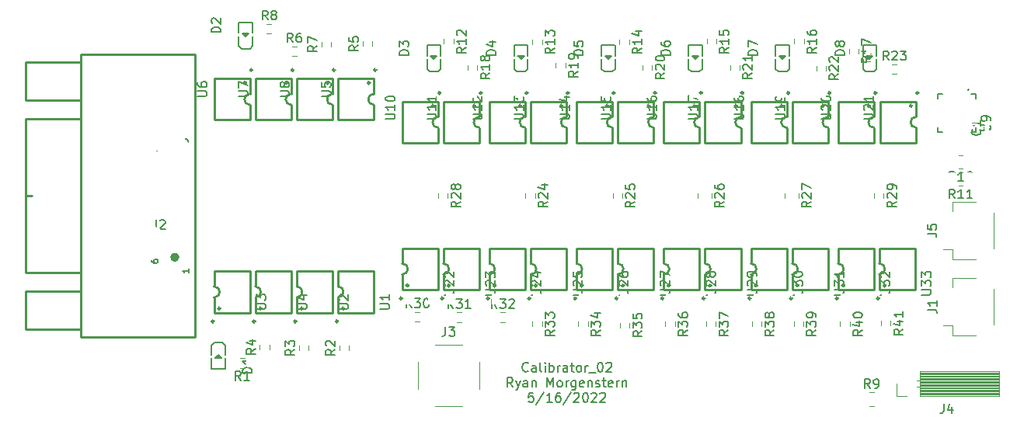
<source format=gto>
G04 #@! TF.GenerationSoftware,KiCad,Pcbnew,(5.1.9)-1*
G04 #@! TF.CreationDate,2022-05-23T18:25:16-06:00*
G04 #@! TF.ProjectId,Calibrator_02_wResistors,43616c69-6272-4617-946f-725f30325f77,rev?*
G04 #@! TF.SameCoordinates,Original*
G04 #@! TF.FileFunction,Legend,Top*
G04 #@! TF.FilePolarity,Positive*
%FSLAX46Y46*%
G04 Gerber Fmt 4.6, Leading zero omitted, Abs format (unit mm)*
G04 Created by KiCad (PCBNEW (5.1.9)-1) date 2022-05-23 18:25:16*
%MOMM*%
%LPD*%
G01*
G04 APERTURE LIST*
%ADD10C,0.150000*%
%ADD11C,0.120000*%
%ADD12C,0.254000*%
%ADD13C,0.152000*%
%ADD14C,0.500000*%
%ADD15C,0.127000*%
%ADD16R,1.700000X1.700000*%
%ADD17C,2.250000*%
%ADD18C,2.050000*%
%ADD19R,0.900000X1.199000*%
%ADD20R,0.280000X0.665000*%
%ADD21R,0.665000X0.280000*%
%ADD22R,2.650000X2.650000*%
%ADD23C,5.000000*%
%ADD24C,1.575000*%
%ADD25R,1.575000X1.575000*%
%ADD26R,0.800000X0.800000*%
G04 APERTURE END LIST*
D10*
X39261904Y-19107142D02*
X39214285Y-19154761D01*
X39071428Y-19202380D01*
X38976190Y-19202380D01*
X38833333Y-19154761D01*
X38738095Y-19059523D01*
X38690476Y-18964285D01*
X38642857Y-18773809D01*
X38642857Y-18630952D01*
X38690476Y-18440476D01*
X38738095Y-18345238D01*
X38833333Y-18250000D01*
X38976190Y-18202380D01*
X39071428Y-18202380D01*
X39214285Y-18250000D01*
X39261904Y-18297619D01*
X40119047Y-19202380D02*
X40119047Y-18678571D01*
X40071428Y-18583333D01*
X39976190Y-18535714D01*
X39785714Y-18535714D01*
X39690476Y-18583333D01*
X40119047Y-19154761D02*
X40023809Y-19202380D01*
X39785714Y-19202380D01*
X39690476Y-19154761D01*
X39642857Y-19059523D01*
X39642857Y-18964285D01*
X39690476Y-18869047D01*
X39785714Y-18821428D01*
X40023809Y-18821428D01*
X40119047Y-18773809D01*
X40738095Y-19202380D02*
X40642857Y-19154761D01*
X40595238Y-19059523D01*
X40595238Y-18202380D01*
X41119047Y-19202380D02*
X41119047Y-18535714D01*
X41119047Y-18202380D02*
X41071428Y-18250000D01*
X41119047Y-18297619D01*
X41166666Y-18250000D01*
X41119047Y-18202380D01*
X41119047Y-18297619D01*
X41595238Y-19202380D02*
X41595238Y-18202380D01*
X41595238Y-18583333D02*
X41690476Y-18535714D01*
X41880952Y-18535714D01*
X41976190Y-18583333D01*
X42023809Y-18630952D01*
X42071428Y-18726190D01*
X42071428Y-19011904D01*
X42023809Y-19107142D01*
X41976190Y-19154761D01*
X41880952Y-19202380D01*
X41690476Y-19202380D01*
X41595238Y-19154761D01*
X42500000Y-19202380D02*
X42500000Y-18535714D01*
X42500000Y-18726190D02*
X42547619Y-18630952D01*
X42595238Y-18583333D01*
X42690476Y-18535714D01*
X42785714Y-18535714D01*
X43547619Y-19202380D02*
X43547619Y-18678571D01*
X43500000Y-18583333D01*
X43404761Y-18535714D01*
X43214285Y-18535714D01*
X43119047Y-18583333D01*
X43547619Y-19154761D02*
X43452380Y-19202380D01*
X43214285Y-19202380D01*
X43119047Y-19154761D01*
X43071428Y-19059523D01*
X43071428Y-18964285D01*
X43119047Y-18869047D01*
X43214285Y-18821428D01*
X43452380Y-18821428D01*
X43547619Y-18773809D01*
X43880952Y-18535714D02*
X44261904Y-18535714D01*
X44023809Y-18202380D02*
X44023809Y-19059523D01*
X44071428Y-19154761D01*
X44166666Y-19202380D01*
X44261904Y-19202380D01*
X44738095Y-19202380D02*
X44642857Y-19154761D01*
X44595238Y-19107142D01*
X44547619Y-19011904D01*
X44547619Y-18726190D01*
X44595238Y-18630952D01*
X44642857Y-18583333D01*
X44738095Y-18535714D01*
X44880952Y-18535714D01*
X44976190Y-18583333D01*
X45023809Y-18630952D01*
X45071428Y-18726190D01*
X45071428Y-19011904D01*
X45023809Y-19107142D01*
X44976190Y-19154761D01*
X44880952Y-19202380D01*
X44738095Y-19202380D01*
X45500000Y-19202380D02*
X45500000Y-18535714D01*
X45500000Y-18726190D02*
X45547619Y-18630952D01*
X45595238Y-18583333D01*
X45690476Y-18535714D01*
X45785714Y-18535714D01*
X45880952Y-19297619D02*
X46642857Y-19297619D01*
X47071428Y-18202380D02*
X47166666Y-18202380D01*
X47261904Y-18250000D01*
X47309523Y-18297619D01*
X47357142Y-18392857D01*
X47404761Y-18583333D01*
X47404761Y-18821428D01*
X47357142Y-19011904D01*
X47309523Y-19107142D01*
X47261904Y-19154761D01*
X47166666Y-19202380D01*
X47071428Y-19202380D01*
X46976190Y-19154761D01*
X46928571Y-19107142D01*
X46880952Y-19011904D01*
X46833333Y-18821428D01*
X46833333Y-18583333D01*
X46880952Y-18392857D01*
X46928571Y-18297619D01*
X46976190Y-18250000D01*
X47071428Y-18202380D01*
X47785714Y-18297619D02*
X47833333Y-18250000D01*
X47928571Y-18202380D01*
X48166666Y-18202380D01*
X48261904Y-18250000D01*
X48309523Y-18297619D01*
X48357142Y-18392857D01*
X48357142Y-18488095D01*
X48309523Y-18630952D01*
X47738095Y-19202380D01*
X48357142Y-19202380D01*
X37595238Y-20852380D02*
X37261904Y-20376190D01*
X37023809Y-20852380D02*
X37023809Y-19852380D01*
X37404761Y-19852380D01*
X37500000Y-19900000D01*
X37547619Y-19947619D01*
X37595238Y-20042857D01*
X37595238Y-20185714D01*
X37547619Y-20280952D01*
X37500000Y-20328571D01*
X37404761Y-20376190D01*
X37023809Y-20376190D01*
X37928571Y-20185714D02*
X38166666Y-20852380D01*
X38404761Y-20185714D02*
X38166666Y-20852380D01*
X38071428Y-21090476D01*
X38023809Y-21138095D01*
X37928571Y-21185714D01*
X39214285Y-20852380D02*
X39214285Y-20328571D01*
X39166666Y-20233333D01*
X39071428Y-20185714D01*
X38880952Y-20185714D01*
X38785714Y-20233333D01*
X39214285Y-20804761D02*
X39119047Y-20852380D01*
X38880952Y-20852380D01*
X38785714Y-20804761D01*
X38738095Y-20709523D01*
X38738095Y-20614285D01*
X38785714Y-20519047D01*
X38880952Y-20471428D01*
X39119047Y-20471428D01*
X39214285Y-20423809D01*
X39690476Y-20185714D02*
X39690476Y-20852380D01*
X39690476Y-20280952D02*
X39738095Y-20233333D01*
X39833333Y-20185714D01*
X39976190Y-20185714D01*
X40071428Y-20233333D01*
X40119047Y-20328571D01*
X40119047Y-20852380D01*
X41357142Y-20852380D02*
X41357142Y-19852380D01*
X41690476Y-20566666D01*
X42023809Y-19852380D01*
X42023809Y-20852380D01*
X42642857Y-20852380D02*
X42547619Y-20804761D01*
X42500000Y-20757142D01*
X42452380Y-20661904D01*
X42452380Y-20376190D01*
X42500000Y-20280952D01*
X42547619Y-20233333D01*
X42642857Y-20185714D01*
X42785714Y-20185714D01*
X42880952Y-20233333D01*
X42928571Y-20280952D01*
X42976190Y-20376190D01*
X42976190Y-20661904D01*
X42928571Y-20757142D01*
X42880952Y-20804761D01*
X42785714Y-20852380D01*
X42642857Y-20852380D01*
X43404761Y-20852380D02*
X43404761Y-20185714D01*
X43404761Y-20376190D02*
X43452380Y-20280952D01*
X43500000Y-20233333D01*
X43595238Y-20185714D01*
X43690476Y-20185714D01*
X44452380Y-20185714D02*
X44452380Y-20995238D01*
X44404761Y-21090476D01*
X44357142Y-21138095D01*
X44261904Y-21185714D01*
X44119047Y-21185714D01*
X44023809Y-21138095D01*
X44452380Y-20804761D02*
X44357142Y-20852380D01*
X44166666Y-20852380D01*
X44071428Y-20804761D01*
X44023809Y-20757142D01*
X43976190Y-20661904D01*
X43976190Y-20376190D01*
X44023809Y-20280952D01*
X44071428Y-20233333D01*
X44166666Y-20185714D01*
X44357142Y-20185714D01*
X44452380Y-20233333D01*
X45309523Y-20804761D02*
X45214285Y-20852380D01*
X45023809Y-20852380D01*
X44928571Y-20804761D01*
X44880952Y-20709523D01*
X44880952Y-20328571D01*
X44928571Y-20233333D01*
X45023809Y-20185714D01*
X45214285Y-20185714D01*
X45309523Y-20233333D01*
X45357142Y-20328571D01*
X45357142Y-20423809D01*
X44880952Y-20519047D01*
X45785714Y-20185714D02*
X45785714Y-20852380D01*
X45785714Y-20280952D02*
X45833333Y-20233333D01*
X45928571Y-20185714D01*
X46071428Y-20185714D01*
X46166666Y-20233333D01*
X46214285Y-20328571D01*
X46214285Y-20852380D01*
X46642857Y-20804761D02*
X46738095Y-20852380D01*
X46928571Y-20852380D01*
X47023809Y-20804761D01*
X47071428Y-20709523D01*
X47071428Y-20661904D01*
X47023809Y-20566666D01*
X46928571Y-20519047D01*
X46785714Y-20519047D01*
X46690476Y-20471428D01*
X46642857Y-20376190D01*
X46642857Y-20328571D01*
X46690476Y-20233333D01*
X46785714Y-20185714D01*
X46928571Y-20185714D01*
X47023809Y-20233333D01*
X47357142Y-20185714D02*
X47738095Y-20185714D01*
X47500000Y-19852380D02*
X47500000Y-20709523D01*
X47547619Y-20804761D01*
X47642857Y-20852380D01*
X47738095Y-20852380D01*
X48452380Y-20804761D02*
X48357142Y-20852380D01*
X48166666Y-20852380D01*
X48071428Y-20804761D01*
X48023809Y-20709523D01*
X48023809Y-20328571D01*
X48071428Y-20233333D01*
X48166666Y-20185714D01*
X48357142Y-20185714D01*
X48452380Y-20233333D01*
X48500000Y-20328571D01*
X48500000Y-20423809D01*
X48023809Y-20519047D01*
X48928571Y-20852380D02*
X48928571Y-20185714D01*
X48928571Y-20376190D02*
X48976190Y-20280952D01*
X49023809Y-20233333D01*
X49119047Y-20185714D01*
X49214285Y-20185714D01*
X49547619Y-20185714D02*
X49547619Y-20852380D01*
X49547619Y-20280952D02*
X49595238Y-20233333D01*
X49690476Y-20185714D01*
X49833333Y-20185714D01*
X49928571Y-20233333D01*
X49976190Y-20328571D01*
X49976190Y-20852380D01*
X39833333Y-21502380D02*
X39357142Y-21502380D01*
X39309523Y-21978571D01*
X39357142Y-21930952D01*
X39452380Y-21883333D01*
X39690476Y-21883333D01*
X39785714Y-21930952D01*
X39833333Y-21978571D01*
X39880952Y-22073809D01*
X39880952Y-22311904D01*
X39833333Y-22407142D01*
X39785714Y-22454761D01*
X39690476Y-22502380D01*
X39452380Y-22502380D01*
X39357142Y-22454761D01*
X39309523Y-22407142D01*
X41023809Y-21454761D02*
X40166666Y-22740476D01*
X41880952Y-22502380D02*
X41309523Y-22502380D01*
X41595238Y-22502380D02*
X41595238Y-21502380D01*
X41500000Y-21645238D01*
X41404761Y-21740476D01*
X41309523Y-21788095D01*
X42738095Y-21502380D02*
X42547619Y-21502380D01*
X42452380Y-21550000D01*
X42404761Y-21597619D01*
X42309523Y-21740476D01*
X42261904Y-21930952D01*
X42261904Y-22311904D01*
X42309523Y-22407142D01*
X42357142Y-22454761D01*
X42452380Y-22502380D01*
X42642857Y-22502380D01*
X42738095Y-22454761D01*
X42785714Y-22407142D01*
X42833333Y-22311904D01*
X42833333Y-22073809D01*
X42785714Y-21978571D01*
X42738095Y-21930952D01*
X42642857Y-21883333D01*
X42452380Y-21883333D01*
X42357142Y-21930952D01*
X42309523Y-21978571D01*
X42261904Y-22073809D01*
X43976190Y-21454761D02*
X43119047Y-22740476D01*
X44261904Y-21597619D02*
X44309523Y-21550000D01*
X44404761Y-21502380D01*
X44642857Y-21502380D01*
X44738095Y-21550000D01*
X44785714Y-21597619D01*
X44833333Y-21692857D01*
X44833333Y-21788095D01*
X44785714Y-21930952D01*
X44214285Y-22502380D01*
X44833333Y-22502380D01*
X45452380Y-21502380D02*
X45547619Y-21502380D01*
X45642857Y-21550000D01*
X45690476Y-21597619D01*
X45738095Y-21692857D01*
X45785714Y-21883333D01*
X45785714Y-22121428D01*
X45738095Y-22311904D01*
X45690476Y-22407142D01*
X45642857Y-22454761D01*
X45547619Y-22502380D01*
X45452380Y-22502380D01*
X45357142Y-22454761D01*
X45309523Y-22407142D01*
X45261904Y-22311904D01*
X45214285Y-22121428D01*
X45214285Y-21883333D01*
X45261904Y-21692857D01*
X45309523Y-21597619D01*
X45357142Y-21550000D01*
X45452380Y-21502380D01*
X46166666Y-21597619D02*
X46214285Y-21550000D01*
X46309523Y-21502380D01*
X46547619Y-21502380D01*
X46642857Y-21550000D01*
X46690476Y-21597619D01*
X46738095Y-21692857D01*
X46738095Y-21788095D01*
X46690476Y-21930952D01*
X46119047Y-22502380D01*
X46738095Y-22502380D01*
X47119047Y-21597619D02*
X47166666Y-21550000D01*
X47261904Y-21502380D01*
X47500000Y-21502380D01*
X47595238Y-21550000D01*
X47642857Y-21597619D01*
X47690476Y-21692857D01*
X47690476Y-21788095D01*
X47642857Y-21930952D01*
X47071428Y-22502380D01*
X47690476Y-22502380D01*
D11*
X10795276Y18722500D02*
X11304724Y18722500D01*
X10795276Y17677500D02*
X11304724Y17677500D01*
X16727500Y16245276D02*
X16727500Y16754724D01*
X17772500Y16245276D02*
X17772500Y16754724D01*
X13545276Y16272500D02*
X14054724Y16272500D01*
X13545276Y15227500D02*
X14054724Y15227500D01*
X21227500Y16295276D02*
X21227500Y16804724D01*
X22272500Y16295276D02*
X22272500Y16804724D01*
X10027500Y-16754724D02*
X10027500Y-16245276D01*
X11072500Y-16754724D02*
X11072500Y-16245276D01*
X14277500Y-16854724D02*
X14277500Y-16345276D01*
X15322500Y-16854724D02*
X15322500Y-16345276D01*
X18677500Y-16854724D02*
X18677500Y-16345276D01*
X19722500Y-16854724D02*
X19722500Y-16345276D01*
X8354724Y-18772500D02*
X7845276Y-18772500D01*
X8354724Y-17727500D02*
X7845276Y-17727500D01*
X78772500Y-13657776D02*
X78772500Y-14167224D01*
X77727500Y-13657776D02*
X77727500Y-14167224D01*
X74322500Y-13745276D02*
X74322500Y-14254724D01*
X73277500Y-13745276D02*
X73277500Y-14254724D01*
X69272500Y-13745276D02*
X69272500Y-14254724D01*
X68227500Y-13745276D02*
X68227500Y-14254724D01*
X64722500Y-13745276D02*
X64722500Y-14254724D01*
X63677500Y-13745276D02*
X63677500Y-14254724D01*
X59722500Y-13745276D02*
X59722500Y-14254724D01*
X58677500Y-13745276D02*
X58677500Y-14254724D01*
X55272500Y-13745276D02*
X55272500Y-14254724D01*
X54227500Y-13745276D02*
X54227500Y-14254724D01*
X50322500Y-13857776D02*
X50322500Y-14367224D01*
X49277500Y-13857776D02*
X49277500Y-14367224D01*
X45772500Y-13745276D02*
X45772500Y-14254724D01*
X44727500Y-13745276D02*
X44727500Y-14254724D01*
X40772500Y-13745276D02*
X40772500Y-14254724D01*
X39727500Y-13745276D02*
X39727500Y-14254724D01*
X36245276Y-12727500D02*
X36754724Y-12727500D01*
X36245276Y-13772500D02*
X36754724Y-13772500D01*
X31495276Y-12727500D02*
X32004724Y-12727500D01*
X31495276Y-13772500D02*
X32004724Y-13772500D01*
X26945276Y-12677500D02*
X27454724Y-12677500D01*
X26945276Y-13722500D02*
X27454724Y-13722500D01*
X78945276Y14322500D02*
X79454724Y14322500D01*
X78945276Y13277500D02*
X79454724Y13277500D01*
X71722500Y14142224D02*
X71722500Y13632776D01*
X70677500Y14142224D02*
X70677500Y13632776D01*
X62322500Y14254724D02*
X62322500Y13745276D01*
X61277500Y14254724D02*
X61277500Y13745276D01*
X52772500Y14254724D02*
X52772500Y13745276D01*
X51727500Y14254724D02*
X51727500Y13745276D01*
X43322500Y14454724D02*
X43322500Y13945276D01*
X42277500Y14454724D02*
X42277500Y13945276D01*
X33722500Y14254724D02*
X33722500Y13745276D01*
X32677500Y14254724D02*
X32677500Y13745276D01*
X75272500Y16004724D02*
X75272500Y15495276D01*
X74227500Y16004724D02*
X74227500Y15495276D01*
X69322500Y17054724D02*
X69322500Y16545276D01*
X68277500Y17054724D02*
X68277500Y16545276D01*
X59772500Y17054724D02*
X59772500Y16545276D01*
X58727500Y17054724D02*
X58727500Y16545276D01*
X50272500Y17004724D02*
X50272500Y16495276D01*
X49227500Y17004724D02*
X49227500Y16495276D01*
X40772500Y17004724D02*
X40772500Y16495276D01*
X39727500Y17004724D02*
X39727500Y16495276D01*
X31122500Y17054724D02*
X31122500Y16545276D01*
X30077500Y17054724D02*
X30077500Y16545276D01*
X80500000Y-21830000D02*
X79390000Y-21830000D01*
X79390000Y-21830000D02*
X79390000Y-20500000D01*
X90590000Y-21830000D02*
X90590000Y-19170000D01*
X90590000Y-19170000D02*
X81960000Y-19170000D01*
X81960000Y-21830000D02*
X81960000Y-19170000D01*
X90590000Y-21830000D02*
X81960000Y-21830000D01*
X81960000Y-20140000D02*
X81610000Y-20140000D01*
X81960000Y-20860000D02*
X81610000Y-20860000D01*
X90590000Y-19285445D02*
X81960000Y-19285445D01*
X90590000Y-19400900D02*
X81960000Y-19400900D01*
X90590000Y-19516355D02*
X81960000Y-19516355D01*
X90590000Y-19631810D02*
X81960000Y-19631810D01*
X90590000Y-19747265D02*
X81960000Y-19747265D01*
X90590000Y-19862720D02*
X81960000Y-19862720D01*
X90590000Y-19978175D02*
X81960000Y-19978175D01*
X90590000Y-20093630D02*
X81960000Y-20093630D01*
X90590000Y-20209085D02*
X81960000Y-20209085D01*
X90590000Y-20324540D02*
X81960000Y-20324540D01*
X90590000Y-20439995D02*
X81960000Y-20439995D01*
X90590000Y-20555450D02*
X81960000Y-20555450D01*
X90590000Y-20670905D02*
X81960000Y-20670905D01*
X90590000Y-20786360D02*
X81960000Y-20786360D01*
X90590000Y-20901815D02*
X81960000Y-20901815D01*
X90590000Y-21017270D02*
X81960000Y-21017270D01*
X90590000Y-21132725D02*
X81960000Y-21132725D01*
X90590000Y-21248180D02*
X81960000Y-21248180D01*
X90590000Y-21363635D02*
X81960000Y-21363635D01*
X90590000Y-21479090D02*
X81960000Y-21479090D01*
X90590000Y-21594545D02*
X81960000Y-21594545D01*
X90590000Y-21710000D02*
X81960000Y-21710000D01*
X29150000Y-16245000D02*
X32050000Y-16245000D01*
X29150000Y-22955000D02*
X32050000Y-22955000D01*
X33955000Y-18150000D02*
X33955000Y-21050000D01*
X27245000Y-18150000D02*
X27245000Y-21050000D01*
D12*
X78227000Y-9800000D02*
G75*
G03*
X78227000Y-9800000I-127000J0D01*
G01*
X77527000Y-11200000D02*
G75*
G03*
X77527000Y-11200000I-127000J0D01*
G01*
X77550000Y-10250000D02*
X77550000Y-8600000D01*
X77550000Y-5750000D02*
X77550000Y-7400000D01*
X81450000Y-10250000D02*
X77550000Y-10250000D01*
X77550000Y-5750000D02*
X81450000Y-5750000D01*
X81450000Y-5800000D02*
X81450000Y-10200000D01*
X77550000Y-7401000D02*
G75*
G02*
X77550000Y-8599000I0J-599000D01*
G01*
X81127000Y9800000D02*
G75*
G03*
X81127000Y9800000I-127000J0D01*
G01*
X81827000Y11200000D02*
G75*
G03*
X81827000Y11200000I-127000J0D01*
G01*
X81550000Y10250000D02*
X81550000Y8600000D01*
X81550000Y5750000D02*
X81550000Y7400000D01*
X77650000Y10250000D02*
X81550000Y10250000D01*
X81550000Y5750000D02*
X77650000Y5750000D01*
X77650000Y5800000D02*
X77650000Y10200000D01*
X81550000Y7401000D02*
G75*
G02*
X81550000Y8599000I0J599000D01*
G01*
X73727000Y-9800000D02*
G75*
G03*
X73727000Y-9800000I-127000J0D01*
G01*
X73027000Y-11200000D02*
G75*
G03*
X73027000Y-11200000I-127000J0D01*
G01*
X73050000Y-10250000D02*
X73050000Y-8600000D01*
X73050000Y-5750000D02*
X73050000Y-7400000D01*
X76950000Y-10250000D02*
X73050000Y-10250000D01*
X73050000Y-5750000D02*
X76950000Y-5750000D01*
X76950000Y-5800000D02*
X76950000Y-10200000D01*
X73050000Y-7401000D02*
G75*
G02*
X73050000Y-8599000I0J-599000D01*
G01*
X76527000Y9800000D02*
G75*
G03*
X76527000Y9800000I-127000J0D01*
G01*
X77227000Y11200000D02*
G75*
G03*
X77227000Y11200000I-127000J0D01*
G01*
X76950000Y10250000D02*
X76950000Y8600000D01*
X76950000Y5750000D02*
X76950000Y7400000D01*
X73050000Y10250000D02*
X76950000Y10250000D01*
X76950000Y5750000D02*
X73050000Y5750000D01*
X73050000Y5800000D02*
X73050000Y10200000D01*
X76950000Y7401000D02*
G75*
G02*
X76950000Y8599000I0J599000D01*
G01*
X68727000Y-9800000D02*
G75*
G03*
X68727000Y-9800000I-127000J0D01*
G01*
X68027000Y-11200000D02*
G75*
G03*
X68027000Y-11200000I-127000J0D01*
G01*
X68050000Y-10250000D02*
X68050000Y-8600000D01*
X68050000Y-5750000D02*
X68050000Y-7400000D01*
X71950000Y-10250000D02*
X68050000Y-10250000D01*
X68050000Y-5750000D02*
X71950000Y-5750000D01*
X71950000Y-5800000D02*
X71950000Y-10200000D01*
X68050000Y-7401000D02*
G75*
G02*
X68050000Y-8599000I0J-599000D01*
G01*
X71527000Y9800000D02*
G75*
G03*
X71527000Y9800000I-127000J0D01*
G01*
X72227000Y11200000D02*
G75*
G03*
X72227000Y11200000I-127000J0D01*
G01*
X71950000Y10250000D02*
X71950000Y8600000D01*
X71950000Y5750000D02*
X71950000Y7400000D01*
X68050000Y10250000D02*
X71950000Y10250000D01*
X71950000Y5750000D02*
X68050000Y5750000D01*
X68050000Y5800000D02*
X68050000Y10200000D01*
X71950000Y7401000D02*
G75*
G02*
X71950000Y8599000I0J599000D01*
G01*
X64227000Y-9800000D02*
G75*
G03*
X64227000Y-9800000I-127000J0D01*
G01*
X63527000Y-11200000D02*
G75*
G03*
X63527000Y-11200000I-127000J0D01*
G01*
X63550000Y-10250000D02*
X63550000Y-8600000D01*
X63550000Y-5750000D02*
X63550000Y-7400000D01*
X67450000Y-10250000D02*
X63550000Y-10250000D01*
X63550000Y-5750000D02*
X67450000Y-5750000D01*
X67450000Y-5800000D02*
X67450000Y-10200000D01*
X63550000Y-7401000D02*
G75*
G02*
X63550000Y-8599000I0J-599000D01*
G01*
X67027000Y9800000D02*
G75*
G03*
X67027000Y9800000I-127000J0D01*
G01*
X67727000Y11200000D02*
G75*
G03*
X67727000Y11200000I-127000J0D01*
G01*
X67450000Y10250000D02*
X67450000Y8600000D01*
X67450000Y5750000D02*
X67450000Y7400000D01*
X63550000Y10250000D02*
X67450000Y10250000D01*
X67450000Y5750000D02*
X63550000Y5750000D01*
X63550000Y5800000D02*
X63550000Y10200000D01*
X67450000Y7401000D02*
G75*
G02*
X67450000Y8599000I0J599000D01*
G01*
X59227000Y-9800000D02*
G75*
G03*
X59227000Y-9800000I-127000J0D01*
G01*
X58527000Y-11200000D02*
G75*
G03*
X58527000Y-11200000I-127000J0D01*
G01*
X58550000Y-10250000D02*
X58550000Y-8600000D01*
X58550000Y-5750000D02*
X58550000Y-7400000D01*
X62450000Y-10250000D02*
X58550000Y-10250000D01*
X58550000Y-5750000D02*
X62450000Y-5750000D01*
X62450000Y-5800000D02*
X62450000Y-10200000D01*
X58550000Y-7401000D02*
G75*
G02*
X58550000Y-8599000I0J-599000D01*
G01*
X62027000Y9800000D02*
G75*
G03*
X62027000Y9800000I-127000J0D01*
G01*
X62727000Y11200000D02*
G75*
G03*
X62727000Y11200000I-127000J0D01*
G01*
X62450000Y10250000D02*
X62450000Y8600000D01*
X62450000Y5750000D02*
X62450000Y7400000D01*
X58550000Y10250000D02*
X62450000Y10250000D01*
X62450000Y5750000D02*
X58550000Y5750000D01*
X58550000Y5800000D02*
X58550000Y10200000D01*
X62450000Y7401000D02*
G75*
G02*
X62450000Y8599000I0J599000D01*
G01*
X54727000Y-9800000D02*
G75*
G03*
X54727000Y-9800000I-127000J0D01*
G01*
X54027000Y-11200000D02*
G75*
G03*
X54027000Y-11200000I-127000J0D01*
G01*
X54050000Y-10250000D02*
X54050000Y-8600000D01*
X54050000Y-5750000D02*
X54050000Y-7400000D01*
X57950000Y-10250000D02*
X54050000Y-10250000D01*
X54050000Y-5750000D02*
X57950000Y-5750000D01*
X57950000Y-5800000D02*
X57950000Y-10200000D01*
X54050000Y-7401000D02*
G75*
G02*
X54050000Y-8599000I0J-599000D01*
G01*
X57527000Y9800000D02*
G75*
G03*
X57527000Y9800000I-127000J0D01*
G01*
X58227000Y11200000D02*
G75*
G03*
X58227000Y11200000I-127000J0D01*
G01*
X57950000Y10250000D02*
X57950000Y8600000D01*
X57950000Y5750000D02*
X57950000Y7400000D01*
X54050000Y10250000D02*
X57950000Y10250000D01*
X57950000Y5750000D02*
X54050000Y5750000D01*
X54050000Y5800000D02*
X54050000Y10200000D01*
X57950000Y7401000D02*
G75*
G02*
X57950000Y8599000I0J599000D01*
G01*
X49727000Y-9800000D02*
G75*
G03*
X49727000Y-9800000I-127000J0D01*
G01*
X49027000Y-11200000D02*
G75*
G03*
X49027000Y-11200000I-127000J0D01*
G01*
X49050000Y-10250000D02*
X49050000Y-8600000D01*
X49050000Y-5750000D02*
X49050000Y-7400000D01*
X52950000Y-10250000D02*
X49050000Y-10250000D01*
X49050000Y-5750000D02*
X52950000Y-5750000D01*
X52950000Y-5800000D02*
X52950000Y-10200000D01*
X49050000Y-7401000D02*
G75*
G02*
X49050000Y-8599000I0J-599000D01*
G01*
X45227000Y-9800000D02*
G75*
G03*
X45227000Y-9800000I-127000J0D01*
G01*
X44527000Y-11200000D02*
G75*
G03*
X44527000Y-11200000I-127000J0D01*
G01*
X44550000Y-10250000D02*
X44550000Y-8600000D01*
X44550000Y-5750000D02*
X44550000Y-7400000D01*
X48450000Y-10250000D02*
X44550000Y-10250000D01*
X44550000Y-5750000D02*
X48450000Y-5750000D01*
X48450000Y-5800000D02*
X48450000Y-10200000D01*
X44550000Y-7401000D02*
G75*
G02*
X44550000Y-8599000I0J-599000D01*
G01*
X40227000Y-9800000D02*
G75*
G03*
X40227000Y-9800000I-127000J0D01*
G01*
X39527000Y-11200000D02*
G75*
G03*
X39527000Y-11200000I-127000J0D01*
G01*
X39550000Y-10250000D02*
X39550000Y-8600000D01*
X39550000Y-5750000D02*
X39550000Y-7400000D01*
X43450000Y-10250000D02*
X39550000Y-10250000D01*
X39550000Y-5750000D02*
X43450000Y-5750000D01*
X43450000Y-5800000D02*
X43450000Y-10200000D01*
X39550000Y-7401000D02*
G75*
G02*
X39550000Y-8599000I0J-599000D01*
G01*
X35727000Y-9800000D02*
G75*
G03*
X35727000Y-9800000I-127000J0D01*
G01*
X35027000Y-11200000D02*
G75*
G03*
X35027000Y-11200000I-127000J0D01*
G01*
X35050000Y-10250000D02*
X35050000Y-8600000D01*
X35050000Y-5750000D02*
X35050000Y-7400000D01*
X38950000Y-10250000D02*
X35050000Y-10250000D01*
X35050000Y-5750000D02*
X38950000Y-5750000D01*
X38950000Y-5800000D02*
X38950000Y-10200000D01*
X35050000Y-7401000D02*
G75*
G02*
X35050000Y-8599000I0J-599000D01*
G01*
X30727000Y-9800000D02*
G75*
G03*
X30727000Y-9800000I-127000J0D01*
G01*
X30027000Y-11200000D02*
G75*
G03*
X30027000Y-11200000I-127000J0D01*
G01*
X30050000Y-10250000D02*
X30050000Y-8600000D01*
X30050000Y-5750000D02*
X30050000Y-7400000D01*
X33950000Y-10250000D02*
X30050000Y-10250000D01*
X30050000Y-5750000D02*
X33950000Y-5750000D01*
X33950000Y-5800000D02*
X33950000Y-10200000D01*
X30050000Y-7401000D02*
G75*
G02*
X30050000Y-8599000I0J-599000D01*
G01*
X26227000Y-9800000D02*
G75*
G03*
X26227000Y-9800000I-127000J0D01*
G01*
X25527000Y-11200000D02*
G75*
G03*
X25527000Y-11200000I-127000J0D01*
G01*
X25550000Y-10250000D02*
X25550000Y-8600000D01*
X25550000Y-5750000D02*
X25550000Y-7400000D01*
X29450000Y-10250000D02*
X25550000Y-10250000D01*
X25550000Y-5750000D02*
X29450000Y-5750000D01*
X29450000Y-5800000D02*
X29450000Y-10200000D01*
X25550000Y-7401000D02*
G75*
G02*
X25550000Y-8599000I0J-599000D01*
G01*
X52527000Y9800000D02*
G75*
G03*
X52527000Y9800000I-127000J0D01*
G01*
X53227000Y11200000D02*
G75*
G03*
X53227000Y11200000I-127000J0D01*
G01*
X52950000Y10250000D02*
X52950000Y8600000D01*
X52950000Y5750000D02*
X52950000Y7400000D01*
X49050000Y10250000D02*
X52950000Y10250000D01*
X52950000Y5750000D02*
X49050000Y5750000D01*
X49050000Y5800000D02*
X49050000Y10200000D01*
X52950000Y7401000D02*
G75*
G02*
X52950000Y8599000I0J599000D01*
G01*
X48027000Y9800000D02*
G75*
G03*
X48027000Y9800000I-127000J0D01*
G01*
X48727000Y11200000D02*
G75*
G03*
X48727000Y11200000I-127000J0D01*
G01*
X48450000Y10250000D02*
X48450000Y8600000D01*
X48450000Y5750000D02*
X48450000Y7400000D01*
X44550000Y10250000D02*
X48450000Y10250000D01*
X48450000Y5750000D02*
X44550000Y5750000D01*
X44550000Y5800000D02*
X44550000Y10200000D01*
X48450000Y7401000D02*
G75*
G02*
X48450000Y8599000I0J599000D01*
G01*
X43027000Y9800000D02*
G75*
G03*
X43027000Y9800000I-127000J0D01*
G01*
X43727000Y11200000D02*
G75*
G03*
X43727000Y11200000I-127000J0D01*
G01*
X43450000Y10250000D02*
X43450000Y8600000D01*
X43450000Y5750000D02*
X43450000Y7400000D01*
X39550000Y10250000D02*
X43450000Y10250000D01*
X43450000Y5750000D02*
X39550000Y5750000D01*
X39550000Y5800000D02*
X39550000Y10200000D01*
X43450000Y7401000D02*
G75*
G02*
X43450000Y8599000I0J599000D01*
G01*
X38527000Y9800000D02*
G75*
G03*
X38527000Y9800000I-127000J0D01*
G01*
X39227000Y11200000D02*
G75*
G03*
X39227000Y11200000I-127000J0D01*
G01*
X38950000Y10250000D02*
X38950000Y8600000D01*
X38950000Y5750000D02*
X38950000Y7400000D01*
X35050000Y10250000D02*
X38950000Y10250000D01*
X38950000Y5750000D02*
X35050000Y5750000D01*
X35050000Y5800000D02*
X35050000Y10200000D01*
X38950000Y7401000D02*
G75*
G02*
X38950000Y8599000I0J599000D01*
G01*
X33527000Y9800000D02*
G75*
G03*
X33527000Y9800000I-127000J0D01*
G01*
X34227000Y11200000D02*
G75*
G03*
X34227000Y11200000I-127000J0D01*
G01*
X33950000Y10250000D02*
X33950000Y8600000D01*
X33950000Y5750000D02*
X33950000Y7400000D01*
X30050000Y10250000D02*
X33950000Y10250000D01*
X33950000Y5750000D02*
X30050000Y5750000D01*
X30050000Y5800000D02*
X30050000Y10200000D01*
X33950000Y7401000D02*
G75*
G02*
X33950000Y8599000I0J599000D01*
G01*
X29027000Y9800000D02*
G75*
G03*
X29027000Y9800000I-127000J0D01*
G01*
X29727000Y11200000D02*
G75*
G03*
X29727000Y11200000I-127000J0D01*
G01*
X29450000Y10250000D02*
X29450000Y8600000D01*
X29450000Y5750000D02*
X29450000Y7400000D01*
X25550000Y10250000D02*
X29450000Y10250000D01*
X29450000Y5750000D02*
X25550000Y5750000D01*
X25550000Y5800000D02*
X25550000Y10200000D01*
X29450000Y7401000D02*
G75*
G02*
X29450000Y8599000I0J599000D01*
G01*
D10*
X87325000Y11540000D02*
G75*
G03*
X87325000Y11540000I-75000J0D01*
G01*
D13*
X83924000Y11076000D02*
X84420000Y11076000D01*
X83924000Y10580000D02*
X83924000Y11076000D01*
X83924000Y6924000D02*
X84420000Y6924000D01*
X83924000Y7420000D02*
X83924000Y6924000D01*
X88076000Y6924000D02*
X87580000Y6924000D01*
X88076000Y7420000D02*
X88076000Y6924000D01*
X88076000Y11076000D02*
X87580000Y11076000D01*
X88076000Y10580000D02*
X88076000Y11076000D01*
D12*
X17527000Y12300000D02*
G75*
G03*
X17527000Y12300000I-127000J0D01*
G01*
X18227000Y13700000D02*
G75*
G03*
X18227000Y13700000I-127000J0D01*
G01*
X17950000Y12750000D02*
X17950000Y11100000D01*
X17950000Y8250000D02*
X17950000Y9900000D01*
X14050000Y12750000D02*
X17950000Y12750000D01*
X17950000Y8250000D02*
X14050000Y8250000D01*
X14050000Y8300000D02*
X14050000Y12700000D01*
X17950000Y9901000D02*
G75*
G02*
X17950000Y11099000I0J599000D01*
G01*
X13027000Y12300000D02*
G75*
G03*
X13027000Y12300000I-127000J0D01*
G01*
X13727000Y13700000D02*
G75*
G03*
X13727000Y13700000I-127000J0D01*
G01*
X13450000Y12750000D02*
X13450000Y11100000D01*
X13450000Y8250000D02*
X13450000Y9900000D01*
X9550000Y12750000D02*
X13450000Y12750000D01*
X13450000Y8250000D02*
X9550000Y8250000D01*
X9550000Y8300000D02*
X9550000Y12700000D01*
X13450000Y9901000D02*
G75*
G02*
X13450000Y11099000I0J599000D01*
G01*
X8527000Y12300000D02*
G75*
G03*
X8527000Y12300000I-127000J0D01*
G01*
X9227000Y13700000D02*
G75*
G03*
X9227000Y13700000I-127000J0D01*
G01*
X8950000Y12750000D02*
X8950000Y11100000D01*
X8950000Y8250000D02*
X8950000Y9900000D01*
X5050000Y12750000D02*
X8950000Y12750000D01*
X8950000Y8250000D02*
X5050000Y8250000D01*
X5050000Y8300000D02*
X5050000Y12700000D01*
X8950000Y9901000D02*
G75*
G02*
X8950000Y11099000I0J599000D01*
G01*
X22027000Y12300000D02*
G75*
G03*
X22027000Y12300000I-127000J0D01*
G01*
X22727000Y13700000D02*
G75*
G03*
X22727000Y13700000I-127000J0D01*
G01*
X22450000Y12750000D02*
X22450000Y11100000D01*
X22450000Y8250000D02*
X22450000Y9900000D01*
X18550000Y12750000D02*
X22450000Y12750000D01*
X22450000Y8250000D02*
X18550000Y8250000D01*
X18550000Y8300000D02*
X18550000Y12700000D01*
X22450000Y9901000D02*
G75*
G02*
X22450000Y11099000I0J599000D01*
G01*
X10227000Y-12300000D02*
G75*
G03*
X10227000Y-12300000I-127000J0D01*
G01*
X9527000Y-13700000D02*
G75*
G03*
X9527000Y-13700000I-127000J0D01*
G01*
X9550000Y-12750000D02*
X9550000Y-11100000D01*
X9550000Y-8250000D02*
X9550000Y-9900000D01*
X13450000Y-12750000D02*
X9550000Y-12750000D01*
X9550000Y-8250000D02*
X13450000Y-8250000D01*
X13450000Y-8300000D02*
X13450000Y-12700000D01*
X9550000Y-9901000D02*
G75*
G02*
X9550000Y-11099000I0J-599000D01*
G01*
X5727000Y-12300000D02*
G75*
G03*
X5727000Y-12300000I-127000J0D01*
G01*
X5027000Y-13700000D02*
G75*
G03*
X5027000Y-13700000I-127000J0D01*
G01*
X5050000Y-12750000D02*
X5050000Y-11100000D01*
X5050000Y-8250000D02*
X5050000Y-9900000D01*
X8950000Y-12750000D02*
X5050000Y-12750000D01*
X5050000Y-8250000D02*
X8950000Y-8250000D01*
X8950000Y-8300000D02*
X8950000Y-12700000D01*
X5050000Y-9901000D02*
G75*
G02*
X5050000Y-11099000I0J-599000D01*
G01*
X14727000Y-12300000D02*
G75*
G03*
X14727000Y-12300000I-127000J0D01*
G01*
X14027000Y-13700000D02*
G75*
G03*
X14027000Y-13700000I-127000J0D01*
G01*
X14050000Y-12750000D02*
X14050000Y-11100000D01*
X14050000Y-8250000D02*
X14050000Y-9900000D01*
X17950000Y-12750000D02*
X14050000Y-12750000D01*
X14050000Y-8250000D02*
X17950000Y-8250000D01*
X17950000Y-8300000D02*
X17950000Y-12700000D01*
X14050000Y-9901000D02*
G75*
G02*
X14050000Y-11099000I0J-599000D01*
G01*
X19227000Y-12300000D02*
G75*
G03*
X19227000Y-12300000I-127000J0D01*
G01*
X18527000Y-13700000D02*
G75*
G03*
X18527000Y-13700000I-127000J0D01*
G01*
X18550000Y-12750000D02*
X18550000Y-11100000D01*
X18550000Y-8250000D02*
X18550000Y-9900000D01*
X22450000Y-12750000D02*
X18550000Y-12750000D01*
X18550000Y-8250000D02*
X22450000Y-8250000D01*
X22450000Y-8300000D02*
X22450000Y-12700000D01*
X18550000Y-9901000D02*
G75*
G02*
X18550000Y-11099000I0J-599000D01*
G01*
D14*
X1010000Y-6710000D02*
G75*
G03*
X1010000Y-6710000I-250000J0D01*
G01*
D12*
X-9500000Y14570000D02*
X-15500000Y14570000D01*
X-15500000Y10430000D02*
X-9500000Y10430000D01*
X-15500000Y14540000D02*
X-15500000Y10430000D01*
X-15499000Y-14570000D02*
X-15499000Y-10460000D01*
X-9500000Y-14570000D02*
X-15499000Y-14570000D01*
X-9500000Y-10430000D02*
X-15500000Y-10430000D01*
X-15500000Y8380000D02*
X-9500000Y8380000D01*
X-15500000Y-8370000D02*
X-15500000Y8380000D01*
X-9500000Y-8370000D02*
X-15500000Y-8370000D01*
X-14780000Y5000D02*
X-15480000Y5000D01*
X-9500000Y-15400000D02*
X-9500000Y15400000D01*
X3000000Y-15400000D02*
X-9500000Y-15400000D01*
X3000000Y15400000D02*
X3000000Y-15400000D01*
X-9500000Y15400000D02*
X3000000Y15400000D01*
D10*
X76493000Y15220000D02*
X76493000Y14880000D01*
X75746000Y14860000D02*
X75746000Y13810000D01*
X76046000Y13510000D02*
X75746000Y13810000D01*
X76146000Y13510000D02*
X76046000Y13510000D01*
X76146000Y13510000D02*
X76846000Y13510000D01*
X76946000Y13510000D02*
X77246000Y13810000D01*
X76846000Y13510000D02*
X76946000Y13510000D01*
X77246000Y14860000D02*
X77246000Y13810000D01*
X75744000Y16390000D02*
X77223000Y16390000D01*
X77244000Y15240000D02*
X77244000Y16390000D01*
X75743000Y15240000D02*
X75743000Y16390000D01*
X76143000Y15220000D02*
X76824000Y15220000D01*
X76153000Y15220000D02*
X76493000Y14880000D01*
X76143000Y15220000D02*
X76153000Y15220000D01*
X76824000Y15210000D02*
X76493000Y14880000D01*
X76824000Y15220000D02*
X76824000Y15210000D01*
X66993000Y15220000D02*
X66993000Y14880000D01*
X66246000Y14860000D02*
X66246000Y13810000D01*
X66546000Y13510000D02*
X66246000Y13810000D01*
X66646000Y13510000D02*
X66546000Y13510000D01*
X66646000Y13510000D02*
X67346000Y13510000D01*
X67446000Y13510000D02*
X67746000Y13810000D01*
X67346000Y13510000D02*
X67446000Y13510000D01*
X67746000Y14860000D02*
X67746000Y13810000D01*
X66244000Y16390000D02*
X67723000Y16390000D01*
X67744000Y15240000D02*
X67744000Y16390000D01*
X66243000Y15240000D02*
X66243000Y16390000D01*
X66643000Y15220000D02*
X67324000Y15220000D01*
X66653000Y15220000D02*
X66993000Y14880000D01*
X66643000Y15220000D02*
X66653000Y15220000D01*
X67324000Y15210000D02*
X66993000Y14880000D01*
X67324000Y15220000D02*
X67324000Y15210000D01*
X57493000Y15220000D02*
X57493000Y14880000D01*
X56746000Y14860000D02*
X56746000Y13810000D01*
X57046000Y13510000D02*
X56746000Y13810000D01*
X57146000Y13510000D02*
X57046000Y13510000D01*
X57146000Y13510000D02*
X57846000Y13510000D01*
X57946000Y13510000D02*
X58246000Y13810000D01*
X57846000Y13510000D02*
X57946000Y13510000D01*
X58246000Y14860000D02*
X58246000Y13810000D01*
X56744000Y16390000D02*
X58223000Y16390000D01*
X58244000Y15240000D02*
X58244000Y16390000D01*
X56743000Y15240000D02*
X56743000Y16390000D01*
X57143000Y15220000D02*
X57824000Y15220000D01*
X57153000Y15220000D02*
X57493000Y14880000D01*
X57143000Y15220000D02*
X57153000Y15220000D01*
X57824000Y15210000D02*
X57493000Y14880000D01*
X57824000Y15220000D02*
X57824000Y15210000D01*
X47993000Y15220000D02*
X47993000Y14880000D01*
X47246000Y14860000D02*
X47246000Y13810000D01*
X47546000Y13510000D02*
X47246000Y13810000D01*
X47646000Y13510000D02*
X47546000Y13510000D01*
X47646000Y13510000D02*
X48346000Y13510000D01*
X48446000Y13510000D02*
X48746000Y13810000D01*
X48346000Y13510000D02*
X48446000Y13510000D01*
X48746000Y14860000D02*
X48746000Y13810000D01*
X47244000Y16390000D02*
X48723000Y16390000D01*
X48744000Y15240000D02*
X48744000Y16390000D01*
X47243000Y15240000D02*
X47243000Y16390000D01*
X47643000Y15220000D02*
X48324000Y15220000D01*
X47653000Y15220000D02*
X47993000Y14880000D01*
X47643000Y15220000D02*
X47653000Y15220000D01*
X48324000Y15210000D02*
X47993000Y14880000D01*
X48324000Y15220000D02*
X48324000Y15210000D01*
X38493000Y15220000D02*
X38493000Y14880000D01*
X37746000Y14860000D02*
X37746000Y13810000D01*
X38046000Y13510000D02*
X37746000Y13810000D01*
X38146000Y13510000D02*
X38046000Y13510000D01*
X38146000Y13510000D02*
X38846000Y13510000D01*
X38946000Y13510000D02*
X39246000Y13810000D01*
X38846000Y13510000D02*
X38946000Y13510000D01*
X39246000Y14860000D02*
X39246000Y13810000D01*
X37744000Y16390000D02*
X39223000Y16390000D01*
X39244000Y15240000D02*
X39244000Y16390000D01*
X37743000Y15240000D02*
X37743000Y16390000D01*
X38143000Y15220000D02*
X38824000Y15220000D01*
X38153000Y15220000D02*
X38493000Y14880000D01*
X38143000Y15220000D02*
X38153000Y15220000D01*
X38824000Y15210000D02*
X38493000Y14880000D01*
X38824000Y15220000D02*
X38824000Y15210000D01*
X28993000Y15220000D02*
X28993000Y14880000D01*
X28246000Y14860000D02*
X28246000Y13810000D01*
X28546000Y13510000D02*
X28246000Y13810000D01*
X28646000Y13510000D02*
X28546000Y13510000D01*
X28646000Y13510000D02*
X29346000Y13510000D01*
X29446000Y13510000D02*
X29746000Y13810000D01*
X29346000Y13510000D02*
X29446000Y13510000D01*
X29746000Y14860000D02*
X29746000Y13810000D01*
X28244000Y16390000D02*
X29723000Y16390000D01*
X29744000Y15240000D02*
X29744000Y16390000D01*
X28243000Y15240000D02*
X28243000Y16390000D01*
X28643000Y15220000D02*
X29324000Y15220000D01*
X28653000Y15220000D02*
X28993000Y14880000D01*
X28643000Y15220000D02*
X28653000Y15220000D01*
X29324000Y15210000D02*
X28993000Y14880000D01*
X29324000Y15220000D02*
X29324000Y15210000D01*
X5507000Y-17720000D02*
X5507000Y-17380000D01*
X6254000Y-17360000D02*
X6254000Y-16310000D01*
X5954000Y-16010000D02*
X6254000Y-16310000D01*
X5854000Y-16010000D02*
X5954000Y-16010000D01*
X5854000Y-16010000D02*
X5154000Y-16010000D01*
X5054000Y-16010000D02*
X4754000Y-16310000D01*
X5154000Y-16010000D02*
X5054000Y-16010000D01*
X4754000Y-17360000D02*
X4754000Y-16310000D01*
X6256000Y-18890000D02*
X4777000Y-18890000D01*
X4756000Y-17740000D02*
X4756000Y-18890000D01*
X6257000Y-17740000D02*
X6257000Y-18890000D01*
X5857000Y-17720000D02*
X5176000Y-17720000D01*
X5847000Y-17720000D02*
X5507000Y-17380000D01*
X5857000Y-17720000D02*
X5847000Y-17720000D01*
X5176000Y-17710000D02*
X5507000Y-17380000D01*
X5176000Y-17720000D02*
X5176000Y-17710000D01*
X8493000Y17720000D02*
X8493000Y17380000D01*
X7746000Y17360000D02*
X7746000Y16310000D01*
X8046000Y16010000D02*
X7746000Y16310000D01*
X8146000Y16010000D02*
X8046000Y16010000D01*
X8146000Y16010000D02*
X8846000Y16010000D01*
X8946000Y16010000D02*
X9246000Y16310000D01*
X8846000Y16010000D02*
X8946000Y16010000D01*
X9246000Y17360000D02*
X9246000Y16310000D01*
X7744000Y18890000D02*
X9223000Y18890000D01*
X9244000Y17740000D02*
X9244000Y18890000D01*
X7743000Y17740000D02*
X7743000Y18890000D01*
X8143000Y17720000D02*
X8824000Y17720000D01*
X8153000Y17720000D02*
X8493000Y17380000D01*
X8143000Y17720000D02*
X8153000Y17720000D01*
X8824000Y17710000D02*
X8493000Y17380000D01*
X8824000Y17720000D02*
X8824000Y17710000D01*
D11*
X76472936Y-22935000D02*
X76927064Y-22935000D01*
X76472936Y-21465000D02*
X76927064Y-21465000D01*
X86627064Y4435000D02*
X86172936Y4435000D01*
X86627064Y2965000D02*
X86172936Y2965000D01*
X76977500Y254724D02*
X76977500Y-254724D01*
X78022500Y254724D02*
X78022500Y-254724D01*
X86627064Y2535000D02*
X86172936Y2535000D01*
X86627064Y1065000D02*
X86172936Y1065000D01*
X67265000Y227064D02*
X67265000Y-227064D01*
X68735000Y227064D02*
X68735000Y-227064D01*
X57765000Y227064D02*
X57765000Y-227064D01*
X59235000Y227064D02*
X59235000Y-227064D01*
X48477500Y254724D02*
X48477500Y-254724D01*
X49522500Y254724D02*
X49522500Y-254724D01*
X38977500Y254724D02*
X38977500Y-254724D01*
X40022500Y254724D02*
X40022500Y-254724D01*
X29477500Y254724D02*
X29477500Y-254724D01*
X30522500Y254724D02*
X30522500Y-254724D01*
X89985000Y-5740000D02*
X89985000Y-1860000D01*
X85515000Y-690000D02*
X85515000Y-1740000D01*
X88015000Y-690000D02*
X85515000Y-690000D01*
X85515000Y-5860000D02*
X84525000Y-5860000D01*
X85515000Y-6910000D02*
X85515000Y-5860000D01*
X88015000Y-6910000D02*
X85515000Y-6910000D01*
X89995000Y-14040000D02*
X89995000Y-10160000D01*
X85525000Y-8990000D02*
X85525000Y-10040000D01*
X88025000Y-8990000D02*
X85525000Y-8990000D01*
X85525000Y-14160000D02*
X84535000Y-14160000D01*
X85525000Y-15210000D02*
X85525000Y-14160000D01*
X88025000Y-15210000D02*
X85525000Y-15210000D01*
X89660000Y7272164D02*
X89660000Y7487836D01*
X88940000Y7272164D02*
X88940000Y7487836D01*
D10*
X10883333Y19177619D02*
X10550000Y19653809D01*
X10311904Y19177619D02*
X10311904Y20177619D01*
X10692857Y20177619D01*
X10788095Y20130000D01*
X10835714Y20082380D01*
X10883333Y19987142D01*
X10883333Y19844285D01*
X10835714Y19749047D01*
X10788095Y19701428D01*
X10692857Y19653809D01*
X10311904Y19653809D01*
X11454761Y19749047D02*
X11359523Y19796666D01*
X11311904Y19844285D01*
X11264285Y19939523D01*
X11264285Y19987142D01*
X11311904Y20082380D01*
X11359523Y20130000D01*
X11454761Y20177619D01*
X11645238Y20177619D01*
X11740476Y20130000D01*
X11788095Y20082380D01*
X11835714Y19987142D01*
X11835714Y19939523D01*
X11788095Y19844285D01*
X11740476Y19796666D01*
X11645238Y19749047D01*
X11454761Y19749047D01*
X11359523Y19701428D01*
X11311904Y19653809D01*
X11264285Y19558571D01*
X11264285Y19368095D01*
X11311904Y19272857D01*
X11359523Y19225238D01*
X11454761Y19177619D01*
X11645238Y19177619D01*
X11740476Y19225238D01*
X11788095Y19272857D01*
X11835714Y19368095D01*
X11835714Y19558571D01*
X11788095Y19653809D01*
X11740476Y19701428D01*
X11645238Y19749047D01*
X16272380Y16333333D02*
X15796190Y16000000D01*
X16272380Y15761904D02*
X15272380Y15761904D01*
X15272380Y16142857D01*
X15320000Y16238095D01*
X15367619Y16285714D01*
X15462857Y16333333D01*
X15605714Y16333333D01*
X15700952Y16285714D01*
X15748571Y16238095D01*
X15796190Y16142857D01*
X15796190Y15761904D01*
X15272380Y16666666D02*
X15272380Y17333333D01*
X16272380Y16904761D01*
X13633333Y16727619D02*
X13300000Y17203809D01*
X13061904Y16727619D02*
X13061904Y17727619D01*
X13442857Y17727619D01*
X13538095Y17680000D01*
X13585714Y17632380D01*
X13633333Y17537142D01*
X13633333Y17394285D01*
X13585714Y17299047D01*
X13538095Y17251428D01*
X13442857Y17203809D01*
X13061904Y17203809D01*
X14490476Y17727619D02*
X14300000Y17727619D01*
X14204761Y17680000D01*
X14157142Y17632380D01*
X14061904Y17489523D01*
X14014285Y17299047D01*
X14014285Y16918095D01*
X14061904Y16822857D01*
X14109523Y16775238D01*
X14204761Y16727619D01*
X14395238Y16727619D01*
X14490476Y16775238D01*
X14538095Y16822857D01*
X14585714Y16918095D01*
X14585714Y17156190D01*
X14538095Y17251428D01*
X14490476Y17299047D01*
X14395238Y17346666D01*
X14204761Y17346666D01*
X14109523Y17299047D01*
X14061904Y17251428D01*
X14014285Y17156190D01*
X20772380Y16383333D02*
X20296190Y16050000D01*
X20772380Y15811904D02*
X19772380Y15811904D01*
X19772380Y16192857D01*
X19820000Y16288095D01*
X19867619Y16335714D01*
X19962857Y16383333D01*
X20105714Y16383333D01*
X20200952Y16335714D01*
X20248571Y16288095D01*
X20296190Y16192857D01*
X20296190Y15811904D01*
X19772380Y17288095D02*
X19772380Y16811904D01*
X20248571Y16764285D01*
X20200952Y16811904D01*
X20153333Y16907142D01*
X20153333Y17145238D01*
X20200952Y17240476D01*
X20248571Y17288095D01*
X20343809Y17335714D01*
X20581904Y17335714D01*
X20677142Y17288095D01*
X20724761Y17240476D01*
X20772380Y17145238D01*
X20772380Y16907142D01*
X20724761Y16811904D01*
X20677142Y16764285D01*
X9572380Y-16666666D02*
X9096190Y-17000000D01*
X9572380Y-17238095D02*
X8572380Y-17238095D01*
X8572380Y-16857142D01*
X8620000Y-16761904D01*
X8667619Y-16714285D01*
X8762857Y-16666666D01*
X8905714Y-16666666D01*
X9000952Y-16714285D01*
X9048571Y-16761904D01*
X9096190Y-16857142D01*
X9096190Y-17238095D01*
X8905714Y-15809523D02*
X9572380Y-15809523D01*
X8524761Y-16047619D02*
X9239047Y-16285714D01*
X9239047Y-15666666D01*
X13822380Y-16766666D02*
X13346190Y-17100000D01*
X13822380Y-17338095D02*
X12822380Y-17338095D01*
X12822380Y-16957142D01*
X12870000Y-16861904D01*
X12917619Y-16814285D01*
X13012857Y-16766666D01*
X13155714Y-16766666D01*
X13250952Y-16814285D01*
X13298571Y-16861904D01*
X13346190Y-16957142D01*
X13346190Y-17338095D01*
X12822380Y-16433333D02*
X12822380Y-15814285D01*
X13203333Y-16147619D01*
X13203333Y-16004761D01*
X13250952Y-15909523D01*
X13298571Y-15861904D01*
X13393809Y-15814285D01*
X13631904Y-15814285D01*
X13727142Y-15861904D01*
X13774761Y-15909523D01*
X13822380Y-16004761D01*
X13822380Y-16290476D01*
X13774761Y-16385714D01*
X13727142Y-16433333D01*
X18222380Y-16766666D02*
X17746190Y-17100000D01*
X18222380Y-17338095D02*
X17222380Y-17338095D01*
X17222380Y-16957142D01*
X17270000Y-16861904D01*
X17317619Y-16814285D01*
X17412857Y-16766666D01*
X17555714Y-16766666D01*
X17650952Y-16814285D01*
X17698571Y-16861904D01*
X17746190Y-16957142D01*
X17746190Y-17338095D01*
X17317619Y-16385714D02*
X17270000Y-16338095D01*
X17222380Y-16242857D01*
X17222380Y-16004761D01*
X17270000Y-15909523D01*
X17317619Y-15861904D01*
X17412857Y-15814285D01*
X17508095Y-15814285D01*
X17650952Y-15861904D01*
X18222380Y-16433333D01*
X18222380Y-15814285D01*
X7933333Y-20132380D02*
X7600000Y-19656190D01*
X7361904Y-20132380D02*
X7361904Y-19132380D01*
X7742857Y-19132380D01*
X7838095Y-19180000D01*
X7885714Y-19227619D01*
X7933333Y-19322857D01*
X7933333Y-19465714D01*
X7885714Y-19560952D01*
X7838095Y-19608571D01*
X7742857Y-19656190D01*
X7361904Y-19656190D01*
X8885714Y-20132380D02*
X8314285Y-20132380D01*
X8600000Y-20132380D02*
X8600000Y-19132380D01*
X8504761Y-19275238D01*
X8409523Y-19370476D01*
X8314285Y-19418095D01*
X80132380Y-14555357D02*
X79656190Y-14888690D01*
X80132380Y-15126785D02*
X79132380Y-15126785D01*
X79132380Y-14745833D01*
X79180000Y-14650595D01*
X79227619Y-14602976D01*
X79322857Y-14555357D01*
X79465714Y-14555357D01*
X79560952Y-14602976D01*
X79608571Y-14650595D01*
X79656190Y-14745833D01*
X79656190Y-15126785D01*
X79465714Y-13698214D02*
X80132380Y-13698214D01*
X79084761Y-13936309D02*
X79799047Y-14174404D01*
X79799047Y-13555357D01*
X80132380Y-12650595D02*
X80132380Y-13222023D01*
X80132380Y-12936309D02*
X79132380Y-12936309D01*
X79275238Y-13031547D01*
X79370476Y-13126785D01*
X79418095Y-13222023D01*
X75682380Y-14642857D02*
X75206190Y-14976190D01*
X75682380Y-15214285D02*
X74682380Y-15214285D01*
X74682380Y-14833333D01*
X74730000Y-14738095D01*
X74777619Y-14690476D01*
X74872857Y-14642857D01*
X75015714Y-14642857D01*
X75110952Y-14690476D01*
X75158571Y-14738095D01*
X75206190Y-14833333D01*
X75206190Y-15214285D01*
X75015714Y-13785714D02*
X75682380Y-13785714D01*
X74634761Y-14023809D02*
X75349047Y-14261904D01*
X75349047Y-13642857D01*
X74682380Y-13071428D02*
X74682380Y-12976190D01*
X74730000Y-12880952D01*
X74777619Y-12833333D01*
X74872857Y-12785714D01*
X75063333Y-12738095D01*
X75301428Y-12738095D01*
X75491904Y-12785714D01*
X75587142Y-12833333D01*
X75634761Y-12880952D01*
X75682380Y-12976190D01*
X75682380Y-13071428D01*
X75634761Y-13166666D01*
X75587142Y-13214285D01*
X75491904Y-13261904D01*
X75301428Y-13309523D01*
X75063333Y-13309523D01*
X74872857Y-13261904D01*
X74777619Y-13214285D01*
X74730000Y-13166666D01*
X74682380Y-13071428D01*
X70632380Y-14642857D02*
X70156190Y-14976190D01*
X70632380Y-15214285D02*
X69632380Y-15214285D01*
X69632380Y-14833333D01*
X69680000Y-14738095D01*
X69727619Y-14690476D01*
X69822857Y-14642857D01*
X69965714Y-14642857D01*
X70060952Y-14690476D01*
X70108571Y-14738095D01*
X70156190Y-14833333D01*
X70156190Y-15214285D01*
X69632380Y-14309523D02*
X69632380Y-13690476D01*
X70013333Y-14023809D01*
X70013333Y-13880952D01*
X70060952Y-13785714D01*
X70108571Y-13738095D01*
X70203809Y-13690476D01*
X70441904Y-13690476D01*
X70537142Y-13738095D01*
X70584761Y-13785714D01*
X70632380Y-13880952D01*
X70632380Y-14166666D01*
X70584761Y-14261904D01*
X70537142Y-14309523D01*
X70632380Y-13214285D02*
X70632380Y-13023809D01*
X70584761Y-12928571D01*
X70537142Y-12880952D01*
X70394285Y-12785714D01*
X70203809Y-12738095D01*
X69822857Y-12738095D01*
X69727619Y-12785714D01*
X69680000Y-12833333D01*
X69632380Y-12928571D01*
X69632380Y-13119047D01*
X69680000Y-13214285D01*
X69727619Y-13261904D01*
X69822857Y-13309523D01*
X70060952Y-13309523D01*
X70156190Y-13261904D01*
X70203809Y-13214285D01*
X70251428Y-13119047D01*
X70251428Y-12928571D01*
X70203809Y-12833333D01*
X70156190Y-12785714D01*
X70060952Y-12738095D01*
X66082380Y-14642857D02*
X65606190Y-14976190D01*
X66082380Y-15214285D02*
X65082380Y-15214285D01*
X65082380Y-14833333D01*
X65130000Y-14738095D01*
X65177619Y-14690476D01*
X65272857Y-14642857D01*
X65415714Y-14642857D01*
X65510952Y-14690476D01*
X65558571Y-14738095D01*
X65606190Y-14833333D01*
X65606190Y-15214285D01*
X65082380Y-14309523D02*
X65082380Y-13690476D01*
X65463333Y-14023809D01*
X65463333Y-13880952D01*
X65510952Y-13785714D01*
X65558571Y-13738095D01*
X65653809Y-13690476D01*
X65891904Y-13690476D01*
X65987142Y-13738095D01*
X66034761Y-13785714D01*
X66082380Y-13880952D01*
X66082380Y-14166666D01*
X66034761Y-14261904D01*
X65987142Y-14309523D01*
X65510952Y-13119047D02*
X65463333Y-13214285D01*
X65415714Y-13261904D01*
X65320476Y-13309523D01*
X65272857Y-13309523D01*
X65177619Y-13261904D01*
X65130000Y-13214285D01*
X65082380Y-13119047D01*
X65082380Y-12928571D01*
X65130000Y-12833333D01*
X65177619Y-12785714D01*
X65272857Y-12738095D01*
X65320476Y-12738095D01*
X65415714Y-12785714D01*
X65463333Y-12833333D01*
X65510952Y-12928571D01*
X65510952Y-13119047D01*
X65558571Y-13214285D01*
X65606190Y-13261904D01*
X65701428Y-13309523D01*
X65891904Y-13309523D01*
X65987142Y-13261904D01*
X66034761Y-13214285D01*
X66082380Y-13119047D01*
X66082380Y-12928571D01*
X66034761Y-12833333D01*
X65987142Y-12785714D01*
X65891904Y-12738095D01*
X65701428Y-12738095D01*
X65606190Y-12785714D01*
X65558571Y-12833333D01*
X65510952Y-12928571D01*
X61082380Y-14642857D02*
X60606190Y-14976190D01*
X61082380Y-15214285D02*
X60082380Y-15214285D01*
X60082380Y-14833333D01*
X60130000Y-14738095D01*
X60177619Y-14690476D01*
X60272857Y-14642857D01*
X60415714Y-14642857D01*
X60510952Y-14690476D01*
X60558571Y-14738095D01*
X60606190Y-14833333D01*
X60606190Y-15214285D01*
X60082380Y-14309523D02*
X60082380Y-13690476D01*
X60463333Y-14023809D01*
X60463333Y-13880952D01*
X60510952Y-13785714D01*
X60558571Y-13738095D01*
X60653809Y-13690476D01*
X60891904Y-13690476D01*
X60987142Y-13738095D01*
X61034761Y-13785714D01*
X61082380Y-13880952D01*
X61082380Y-14166666D01*
X61034761Y-14261904D01*
X60987142Y-14309523D01*
X60082380Y-13357142D02*
X60082380Y-12690476D01*
X61082380Y-13119047D01*
X56632380Y-14642857D02*
X56156190Y-14976190D01*
X56632380Y-15214285D02*
X55632380Y-15214285D01*
X55632380Y-14833333D01*
X55680000Y-14738095D01*
X55727619Y-14690476D01*
X55822857Y-14642857D01*
X55965714Y-14642857D01*
X56060952Y-14690476D01*
X56108571Y-14738095D01*
X56156190Y-14833333D01*
X56156190Y-15214285D01*
X55632380Y-14309523D02*
X55632380Y-13690476D01*
X56013333Y-14023809D01*
X56013333Y-13880952D01*
X56060952Y-13785714D01*
X56108571Y-13738095D01*
X56203809Y-13690476D01*
X56441904Y-13690476D01*
X56537142Y-13738095D01*
X56584761Y-13785714D01*
X56632380Y-13880952D01*
X56632380Y-14166666D01*
X56584761Y-14261904D01*
X56537142Y-14309523D01*
X55632380Y-12833333D02*
X55632380Y-13023809D01*
X55680000Y-13119047D01*
X55727619Y-13166666D01*
X55870476Y-13261904D01*
X56060952Y-13309523D01*
X56441904Y-13309523D01*
X56537142Y-13261904D01*
X56584761Y-13214285D01*
X56632380Y-13119047D01*
X56632380Y-12928571D01*
X56584761Y-12833333D01*
X56537142Y-12785714D01*
X56441904Y-12738095D01*
X56203809Y-12738095D01*
X56108571Y-12785714D01*
X56060952Y-12833333D01*
X56013333Y-12928571D01*
X56013333Y-13119047D01*
X56060952Y-13214285D01*
X56108571Y-13261904D01*
X56203809Y-13309523D01*
X51682380Y-14755357D02*
X51206190Y-15088690D01*
X51682380Y-15326785D02*
X50682380Y-15326785D01*
X50682380Y-14945833D01*
X50730000Y-14850595D01*
X50777619Y-14802976D01*
X50872857Y-14755357D01*
X51015714Y-14755357D01*
X51110952Y-14802976D01*
X51158571Y-14850595D01*
X51206190Y-14945833D01*
X51206190Y-15326785D01*
X50682380Y-14422023D02*
X50682380Y-13802976D01*
X51063333Y-14136309D01*
X51063333Y-13993452D01*
X51110952Y-13898214D01*
X51158571Y-13850595D01*
X51253809Y-13802976D01*
X51491904Y-13802976D01*
X51587142Y-13850595D01*
X51634761Y-13898214D01*
X51682380Y-13993452D01*
X51682380Y-14279166D01*
X51634761Y-14374404D01*
X51587142Y-14422023D01*
X50682380Y-12898214D02*
X50682380Y-13374404D01*
X51158571Y-13422023D01*
X51110952Y-13374404D01*
X51063333Y-13279166D01*
X51063333Y-13041071D01*
X51110952Y-12945833D01*
X51158571Y-12898214D01*
X51253809Y-12850595D01*
X51491904Y-12850595D01*
X51587142Y-12898214D01*
X51634761Y-12945833D01*
X51682380Y-13041071D01*
X51682380Y-13279166D01*
X51634761Y-13374404D01*
X51587142Y-13422023D01*
X47132380Y-14642857D02*
X46656190Y-14976190D01*
X47132380Y-15214285D02*
X46132380Y-15214285D01*
X46132380Y-14833333D01*
X46180000Y-14738095D01*
X46227619Y-14690476D01*
X46322857Y-14642857D01*
X46465714Y-14642857D01*
X46560952Y-14690476D01*
X46608571Y-14738095D01*
X46656190Y-14833333D01*
X46656190Y-15214285D01*
X46132380Y-14309523D02*
X46132380Y-13690476D01*
X46513333Y-14023809D01*
X46513333Y-13880952D01*
X46560952Y-13785714D01*
X46608571Y-13738095D01*
X46703809Y-13690476D01*
X46941904Y-13690476D01*
X47037142Y-13738095D01*
X47084761Y-13785714D01*
X47132380Y-13880952D01*
X47132380Y-14166666D01*
X47084761Y-14261904D01*
X47037142Y-14309523D01*
X46465714Y-12833333D02*
X47132380Y-12833333D01*
X46084761Y-13071428D02*
X46799047Y-13309523D01*
X46799047Y-12690476D01*
X42132380Y-14642857D02*
X41656190Y-14976190D01*
X42132380Y-15214285D02*
X41132380Y-15214285D01*
X41132380Y-14833333D01*
X41180000Y-14738095D01*
X41227619Y-14690476D01*
X41322857Y-14642857D01*
X41465714Y-14642857D01*
X41560952Y-14690476D01*
X41608571Y-14738095D01*
X41656190Y-14833333D01*
X41656190Y-15214285D01*
X41132380Y-14309523D02*
X41132380Y-13690476D01*
X41513333Y-14023809D01*
X41513333Y-13880952D01*
X41560952Y-13785714D01*
X41608571Y-13738095D01*
X41703809Y-13690476D01*
X41941904Y-13690476D01*
X42037142Y-13738095D01*
X42084761Y-13785714D01*
X42132380Y-13880952D01*
X42132380Y-14166666D01*
X42084761Y-14261904D01*
X42037142Y-14309523D01*
X41132380Y-13357142D02*
X41132380Y-12738095D01*
X41513333Y-13071428D01*
X41513333Y-12928571D01*
X41560952Y-12833333D01*
X41608571Y-12785714D01*
X41703809Y-12738095D01*
X41941904Y-12738095D01*
X42037142Y-12785714D01*
X42084761Y-12833333D01*
X42132380Y-12928571D01*
X42132380Y-13214285D01*
X42084761Y-13309523D01*
X42037142Y-13357142D01*
X35857142Y-12272380D02*
X35523809Y-11796190D01*
X35285714Y-12272380D02*
X35285714Y-11272380D01*
X35666666Y-11272380D01*
X35761904Y-11320000D01*
X35809523Y-11367619D01*
X35857142Y-11462857D01*
X35857142Y-11605714D01*
X35809523Y-11700952D01*
X35761904Y-11748571D01*
X35666666Y-11796190D01*
X35285714Y-11796190D01*
X36190476Y-11272380D02*
X36809523Y-11272380D01*
X36476190Y-11653333D01*
X36619047Y-11653333D01*
X36714285Y-11700952D01*
X36761904Y-11748571D01*
X36809523Y-11843809D01*
X36809523Y-12081904D01*
X36761904Y-12177142D01*
X36714285Y-12224761D01*
X36619047Y-12272380D01*
X36333333Y-12272380D01*
X36238095Y-12224761D01*
X36190476Y-12177142D01*
X37190476Y-11367619D02*
X37238095Y-11320000D01*
X37333333Y-11272380D01*
X37571428Y-11272380D01*
X37666666Y-11320000D01*
X37714285Y-11367619D01*
X37761904Y-11462857D01*
X37761904Y-11558095D01*
X37714285Y-11700952D01*
X37142857Y-12272380D01*
X37761904Y-12272380D01*
X31107142Y-12272380D02*
X30773809Y-11796190D01*
X30535714Y-12272380D02*
X30535714Y-11272380D01*
X30916666Y-11272380D01*
X31011904Y-11320000D01*
X31059523Y-11367619D01*
X31107142Y-11462857D01*
X31107142Y-11605714D01*
X31059523Y-11700952D01*
X31011904Y-11748571D01*
X30916666Y-11796190D01*
X30535714Y-11796190D01*
X31440476Y-11272380D02*
X32059523Y-11272380D01*
X31726190Y-11653333D01*
X31869047Y-11653333D01*
X31964285Y-11700952D01*
X32011904Y-11748571D01*
X32059523Y-11843809D01*
X32059523Y-12081904D01*
X32011904Y-12177142D01*
X31964285Y-12224761D01*
X31869047Y-12272380D01*
X31583333Y-12272380D01*
X31488095Y-12224761D01*
X31440476Y-12177142D01*
X33011904Y-12272380D02*
X32440476Y-12272380D01*
X32726190Y-12272380D02*
X32726190Y-11272380D01*
X32630952Y-11415238D01*
X32535714Y-11510476D01*
X32440476Y-11558095D01*
X26557142Y-12222380D02*
X26223809Y-11746190D01*
X25985714Y-12222380D02*
X25985714Y-11222380D01*
X26366666Y-11222380D01*
X26461904Y-11270000D01*
X26509523Y-11317619D01*
X26557142Y-11412857D01*
X26557142Y-11555714D01*
X26509523Y-11650952D01*
X26461904Y-11698571D01*
X26366666Y-11746190D01*
X25985714Y-11746190D01*
X26890476Y-11222380D02*
X27509523Y-11222380D01*
X27176190Y-11603333D01*
X27319047Y-11603333D01*
X27414285Y-11650952D01*
X27461904Y-11698571D01*
X27509523Y-11793809D01*
X27509523Y-12031904D01*
X27461904Y-12127142D01*
X27414285Y-12174761D01*
X27319047Y-12222380D01*
X27033333Y-12222380D01*
X26938095Y-12174761D01*
X26890476Y-12127142D01*
X28128571Y-11222380D02*
X28223809Y-11222380D01*
X28319047Y-11270000D01*
X28366666Y-11317619D01*
X28414285Y-11412857D01*
X28461904Y-11603333D01*
X28461904Y-11841428D01*
X28414285Y-12031904D01*
X28366666Y-12127142D01*
X28319047Y-12174761D01*
X28223809Y-12222380D01*
X28128571Y-12222380D01*
X28033333Y-12174761D01*
X27985714Y-12127142D01*
X27938095Y-12031904D01*
X27890476Y-11841428D01*
X27890476Y-11603333D01*
X27938095Y-11412857D01*
X27985714Y-11317619D01*
X28033333Y-11270000D01*
X28128571Y-11222380D01*
X78557142Y14777619D02*
X78223809Y15253809D01*
X77985714Y14777619D02*
X77985714Y15777619D01*
X78366666Y15777619D01*
X78461904Y15730000D01*
X78509523Y15682380D01*
X78557142Y15587142D01*
X78557142Y15444285D01*
X78509523Y15349047D01*
X78461904Y15301428D01*
X78366666Y15253809D01*
X77985714Y15253809D01*
X78938095Y15682380D02*
X78985714Y15730000D01*
X79080952Y15777619D01*
X79319047Y15777619D01*
X79414285Y15730000D01*
X79461904Y15682380D01*
X79509523Y15587142D01*
X79509523Y15491904D01*
X79461904Y15349047D01*
X78890476Y14777619D01*
X79509523Y14777619D01*
X79842857Y15777619D02*
X80461904Y15777619D01*
X80128571Y15396666D01*
X80271428Y15396666D01*
X80366666Y15349047D01*
X80414285Y15301428D01*
X80461904Y15206190D01*
X80461904Y14968095D01*
X80414285Y14872857D01*
X80366666Y14825238D01*
X80271428Y14777619D01*
X79985714Y14777619D01*
X79890476Y14825238D01*
X79842857Y14872857D01*
X73082380Y13244642D02*
X72606190Y12911309D01*
X73082380Y12673214D02*
X72082380Y12673214D01*
X72082380Y13054166D01*
X72130000Y13149404D01*
X72177619Y13197023D01*
X72272857Y13244642D01*
X72415714Y13244642D01*
X72510952Y13197023D01*
X72558571Y13149404D01*
X72606190Y13054166D01*
X72606190Y12673214D01*
X72177619Y13625595D02*
X72130000Y13673214D01*
X72082380Y13768452D01*
X72082380Y14006547D01*
X72130000Y14101785D01*
X72177619Y14149404D01*
X72272857Y14197023D01*
X72368095Y14197023D01*
X72510952Y14149404D01*
X73082380Y13577976D01*
X73082380Y14197023D01*
X72177619Y14577976D02*
X72130000Y14625595D01*
X72082380Y14720833D01*
X72082380Y14958928D01*
X72130000Y15054166D01*
X72177619Y15101785D01*
X72272857Y15149404D01*
X72368095Y15149404D01*
X72510952Y15101785D01*
X73082380Y14530357D01*
X73082380Y15149404D01*
X63682380Y13357142D02*
X63206190Y13023809D01*
X63682380Y12785714D02*
X62682380Y12785714D01*
X62682380Y13166666D01*
X62730000Y13261904D01*
X62777619Y13309523D01*
X62872857Y13357142D01*
X63015714Y13357142D01*
X63110952Y13309523D01*
X63158571Y13261904D01*
X63206190Y13166666D01*
X63206190Y12785714D01*
X62777619Y13738095D02*
X62730000Y13785714D01*
X62682380Y13880952D01*
X62682380Y14119047D01*
X62730000Y14214285D01*
X62777619Y14261904D01*
X62872857Y14309523D01*
X62968095Y14309523D01*
X63110952Y14261904D01*
X63682380Y13690476D01*
X63682380Y14309523D01*
X63682380Y15261904D02*
X63682380Y14690476D01*
X63682380Y14976190D02*
X62682380Y14976190D01*
X62825238Y14880952D01*
X62920476Y14785714D01*
X62968095Y14690476D01*
X54132380Y13357142D02*
X53656190Y13023809D01*
X54132380Y12785714D02*
X53132380Y12785714D01*
X53132380Y13166666D01*
X53180000Y13261904D01*
X53227619Y13309523D01*
X53322857Y13357142D01*
X53465714Y13357142D01*
X53560952Y13309523D01*
X53608571Y13261904D01*
X53656190Y13166666D01*
X53656190Y12785714D01*
X53227619Y13738095D02*
X53180000Y13785714D01*
X53132380Y13880952D01*
X53132380Y14119047D01*
X53180000Y14214285D01*
X53227619Y14261904D01*
X53322857Y14309523D01*
X53418095Y14309523D01*
X53560952Y14261904D01*
X54132380Y13690476D01*
X54132380Y14309523D01*
X53132380Y14928571D02*
X53132380Y15023809D01*
X53180000Y15119047D01*
X53227619Y15166666D01*
X53322857Y15214285D01*
X53513333Y15261904D01*
X53751428Y15261904D01*
X53941904Y15214285D01*
X54037142Y15166666D01*
X54084761Y15119047D01*
X54132380Y15023809D01*
X54132380Y14928571D01*
X54084761Y14833333D01*
X54037142Y14785714D01*
X53941904Y14738095D01*
X53751428Y14690476D01*
X53513333Y14690476D01*
X53322857Y14738095D01*
X53227619Y14785714D01*
X53180000Y14833333D01*
X53132380Y14928571D01*
X44682380Y13557142D02*
X44206190Y13223809D01*
X44682380Y12985714D02*
X43682380Y12985714D01*
X43682380Y13366666D01*
X43730000Y13461904D01*
X43777619Y13509523D01*
X43872857Y13557142D01*
X44015714Y13557142D01*
X44110952Y13509523D01*
X44158571Y13461904D01*
X44206190Y13366666D01*
X44206190Y12985714D01*
X44682380Y14509523D02*
X44682380Y13938095D01*
X44682380Y14223809D02*
X43682380Y14223809D01*
X43825238Y14128571D01*
X43920476Y14033333D01*
X43968095Y13938095D01*
X44682380Y14985714D02*
X44682380Y15176190D01*
X44634761Y15271428D01*
X44587142Y15319047D01*
X44444285Y15414285D01*
X44253809Y15461904D01*
X43872857Y15461904D01*
X43777619Y15414285D01*
X43730000Y15366666D01*
X43682380Y15271428D01*
X43682380Y15080952D01*
X43730000Y14985714D01*
X43777619Y14938095D01*
X43872857Y14890476D01*
X44110952Y14890476D01*
X44206190Y14938095D01*
X44253809Y14985714D01*
X44301428Y15080952D01*
X44301428Y15271428D01*
X44253809Y15366666D01*
X44206190Y15414285D01*
X44110952Y15461904D01*
X35082380Y13357142D02*
X34606190Y13023809D01*
X35082380Y12785714D02*
X34082380Y12785714D01*
X34082380Y13166666D01*
X34130000Y13261904D01*
X34177619Y13309523D01*
X34272857Y13357142D01*
X34415714Y13357142D01*
X34510952Y13309523D01*
X34558571Y13261904D01*
X34606190Y13166666D01*
X34606190Y12785714D01*
X35082380Y14309523D02*
X35082380Y13738095D01*
X35082380Y14023809D02*
X34082380Y14023809D01*
X34225238Y13928571D01*
X34320476Y13833333D01*
X34368095Y13738095D01*
X34510952Y14880952D02*
X34463333Y14785714D01*
X34415714Y14738095D01*
X34320476Y14690476D01*
X34272857Y14690476D01*
X34177619Y14738095D01*
X34130000Y14785714D01*
X34082380Y14880952D01*
X34082380Y15071428D01*
X34130000Y15166666D01*
X34177619Y15214285D01*
X34272857Y15261904D01*
X34320476Y15261904D01*
X34415714Y15214285D01*
X34463333Y15166666D01*
X34510952Y15071428D01*
X34510952Y14880952D01*
X34558571Y14785714D01*
X34606190Y14738095D01*
X34701428Y14690476D01*
X34891904Y14690476D01*
X34987142Y14738095D01*
X35034761Y14785714D01*
X35082380Y14880952D01*
X35082380Y15071428D01*
X35034761Y15166666D01*
X34987142Y15214285D01*
X34891904Y15261904D01*
X34701428Y15261904D01*
X34606190Y15214285D01*
X34558571Y15166666D01*
X34510952Y15071428D01*
X76632380Y15107142D02*
X76156190Y14773809D01*
X76632380Y14535714D02*
X75632380Y14535714D01*
X75632380Y14916666D01*
X75680000Y15011904D01*
X75727619Y15059523D01*
X75822857Y15107142D01*
X75965714Y15107142D01*
X76060952Y15059523D01*
X76108571Y15011904D01*
X76156190Y14916666D01*
X76156190Y14535714D01*
X76632380Y16059523D02*
X76632380Y15488095D01*
X76632380Y15773809D02*
X75632380Y15773809D01*
X75775238Y15678571D01*
X75870476Y15583333D01*
X75918095Y15488095D01*
X75632380Y16392857D02*
X75632380Y17059523D01*
X76632380Y16630952D01*
X70682380Y16157142D02*
X70206190Y15823809D01*
X70682380Y15585714D02*
X69682380Y15585714D01*
X69682380Y15966666D01*
X69730000Y16061904D01*
X69777619Y16109523D01*
X69872857Y16157142D01*
X70015714Y16157142D01*
X70110952Y16109523D01*
X70158571Y16061904D01*
X70206190Y15966666D01*
X70206190Y15585714D01*
X70682380Y17109523D02*
X70682380Y16538095D01*
X70682380Y16823809D02*
X69682380Y16823809D01*
X69825238Y16728571D01*
X69920476Y16633333D01*
X69968095Y16538095D01*
X69682380Y17966666D02*
X69682380Y17776190D01*
X69730000Y17680952D01*
X69777619Y17633333D01*
X69920476Y17538095D01*
X70110952Y17490476D01*
X70491904Y17490476D01*
X70587142Y17538095D01*
X70634761Y17585714D01*
X70682380Y17680952D01*
X70682380Y17871428D01*
X70634761Y17966666D01*
X70587142Y18014285D01*
X70491904Y18061904D01*
X70253809Y18061904D01*
X70158571Y18014285D01*
X70110952Y17966666D01*
X70063333Y17871428D01*
X70063333Y17680952D01*
X70110952Y17585714D01*
X70158571Y17538095D01*
X70253809Y17490476D01*
X61132380Y16157142D02*
X60656190Y15823809D01*
X61132380Y15585714D02*
X60132380Y15585714D01*
X60132380Y15966666D01*
X60180000Y16061904D01*
X60227619Y16109523D01*
X60322857Y16157142D01*
X60465714Y16157142D01*
X60560952Y16109523D01*
X60608571Y16061904D01*
X60656190Y15966666D01*
X60656190Y15585714D01*
X61132380Y17109523D02*
X61132380Y16538095D01*
X61132380Y16823809D02*
X60132380Y16823809D01*
X60275238Y16728571D01*
X60370476Y16633333D01*
X60418095Y16538095D01*
X60132380Y18014285D02*
X60132380Y17538095D01*
X60608571Y17490476D01*
X60560952Y17538095D01*
X60513333Y17633333D01*
X60513333Y17871428D01*
X60560952Y17966666D01*
X60608571Y18014285D01*
X60703809Y18061904D01*
X60941904Y18061904D01*
X61037142Y18014285D01*
X61084761Y17966666D01*
X61132380Y17871428D01*
X61132380Y17633333D01*
X61084761Y17538095D01*
X61037142Y17490476D01*
X51632380Y16107142D02*
X51156190Y15773809D01*
X51632380Y15535714D02*
X50632380Y15535714D01*
X50632380Y15916666D01*
X50680000Y16011904D01*
X50727619Y16059523D01*
X50822857Y16107142D01*
X50965714Y16107142D01*
X51060952Y16059523D01*
X51108571Y16011904D01*
X51156190Y15916666D01*
X51156190Y15535714D01*
X51632380Y17059523D02*
X51632380Y16488095D01*
X51632380Y16773809D02*
X50632380Y16773809D01*
X50775238Y16678571D01*
X50870476Y16583333D01*
X50918095Y16488095D01*
X50965714Y17916666D02*
X51632380Y17916666D01*
X50584761Y17678571D02*
X51299047Y17440476D01*
X51299047Y18059523D01*
X42132380Y16107142D02*
X41656190Y15773809D01*
X42132380Y15535714D02*
X41132380Y15535714D01*
X41132380Y15916666D01*
X41180000Y16011904D01*
X41227619Y16059523D01*
X41322857Y16107142D01*
X41465714Y16107142D01*
X41560952Y16059523D01*
X41608571Y16011904D01*
X41656190Y15916666D01*
X41656190Y15535714D01*
X42132380Y17059523D02*
X42132380Y16488095D01*
X42132380Y16773809D02*
X41132380Y16773809D01*
X41275238Y16678571D01*
X41370476Y16583333D01*
X41418095Y16488095D01*
X41132380Y17392857D02*
X41132380Y18011904D01*
X41513333Y17678571D01*
X41513333Y17821428D01*
X41560952Y17916666D01*
X41608571Y17964285D01*
X41703809Y18011904D01*
X41941904Y18011904D01*
X42037142Y17964285D01*
X42084761Y17916666D01*
X42132380Y17821428D01*
X42132380Y17535714D01*
X42084761Y17440476D01*
X42037142Y17392857D01*
X32482380Y16157142D02*
X32006190Y15823809D01*
X32482380Y15585714D02*
X31482380Y15585714D01*
X31482380Y15966666D01*
X31530000Y16061904D01*
X31577619Y16109523D01*
X31672857Y16157142D01*
X31815714Y16157142D01*
X31910952Y16109523D01*
X31958571Y16061904D01*
X32006190Y15966666D01*
X32006190Y15585714D01*
X32482380Y17109523D02*
X32482380Y16538095D01*
X32482380Y16823809D02*
X31482380Y16823809D01*
X31625238Y16728571D01*
X31720476Y16633333D01*
X31768095Y16538095D01*
X31577619Y17490476D02*
X31530000Y17538095D01*
X31482380Y17633333D01*
X31482380Y17871428D01*
X31530000Y17966666D01*
X31577619Y18014285D01*
X31672857Y18061904D01*
X31768095Y18061904D01*
X31910952Y18014285D01*
X32482380Y17442857D01*
X32482380Y18061904D01*
X84546666Y-22722380D02*
X84546666Y-23436666D01*
X84499047Y-23579523D01*
X84403809Y-23674761D01*
X84260952Y-23722380D01*
X84165714Y-23722380D01*
X85451428Y-23055714D02*
X85451428Y-23722380D01*
X85213333Y-22674761D02*
X84975238Y-23389047D01*
X85594285Y-23389047D01*
X30266666Y-14302380D02*
X30266666Y-15016666D01*
X30219047Y-15159523D01*
X30123809Y-15254761D01*
X29980952Y-15302380D01*
X29885714Y-15302380D01*
X30647619Y-14302380D02*
X31266666Y-14302380D01*
X30933333Y-14683333D01*
X31076190Y-14683333D01*
X31171428Y-14730952D01*
X31219047Y-14778571D01*
X31266666Y-14873809D01*
X31266666Y-15111904D01*
X31219047Y-15207142D01*
X31171428Y-15254761D01*
X31076190Y-15302380D01*
X30790476Y-15302380D01*
X30695238Y-15254761D01*
X30647619Y-15207142D01*
X82159380Y-10811785D02*
X82968904Y-10811785D01*
X83064142Y-10764166D01*
X83111761Y-10716547D01*
X83159380Y-10621309D01*
X83159380Y-10430833D01*
X83111761Y-10335595D01*
X83064142Y-10287976D01*
X82968904Y-10240357D01*
X82159380Y-10240357D01*
X82159380Y-9859404D02*
X82159380Y-9240357D01*
X82540333Y-9573690D01*
X82540333Y-9430833D01*
X82587952Y-9335595D01*
X82635571Y-9287976D01*
X82730809Y-9240357D01*
X82968904Y-9240357D01*
X83064142Y-9287976D01*
X83111761Y-9335595D01*
X83159380Y-9430833D01*
X83159380Y-9716547D01*
X83111761Y-9811785D01*
X83064142Y-9859404D01*
X82159380Y-8907023D02*
X82159380Y-8287976D01*
X82540333Y-8621309D01*
X82540333Y-8478452D01*
X82587952Y-8383214D01*
X82635571Y-8335595D01*
X82730809Y-8287976D01*
X82968904Y-8287976D01*
X83064142Y-8335595D01*
X83111761Y-8383214D01*
X83159380Y-8478452D01*
X83159380Y-8764166D01*
X83111761Y-8859404D01*
X83064142Y-8907023D01*
X75845380Y8335595D02*
X76654904Y8335595D01*
X76750142Y8383214D01*
X76797761Y8430833D01*
X76845380Y8526071D01*
X76845380Y8716547D01*
X76797761Y8811785D01*
X76750142Y8859404D01*
X76654904Y8907023D01*
X75845380Y8907023D01*
X75940619Y9335595D02*
X75893000Y9383214D01*
X75845380Y9478452D01*
X75845380Y9716547D01*
X75893000Y9811785D01*
X75940619Y9859404D01*
X76035857Y9907023D01*
X76131095Y9907023D01*
X76273952Y9859404D01*
X76845380Y9287976D01*
X76845380Y9907023D01*
X76845380Y10859404D02*
X76845380Y10287976D01*
X76845380Y10573690D02*
X75845380Y10573690D01*
X75988238Y10478452D01*
X76083476Y10383214D01*
X76131095Y10287976D01*
X77659380Y-10811785D02*
X78468904Y-10811785D01*
X78564142Y-10764166D01*
X78611761Y-10716547D01*
X78659380Y-10621309D01*
X78659380Y-10430833D01*
X78611761Y-10335595D01*
X78564142Y-10287976D01*
X78468904Y-10240357D01*
X77659380Y-10240357D01*
X77659380Y-9859404D02*
X77659380Y-9240357D01*
X78040333Y-9573690D01*
X78040333Y-9430833D01*
X78087952Y-9335595D01*
X78135571Y-9287976D01*
X78230809Y-9240357D01*
X78468904Y-9240357D01*
X78564142Y-9287976D01*
X78611761Y-9335595D01*
X78659380Y-9430833D01*
X78659380Y-9716547D01*
X78611761Y-9811785D01*
X78564142Y-9859404D01*
X77754619Y-8859404D02*
X77707000Y-8811785D01*
X77659380Y-8716547D01*
X77659380Y-8478452D01*
X77707000Y-8383214D01*
X77754619Y-8335595D01*
X77849857Y-8287976D01*
X77945095Y-8287976D01*
X78087952Y-8335595D01*
X78659380Y-8907023D01*
X78659380Y-8287976D01*
X71245380Y8335595D02*
X72054904Y8335595D01*
X72150142Y8383214D01*
X72197761Y8430833D01*
X72245380Y8526071D01*
X72245380Y8716547D01*
X72197761Y8811785D01*
X72150142Y8859404D01*
X72054904Y8907023D01*
X71245380Y8907023D01*
X71340619Y9335595D02*
X71293000Y9383214D01*
X71245380Y9478452D01*
X71245380Y9716547D01*
X71293000Y9811785D01*
X71340619Y9859404D01*
X71435857Y9907023D01*
X71531095Y9907023D01*
X71673952Y9859404D01*
X72245380Y9287976D01*
X72245380Y9907023D01*
X71245380Y10526071D02*
X71245380Y10621309D01*
X71293000Y10716547D01*
X71340619Y10764166D01*
X71435857Y10811785D01*
X71626333Y10859404D01*
X71864428Y10859404D01*
X72054904Y10811785D01*
X72150142Y10764166D01*
X72197761Y10716547D01*
X72245380Y10621309D01*
X72245380Y10526071D01*
X72197761Y10430833D01*
X72150142Y10383214D01*
X72054904Y10335595D01*
X71864428Y10287976D01*
X71626333Y10287976D01*
X71435857Y10335595D01*
X71340619Y10383214D01*
X71293000Y10430833D01*
X71245380Y10526071D01*
X72659380Y-10811785D02*
X73468904Y-10811785D01*
X73564142Y-10764166D01*
X73611761Y-10716547D01*
X73659380Y-10621309D01*
X73659380Y-10430833D01*
X73611761Y-10335595D01*
X73564142Y-10287976D01*
X73468904Y-10240357D01*
X72659380Y-10240357D01*
X72659380Y-9859404D02*
X72659380Y-9240357D01*
X73040333Y-9573690D01*
X73040333Y-9430833D01*
X73087952Y-9335595D01*
X73135571Y-9287976D01*
X73230809Y-9240357D01*
X73468904Y-9240357D01*
X73564142Y-9287976D01*
X73611761Y-9335595D01*
X73659380Y-9430833D01*
X73659380Y-9716547D01*
X73611761Y-9811785D01*
X73564142Y-9859404D01*
X73659380Y-8287976D02*
X73659380Y-8859404D01*
X73659380Y-8573690D02*
X72659380Y-8573690D01*
X72802238Y-8668928D01*
X72897476Y-8764166D01*
X72945095Y-8859404D01*
X66245380Y8335595D02*
X67054904Y8335595D01*
X67150142Y8383214D01*
X67197761Y8430833D01*
X67245380Y8526071D01*
X67245380Y8716547D01*
X67197761Y8811785D01*
X67150142Y8859404D01*
X67054904Y8907023D01*
X66245380Y8907023D01*
X67245380Y9907023D02*
X67245380Y9335595D01*
X67245380Y9621309D02*
X66245380Y9621309D01*
X66388238Y9526071D01*
X66483476Y9430833D01*
X66531095Y9335595D01*
X67245380Y10383214D02*
X67245380Y10573690D01*
X67197761Y10668928D01*
X67150142Y10716547D01*
X67007285Y10811785D01*
X66816809Y10859404D01*
X66435857Y10859404D01*
X66340619Y10811785D01*
X66293000Y10764166D01*
X66245380Y10668928D01*
X66245380Y10478452D01*
X66293000Y10383214D01*
X66340619Y10335595D01*
X66435857Y10287976D01*
X66673952Y10287976D01*
X66769190Y10335595D01*
X66816809Y10383214D01*
X66864428Y10478452D01*
X66864428Y10668928D01*
X66816809Y10764166D01*
X66769190Y10811785D01*
X66673952Y10859404D01*
X68159380Y-10811785D02*
X68968904Y-10811785D01*
X69064142Y-10764166D01*
X69111761Y-10716547D01*
X69159380Y-10621309D01*
X69159380Y-10430833D01*
X69111761Y-10335595D01*
X69064142Y-10287976D01*
X68968904Y-10240357D01*
X68159380Y-10240357D01*
X68159380Y-9859404D02*
X68159380Y-9240357D01*
X68540333Y-9573690D01*
X68540333Y-9430833D01*
X68587952Y-9335595D01*
X68635571Y-9287976D01*
X68730809Y-9240357D01*
X68968904Y-9240357D01*
X69064142Y-9287976D01*
X69111761Y-9335595D01*
X69159380Y-9430833D01*
X69159380Y-9716547D01*
X69111761Y-9811785D01*
X69064142Y-9859404D01*
X68159380Y-8621309D02*
X68159380Y-8526071D01*
X68207000Y-8430833D01*
X68254619Y-8383214D01*
X68349857Y-8335595D01*
X68540333Y-8287976D01*
X68778428Y-8287976D01*
X68968904Y-8335595D01*
X69064142Y-8383214D01*
X69111761Y-8430833D01*
X69159380Y-8526071D01*
X69159380Y-8621309D01*
X69111761Y-8716547D01*
X69064142Y-8764166D01*
X68968904Y-8811785D01*
X68778428Y-8859404D01*
X68540333Y-8859404D01*
X68349857Y-8811785D01*
X68254619Y-8764166D01*
X68207000Y-8716547D01*
X68159380Y-8621309D01*
X61745380Y8335595D02*
X62554904Y8335595D01*
X62650142Y8383214D01*
X62697761Y8430833D01*
X62745380Y8526071D01*
X62745380Y8716547D01*
X62697761Y8811785D01*
X62650142Y8859404D01*
X62554904Y8907023D01*
X61745380Y8907023D01*
X62745380Y9907023D02*
X62745380Y9335595D01*
X62745380Y9621309D02*
X61745380Y9621309D01*
X61888238Y9526071D01*
X61983476Y9430833D01*
X62031095Y9335595D01*
X62173952Y10478452D02*
X62126333Y10383214D01*
X62078714Y10335595D01*
X61983476Y10287976D01*
X61935857Y10287976D01*
X61840619Y10335595D01*
X61793000Y10383214D01*
X61745380Y10478452D01*
X61745380Y10668928D01*
X61793000Y10764166D01*
X61840619Y10811785D01*
X61935857Y10859404D01*
X61983476Y10859404D01*
X62078714Y10811785D01*
X62126333Y10764166D01*
X62173952Y10668928D01*
X62173952Y10478452D01*
X62221571Y10383214D01*
X62269190Y10335595D01*
X62364428Y10287976D01*
X62554904Y10287976D01*
X62650142Y10335595D01*
X62697761Y10383214D01*
X62745380Y10478452D01*
X62745380Y10668928D01*
X62697761Y10764166D01*
X62650142Y10811785D01*
X62554904Y10859404D01*
X62364428Y10859404D01*
X62269190Y10811785D01*
X62221571Y10764166D01*
X62173952Y10668928D01*
X63159380Y-10811785D02*
X63968904Y-10811785D01*
X64064142Y-10764166D01*
X64111761Y-10716547D01*
X64159380Y-10621309D01*
X64159380Y-10430833D01*
X64111761Y-10335595D01*
X64064142Y-10287976D01*
X63968904Y-10240357D01*
X63159380Y-10240357D01*
X63254619Y-9811785D02*
X63207000Y-9764166D01*
X63159380Y-9668928D01*
X63159380Y-9430833D01*
X63207000Y-9335595D01*
X63254619Y-9287976D01*
X63349857Y-9240357D01*
X63445095Y-9240357D01*
X63587952Y-9287976D01*
X64159380Y-9859404D01*
X64159380Y-9240357D01*
X64159380Y-8764166D02*
X64159380Y-8573690D01*
X64111761Y-8478452D01*
X64064142Y-8430833D01*
X63921285Y-8335595D01*
X63730809Y-8287976D01*
X63349857Y-8287976D01*
X63254619Y-8335595D01*
X63207000Y-8383214D01*
X63159380Y-8478452D01*
X63159380Y-8668928D01*
X63207000Y-8764166D01*
X63254619Y-8811785D01*
X63349857Y-8859404D01*
X63587952Y-8859404D01*
X63683190Y-8811785D01*
X63730809Y-8764166D01*
X63778428Y-8668928D01*
X63778428Y-8478452D01*
X63730809Y-8383214D01*
X63683190Y-8335595D01*
X63587952Y-8287976D01*
X56745380Y8335595D02*
X57554904Y8335595D01*
X57650142Y8383214D01*
X57697761Y8430833D01*
X57745380Y8526071D01*
X57745380Y8716547D01*
X57697761Y8811785D01*
X57650142Y8859404D01*
X57554904Y8907023D01*
X56745380Y8907023D01*
X57745380Y9907023D02*
X57745380Y9335595D01*
X57745380Y9621309D02*
X56745380Y9621309D01*
X56888238Y9526071D01*
X56983476Y9430833D01*
X57031095Y9335595D01*
X56745380Y10240357D02*
X56745380Y10907023D01*
X57745380Y10478452D01*
X58659380Y-10811785D02*
X59468904Y-10811785D01*
X59564142Y-10764166D01*
X59611761Y-10716547D01*
X59659380Y-10621309D01*
X59659380Y-10430833D01*
X59611761Y-10335595D01*
X59564142Y-10287976D01*
X59468904Y-10240357D01*
X58659380Y-10240357D01*
X58754619Y-9811785D02*
X58707000Y-9764166D01*
X58659380Y-9668928D01*
X58659380Y-9430833D01*
X58707000Y-9335595D01*
X58754619Y-9287976D01*
X58849857Y-9240357D01*
X58945095Y-9240357D01*
X59087952Y-9287976D01*
X59659380Y-9859404D01*
X59659380Y-9240357D01*
X59087952Y-8668928D02*
X59040333Y-8764166D01*
X58992714Y-8811785D01*
X58897476Y-8859404D01*
X58849857Y-8859404D01*
X58754619Y-8811785D01*
X58707000Y-8764166D01*
X58659380Y-8668928D01*
X58659380Y-8478452D01*
X58707000Y-8383214D01*
X58754619Y-8335595D01*
X58849857Y-8287976D01*
X58897476Y-8287976D01*
X58992714Y-8335595D01*
X59040333Y-8383214D01*
X59087952Y-8478452D01*
X59087952Y-8668928D01*
X59135571Y-8764166D01*
X59183190Y-8811785D01*
X59278428Y-8859404D01*
X59468904Y-8859404D01*
X59564142Y-8811785D01*
X59611761Y-8764166D01*
X59659380Y-8668928D01*
X59659380Y-8478452D01*
X59611761Y-8383214D01*
X59564142Y-8335595D01*
X59468904Y-8287976D01*
X59278428Y-8287976D01*
X59183190Y-8335595D01*
X59135571Y-8383214D01*
X59087952Y-8478452D01*
X52245380Y8335595D02*
X53054904Y8335595D01*
X53150142Y8383214D01*
X53197761Y8430833D01*
X53245380Y8526071D01*
X53245380Y8716547D01*
X53197761Y8811785D01*
X53150142Y8859404D01*
X53054904Y8907023D01*
X52245380Y8907023D01*
X53245380Y9907023D02*
X53245380Y9335595D01*
X53245380Y9621309D02*
X52245380Y9621309D01*
X52388238Y9526071D01*
X52483476Y9430833D01*
X52531095Y9335595D01*
X52245380Y10764166D02*
X52245380Y10573690D01*
X52293000Y10478452D01*
X52340619Y10430833D01*
X52483476Y10335595D01*
X52673952Y10287976D01*
X53054904Y10287976D01*
X53150142Y10335595D01*
X53197761Y10383214D01*
X53245380Y10478452D01*
X53245380Y10668928D01*
X53197761Y10764166D01*
X53150142Y10811785D01*
X53054904Y10859404D01*
X52816809Y10859404D01*
X52721571Y10811785D01*
X52673952Y10764166D01*
X52626333Y10668928D01*
X52626333Y10478452D01*
X52673952Y10383214D01*
X52721571Y10335595D01*
X52816809Y10287976D01*
X53659380Y-10811785D02*
X54468904Y-10811785D01*
X54564142Y-10764166D01*
X54611761Y-10716547D01*
X54659380Y-10621309D01*
X54659380Y-10430833D01*
X54611761Y-10335595D01*
X54564142Y-10287976D01*
X54468904Y-10240357D01*
X53659380Y-10240357D01*
X53754619Y-9811785D02*
X53707000Y-9764166D01*
X53659380Y-9668928D01*
X53659380Y-9430833D01*
X53707000Y-9335595D01*
X53754619Y-9287976D01*
X53849857Y-9240357D01*
X53945095Y-9240357D01*
X54087952Y-9287976D01*
X54659380Y-9859404D01*
X54659380Y-9240357D01*
X53659380Y-8907023D02*
X53659380Y-8240357D01*
X54659380Y-8668928D01*
X49159380Y-10811785D02*
X49968904Y-10811785D01*
X50064142Y-10764166D01*
X50111761Y-10716547D01*
X50159380Y-10621309D01*
X50159380Y-10430833D01*
X50111761Y-10335595D01*
X50064142Y-10287976D01*
X49968904Y-10240357D01*
X49159380Y-10240357D01*
X49254619Y-9811785D02*
X49207000Y-9764166D01*
X49159380Y-9668928D01*
X49159380Y-9430833D01*
X49207000Y-9335595D01*
X49254619Y-9287976D01*
X49349857Y-9240357D01*
X49445095Y-9240357D01*
X49587952Y-9287976D01*
X50159380Y-9859404D01*
X50159380Y-9240357D01*
X49159380Y-8383214D02*
X49159380Y-8573690D01*
X49207000Y-8668928D01*
X49254619Y-8716547D01*
X49397476Y-8811785D01*
X49587952Y-8859404D01*
X49968904Y-8859404D01*
X50064142Y-8811785D01*
X50111761Y-8764166D01*
X50159380Y-8668928D01*
X50159380Y-8478452D01*
X50111761Y-8383214D01*
X50064142Y-8335595D01*
X49968904Y-8287976D01*
X49730809Y-8287976D01*
X49635571Y-8335595D01*
X49587952Y-8383214D01*
X49540333Y-8478452D01*
X49540333Y-8668928D01*
X49587952Y-8764166D01*
X49635571Y-8811785D01*
X49730809Y-8859404D01*
X44159380Y-10811785D02*
X44968904Y-10811785D01*
X45064142Y-10764166D01*
X45111761Y-10716547D01*
X45159380Y-10621309D01*
X45159380Y-10430833D01*
X45111761Y-10335595D01*
X45064142Y-10287976D01*
X44968904Y-10240357D01*
X44159380Y-10240357D01*
X44254619Y-9811785D02*
X44207000Y-9764166D01*
X44159380Y-9668928D01*
X44159380Y-9430833D01*
X44207000Y-9335595D01*
X44254619Y-9287976D01*
X44349857Y-9240357D01*
X44445095Y-9240357D01*
X44587952Y-9287976D01*
X45159380Y-9859404D01*
X45159380Y-9240357D01*
X44159380Y-8335595D02*
X44159380Y-8811785D01*
X44635571Y-8859404D01*
X44587952Y-8811785D01*
X44540333Y-8716547D01*
X44540333Y-8478452D01*
X44587952Y-8383214D01*
X44635571Y-8335595D01*
X44730809Y-8287976D01*
X44968904Y-8287976D01*
X45064142Y-8335595D01*
X45111761Y-8383214D01*
X45159380Y-8478452D01*
X45159380Y-8716547D01*
X45111761Y-8811785D01*
X45064142Y-8859404D01*
X39659380Y-10811785D02*
X40468904Y-10811785D01*
X40564142Y-10764166D01*
X40611761Y-10716547D01*
X40659380Y-10621309D01*
X40659380Y-10430833D01*
X40611761Y-10335595D01*
X40564142Y-10287976D01*
X40468904Y-10240357D01*
X39659380Y-10240357D01*
X39754619Y-9811785D02*
X39707000Y-9764166D01*
X39659380Y-9668928D01*
X39659380Y-9430833D01*
X39707000Y-9335595D01*
X39754619Y-9287976D01*
X39849857Y-9240357D01*
X39945095Y-9240357D01*
X40087952Y-9287976D01*
X40659380Y-9859404D01*
X40659380Y-9240357D01*
X39992714Y-8383214D02*
X40659380Y-8383214D01*
X39611761Y-8621309D02*
X40326047Y-8859404D01*
X40326047Y-8240357D01*
X34659380Y-10811785D02*
X35468904Y-10811785D01*
X35564142Y-10764166D01*
X35611761Y-10716547D01*
X35659380Y-10621309D01*
X35659380Y-10430833D01*
X35611761Y-10335595D01*
X35564142Y-10287976D01*
X35468904Y-10240357D01*
X34659380Y-10240357D01*
X34754619Y-9811785D02*
X34707000Y-9764166D01*
X34659380Y-9668928D01*
X34659380Y-9430833D01*
X34707000Y-9335595D01*
X34754619Y-9287976D01*
X34849857Y-9240357D01*
X34945095Y-9240357D01*
X35087952Y-9287976D01*
X35659380Y-9859404D01*
X35659380Y-9240357D01*
X34659380Y-8907023D02*
X34659380Y-8287976D01*
X35040333Y-8621309D01*
X35040333Y-8478452D01*
X35087952Y-8383214D01*
X35135571Y-8335595D01*
X35230809Y-8287976D01*
X35468904Y-8287976D01*
X35564142Y-8335595D01*
X35611761Y-8383214D01*
X35659380Y-8478452D01*
X35659380Y-8764166D01*
X35611761Y-8859404D01*
X35564142Y-8907023D01*
X30159380Y-10811785D02*
X30968904Y-10811785D01*
X31064142Y-10764166D01*
X31111761Y-10716547D01*
X31159380Y-10621309D01*
X31159380Y-10430833D01*
X31111761Y-10335595D01*
X31064142Y-10287976D01*
X30968904Y-10240357D01*
X30159380Y-10240357D01*
X30254619Y-9811785D02*
X30207000Y-9764166D01*
X30159380Y-9668928D01*
X30159380Y-9430833D01*
X30207000Y-9335595D01*
X30254619Y-9287976D01*
X30349857Y-9240357D01*
X30445095Y-9240357D01*
X30587952Y-9287976D01*
X31159380Y-9859404D01*
X31159380Y-9240357D01*
X30254619Y-8859404D02*
X30207000Y-8811785D01*
X30159380Y-8716547D01*
X30159380Y-8478452D01*
X30207000Y-8383214D01*
X30254619Y-8335595D01*
X30349857Y-8287976D01*
X30445095Y-8287976D01*
X30587952Y-8335595D01*
X31159380Y-8907023D01*
X31159380Y-8287976D01*
X47245380Y8335595D02*
X48054904Y8335595D01*
X48150142Y8383214D01*
X48197761Y8430833D01*
X48245380Y8526071D01*
X48245380Y8716547D01*
X48197761Y8811785D01*
X48150142Y8859404D01*
X48054904Y8907023D01*
X47245380Y8907023D01*
X48245380Y9907023D02*
X48245380Y9335595D01*
X48245380Y9621309D02*
X47245380Y9621309D01*
X47388238Y9526071D01*
X47483476Y9430833D01*
X47531095Y9335595D01*
X47245380Y10811785D02*
X47245380Y10335595D01*
X47721571Y10287976D01*
X47673952Y10335595D01*
X47626333Y10430833D01*
X47626333Y10668928D01*
X47673952Y10764166D01*
X47721571Y10811785D01*
X47816809Y10859404D01*
X48054904Y10859404D01*
X48150142Y10811785D01*
X48197761Y10764166D01*
X48245380Y10668928D01*
X48245380Y10430833D01*
X48197761Y10335595D01*
X48150142Y10287976D01*
X42745380Y8335595D02*
X43554904Y8335595D01*
X43650142Y8383214D01*
X43697761Y8430833D01*
X43745380Y8526071D01*
X43745380Y8716547D01*
X43697761Y8811785D01*
X43650142Y8859404D01*
X43554904Y8907023D01*
X42745380Y8907023D01*
X43745380Y9907023D02*
X43745380Y9335595D01*
X43745380Y9621309D02*
X42745380Y9621309D01*
X42888238Y9526071D01*
X42983476Y9430833D01*
X43031095Y9335595D01*
X43078714Y10764166D02*
X43745380Y10764166D01*
X42697761Y10526071D02*
X43412047Y10287976D01*
X43412047Y10907023D01*
X37745380Y8335595D02*
X38554904Y8335595D01*
X38650142Y8383214D01*
X38697761Y8430833D01*
X38745380Y8526071D01*
X38745380Y8716547D01*
X38697761Y8811785D01*
X38650142Y8859404D01*
X38554904Y8907023D01*
X37745380Y8907023D01*
X38745380Y9907023D02*
X38745380Y9335595D01*
X38745380Y9621309D02*
X37745380Y9621309D01*
X37888238Y9526071D01*
X37983476Y9430833D01*
X38031095Y9335595D01*
X37745380Y10240357D02*
X37745380Y10859404D01*
X38126333Y10526071D01*
X38126333Y10668928D01*
X38173952Y10764166D01*
X38221571Y10811785D01*
X38316809Y10859404D01*
X38554904Y10859404D01*
X38650142Y10811785D01*
X38697761Y10764166D01*
X38745380Y10668928D01*
X38745380Y10383214D01*
X38697761Y10287976D01*
X38650142Y10240357D01*
X33245380Y8335595D02*
X34054904Y8335595D01*
X34150142Y8383214D01*
X34197761Y8430833D01*
X34245380Y8526071D01*
X34245380Y8716547D01*
X34197761Y8811785D01*
X34150142Y8859404D01*
X34054904Y8907023D01*
X33245380Y8907023D01*
X34245380Y9907023D02*
X34245380Y9335595D01*
X34245380Y9621309D02*
X33245380Y9621309D01*
X33388238Y9526071D01*
X33483476Y9430833D01*
X33531095Y9335595D01*
X33340619Y10287976D02*
X33293000Y10335595D01*
X33245380Y10430833D01*
X33245380Y10668928D01*
X33293000Y10764166D01*
X33340619Y10811785D01*
X33435857Y10859404D01*
X33531095Y10859404D01*
X33673952Y10811785D01*
X34245380Y10240357D01*
X34245380Y10859404D01*
X28245380Y8335595D02*
X29054904Y8335595D01*
X29150142Y8383214D01*
X29197761Y8430833D01*
X29245380Y8526071D01*
X29245380Y8716547D01*
X29197761Y8811785D01*
X29150142Y8859404D01*
X29054904Y8907023D01*
X28245380Y8907023D01*
X29245380Y9907023D02*
X29245380Y9335595D01*
X29245380Y9621309D02*
X28245380Y9621309D01*
X28388238Y9526071D01*
X28483476Y9430833D01*
X28531095Y9335595D01*
X29245380Y10859404D02*
X29245380Y10287976D01*
X29245380Y10573690D02*
X28245380Y10573690D01*
X28388238Y10478452D01*
X28483476Y10383214D01*
X28531095Y10287976D01*
X23745380Y8335595D02*
X24554904Y8335595D01*
X24650142Y8383214D01*
X24697761Y8430833D01*
X24745380Y8526071D01*
X24745380Y8716547D01*
X24697761Y8811785D01*
X24650142Y8859404D01*
X24554904Y8907023D01*
X23745380Y8907023D01*
X24745380Y9907023D02*
X24745380Y9335595D01*
X24745380Y9621309D02*
X23745380Y9621309D01*
X23888238Y9526071D01*
X23983476Y9430833D01*
X24031095Y9335595D01*
X23745380Y10526071D02*
X23745380Y10621309D01*
X23793000Y10716547D01*
X23840619Y10764166D01*
X23935857Y10811785D01*
X24126333Y10859404D01*
X24364428Y10859404D01*
X24554904Y10811785D01*
X24650142Y10764166D01*
X24697761Y10716547D01*
X24745380Y10621309D01*
X24745380Y10526071D01*
X24697761Y10430833D01*
X24650142Y10383214D01*
X24554904Y10335595D01*
X24364428Y10287976D01*
X24126333Y10287976D01*
X23935857Y10335595D01*
X23840619Y10383214D01*
X23793000Y10430833D01*
X23745380Y10526071D01*
X88659380Y7140595D02*
X89468904Y7140595D01*
X89564142Y7188214D01*
X89611761Y7235833D01*
X89659380Y7331071D01*
X89659380Y7521547D01*
X89611761Y7616785D01*
X89564142Y7664404D01*
X89468904Y7712023D01*
X88659380Y7712023D01*
X89659380Y8235833D02*
X89659380Y8426309D01*
X89611761Y8521547D01*
X89564142Y8569166D01*
X89421285Y8664404D01*
X89230809Y8712023D01*
X88849857Y8712023D01*
X88754619Y8664404D01*
X88707000Y8616785D01*
X88659380Y8521547D01*
X88659380Y8331071D01*
X88707000Y8235833D01*
X88754619Y8188214D01*
X88849857Y8140595D01*
X89087952Y8140595D01*
X89183190Y8188214D01*
X89230809Y8235833D01*
X89278428Y8331071D01*
X89278428Y8521547D01*
X89230809Y8616785D01*
X89183190Y8664404D01*
X89087952Y8712023D01*
X12245380Y10835595D02*
X13054904Y10835595D01*
X13150142Y10883214D01*
X13197761Y10930833D01*
X13245380Y11026071D01*
X13245380Y11216547D01*
X13197761Y11311785D01*
X13150142Y11359404D01*
X13054904Y11407023D01*
X12245380Y11407023D01*
X12673952Y12026071D02*
X12626333Y11930833D01*
X12578714Y11883214D01*
X12483476Y11835595D01*
X12435857Y11835595D01*
X12340619Y11883214D01*
X12293000Y11930833D01*
X12245380Y12026071D01*
X12245380Y12216547D01*
X12293000Y12311785D01*
X12340619Y12359404D01*
X12435857Y12407023D01*
X12483476Y12407023D01*
X12578714Y12359404D01*
X12626333Y12311785D01*
X12673952Y12216547D01*
X12673952Y12026071D01*
X12721571Y11930833D01*
X12769190Y11883214D01*
X12864428Y11835595D01*
X13054904Y11835595D01*
X13150142Y11883214D01*
X13197761Y11930833D01*
X13245380Y12026071D01*
X13245380Y12216547D01*
X13197761Y12311785D01*
X13150142Y12359404D01*
X13054904Y12407023D01*
X12864428Y12407023D01*
X12769190Y12359404D01*
X12721571Y12311785D01*
X12673952Y12216547D01*
X7745380Y10835595D02*
X8554904Y10835595D01*
X8650142Y10883214D01*
X8697761Y10930833D01*
X8745380Y11026071D01*
X8745380Y11216547D01*
X8697761Y11311785D01*
X8650142Y11359404D01*
X8554904Y11407023D01*
X7745380Y11407023D01*
X7745380Y11787976D02*
X7745380Y12454642D01*
X8745380Y12026071D01*
X3245380Y10835595D02*
X4054904Y10835595D01*
X4150142Y10883214D01*
X4197761Y10930833D01*
X4245380Y11026071D01*
X4245380Y11216547D01*
X4197761Y11311785D01*
X4150142Y11359404D01*
X4054904Y11407023D01*
X3245380Y11407023D01*
X3245380Y12311785D02*
X3245380Y12121309D01*
X3293000Y12026071D01*
X3340619Y11978452D01*
X3483476Y11883214D01*
X3673952Y11835595D01*
X4054904Y11835595D01*
X4150142Y11883214D01*
X4197761Y11930833D01*
X4245380Y12026071D01*
X4245380Y12216547D01*
X4197761Y12311785D01*
X4150142Y12359404D01*
X4054904Y12407023D01*
X3816809Y12407023D01*
X3721571Y12359404D01*
X3673952Y12311785D01*
X3626333Y12216547D01*
X3626333Y12026071D01*
X3673952Y11930833D01*
X3721571Y11883214D01*
X3816809Y11835595D01*
X16745380Y10835595D02*
X17554904Y10835595D01*
X17650142Y10883214D01*
X17697761Y10930833D01*
X17745380Y11026071D01*
X17745380Y11216547D01*
X17697761Y11311785D01*
X17650142Y11359404D01*
X17554904Y11407023D01*
X16745380Y11407023D01*
X16745380Y12359404D02*
X16745380Y11883214D01*
X17221571Y11835595D01*
X17173952Y11883214D01*
X17126333Y11978452D01*
X17126333Y12216547D01*
X17173952Y12311785D01*
X17221571Y12359404D01*
X17316809Y12407023D01*
X17554904Y12407023D01*
X17650142Y12359404D01*
X17697761Y12311785D01*
X17745380Y12216547D01*
X17745380Y11978452D01*
X17697761Y11883214D01*
X17650142Y11835595D01*
X14159380Y-12359404D02*
X14968904Y-12359404D01*
X15064142Y-12311785D01*
X15111761Y-12264166D01*
X15159380Y-12168928D01*
X15159380Y-11978452D01*
X15111761Y-11883214D01*
X15064142Y-11835595D01*
X14968904Y-11787976D01*
X14159380Y-11787976D01*
X14492714Y-10883214D02*
X15159380Y-10883214D01*
X14111761Y-11121309D02*
X14826047Y-11359404D01*
X14826047Y-10740357D01*
X9659380Y-12359404D02*
X10468904Y-12359404D01*
X10564142Y-12311785D01*
X10611761Y-12264166D01*
X10659380Y-12168928D01*
X10659380Y-11978452D01*
X10611761Y-11883214D01*
X10564142Y-11835595D01*
X10468904Y-11787976D01*
X9659380Y-11787976D01*
X9659380Y-11407023D02*
X9659380Y-10787976D01*
X10040333Y-11121309D01*
X10040333Y-10978452D01*
X10087952Y-10883214D01*
X10135571Y-10835595D01*
X10230809Y-10787976D01*
X10468904Y-10787976D01*
X10564142Y-10835595D01*
X10611761Y-10883214D01*
X10659380Y-10978452D01*
X10659380Y-11264166D01*
X10611761Y-11359404D01*
X10564142Y-11407023D01*
X18659380Y-12359404D02*
X19468904Y-12359404D01*
X19564142Y-12311785D01*
X19611761Y-12264166D01*
X19659380Y-12168928D01*
X19659380Y-11978452D01*
X19611761Y-11883214D01*
X19564142Y-11835595D01*
X19468904Y-11787976D01*
X18659380Y-11787976D01*
X18754619Y-11359404D02*
X18707000Y-11311785D01*
X18659380Y-11216547D01*
X18659380Y-10978452D01*
X18707000Y-10883214D01*
X18754619Y-10835595D01*
X18849857Y-10787976D01*
X18945095Y-10787976D01*
X19087952Y-10835595D01*
X19659380Y-11407023D01*
X19659380Y-10787976D01*
X23159380Y-12359404D02*
X23968904Y-12359404D01*
X24064142Y-12311785D01*
X24111761Y-12264166D01*
X24159380Y-12168928D01*
X24159380Y-11978452D01*
X24111761Y-11883214D01*
X24064142Y-11835595D01*
X23968904Y-11787976D01*
X23159380Y-11787976D01*
X24159380Y-10787976D02*
X24159380Y-11359404D01*
X24159380Y-11073690D02*
X23159380Y-11073690D01*
X23302238Y-11168928D01*
X23397476Y-11264166D01*
X23445095Y-11359404D01*
X-1287976Y-2659380D02*
X-1287976Y-3373666D01*
X-1335595Y-3516523D01*
X-1430833Y-3611761D01*
X-1573690Y-3659380D01*
X-1668928Y-3659380D01*
X-859404Y-2754619D02*
X-811785Y-2707000D01*
X-716547Y-2659380D01*
X-478452Y-2659380D01*
X-383214Y-2707000D01*
X-335595Y-2754619D01*
X-287976Y-2849857D01*
X-287976Y-2945095D01*
X-335595Y-3087952D01*
X-907023Y-3659380D01*
X-287976Y-3659380D01*
D15*
X-1765261Y-7018121D02*
X-1765261Y-7145169D01*
X-1733500Y-7208692D01*
X-1701738Y-7240454D01*
X-1606452Y-7303978D01*
X-1479404Y-7335740D01*
X-1225309Y-7335740D01*
X-1161785Y-7303978D01*
X-1130023Y-7272216D01*
X-1098261Y-7208692D01*
X-1098261Y-7081645D01*
X-1130023Y-7018121D01*
X-1161785Y-6986359D01*
X-1225309Y-6954597D01*
X-1384119Y-6954597D01*
X-1447642Y-6986359D01*
X-1479404Y-7018121D01*
X-1511166Y-7081645D01*
X-1511166Y-7208692D01*
X-1479404Y-7272216D01*
X-1447642Y-7303978D01*
X-1384119Y-7335740D01*
X-998261Y4527783D02*
X-998261Y4654830D01*
X-1030023Y4718354D01*
X-1061785Y4750116D01*
X-1157071Y4813640D01*
X-1284119Y4845402D01*
X-1538214Y4845402D01*
X-1601738Y4813640D01*
X-1633500Y4781878D01*
X-1665261Y4718354D01*
X-1665261Y4591307D01*
X-1633500Y4527783D01*
X-1601738Y4496021D01*
X-1538214Y4464259D01*
X-1379404Y4464259D01*
X-1315880Y4496021D01*
X-1284119Y4527783D01*
X-1252357Y4591307D01*
X-1252357Y4718354D01*
X-1284119Y4781878D01*
X-1315880Y4813640D01*
X-1379404Y4845402D01*
X1511738Y6113640D02*
X1511738Y5796021D01*
X1829357Y5764259D01*
X1797595Y5796021D01*
X1765833Y5859545D01*
X1765833Y6018354D01*
X1797595Y6081878D01*
X1829357Y6113640D01*
X1892880Y6145402D01*
X2051690Y6145402D01*
X2115214Y6113640D01*
X2146976Y6081878D01*
X2178738Y6018354D01*
X2178738Y5859545D01*
X2146976Y5796021D01*
X2115214Y5764259D01*
X2280738Y-8002597D02*
X2280738Y-8383740D01*
X2280738Y-8193169D02*
X1613738Y-8193169D01*
X1709023Y-8256692D01*
X1772547Y-8320216D01*
X1804309Y-8383740D01*
D10*
X73745380Y15335595D02*
X72745380Y15335595D01*
X72745380Y15573690D01*
X72793000Y15716547D01*
X72888238Y15811785D01*
X72983476Y15859404D01*
X73173952Y15907023D01*
X73316809Y15907023D01*
X73507285Y15859404D01*
X73602523Y15811785D01*
X73697761Y15716547D01*
X73745380Y15573690D01*
X73745380Y15335595D01*
X73173952Y16478452D02*
X73126333Y16383214D01*
X73078714Y16335595D01*
X72983476Y16287976D01*
X72935857Y16287976D01*
X72840619Y16335595D01*
X72793000Y16383214D01*
X72745380Y16478452D01*
X72745380Y16668928D01*
X72793000Y16764166D01*
X72840619Y16811785D01*
X72935857Y16859404D01*
X72983476Y16859404D01*
X73078714Y16811785D01*
X73126333Y16764166D01*
X73173952Y16668928D01*
X73173952Y16478452D01*
X73221571Y16383214D01*
X73269190Y16335595D01*
X73364428Y16287976D01*
X73554904Y16287976D01*
X73650142Y16335595D01*
X73697761Y16383214D01*
X73745380Y16478452D01*
X73745380Y16668928D01*
X73697761Y16764166D01*
X73650142Y16811785D01*
X73554904Y16859404D01*
X73364428Y16859404D01*
X73269190Y16811785D01*
X73221571Y16764166D01*
X73173952Y16668928D01*
X64245380Y15335595D02*
X63245380Y15335595D01*
X63245380Y15573690D01*
X63293000Y15716547D01*
X63388238Y15811785D01*
X63483476Y15859404D01*
X63673952Y15907023D01*
X63816809Y15907023D01*
X64007285Y15859404D01*
X64102523Y15811785D01*
X64197761Y15716547D01*
X64245380Y15573690D01*
X64245380Y15335595D01*
X63245380Y16240357D02*
X63245380Y16907023D01*
X64245380Y16478452D01*
X54745380Y15335595D02*
X53745380Y15335595D01*
X53745380Y15573690D01*
X53793000Y15716547D01*
X53888238Y15811785D01*
X53983476Y15859404D01*
X54173952Y15907023D01*
X54316809Y15907023D01*
X54507285Y15859404D01*
X54602523Y15811785D01*
X54697761Y15716547D01*
X54745380Y15573690D01*
X54745380Y15335595D01*
X53745380Y16764166D02*
X53745380Y16573690D01*
X53793000Y16478452D01*
X53840619Y16430833D01*
X53983476Y16335595D01*
X54173952Y16287976D01*
X54554904Y16287976D01*
X54650142Y16335595D01*
X54697761Y16383214D01*
X54745380Y16478452D01*
X54745380Y16668928D01*
X54697761Y16764166D01*
X54650142Y16811785D01*
X54554904Y16859404D01*
X54316809Y16859404D01*
X54221571Y16811785D01*
X54173952Y16764166D01*
X54126333Y16668928D01*
X54126333Y16478452D01*
X54173952Y16383214D01*
X54221571Y16335595D01*
X54316809Y16287976D01*
X45245380Y15335595D02*
X44245380Y15335595D01*
X44245380Y15573690D01*
X44293000Y15716547D01*
X44388238Y15811785D01*
X44483476Y15859404D01*
X44673952Y15907023D01*
X44816809Y15907023D01*
X45007285Y15859404D01*
X45102523Y15811785D01*
X45197761Y15716547D01*
X45245380Y15573690D01*
X45245380Y15335595D01*
X44245380Y16811785D02*
X44245380Y16335595D01*
X44721571Y16287976D01*
X44673952Y16335595D01*
X44626333Y16430833D01*
X44626333Y16668928D01*
X44673952Y16764166D01*
X44721571Y16811785D01*
X44816809Y16859404D01*
X45054904Y16859404D01*
X45150142Y16811785D01*
X45197761Y16764166D01*
X45245380Y16668928D01*
X45245380Y16430833D01*
X45197761Y16335595D01*
X45150142Y16287976D01*
X35745380Y15335595D02*
X34745380Y15335595D01*
X34745380Y15573690D01*
X34793000Y15716547D01*
X34888238Y15811785D01*
X34983476Y15859404D01*
X35173952Y15907023D01*
X35316809Y15907023D01*
X35507285Y15859404D01*
X35602523Y15811785D01*
X35697761Y15716547D01*
X35745380Y15573690D01*
X35745380Y15335595D01*
X35078714Y16764166D02*
X35745380Y16764166D01*
X34697761Y16526071D02*
X35412047Y16287976D01*
X35412047Y16907023D01*
X26245380Y15335595D02*
X25245380Y15335595D01*
X25245380Y15573690D01*
X25293000Y15716547D01*
X25388238Y15811785D01*
X25483476Y15859404D01*
X25673952Y15907023D01*
X25816809Y15907023D01*
X26007285Y15859404D01*
X26102523Y15811785D01*
X26197761Y15716547D01*
X26245380Y15573690D01*
X26245380Y15335595D01*
X25245380Y16240357D02*
X25245380Y16859404D01*
X25626333Y16526071D01*
X25626333Y16668928D01*
X25673952Y16764166D01*
X25721571Y16811785D01*
X25816809Y16859404D01*
X26054904Y16859404D01*
X26150142Y16811785D01*
X26197761Y16764166D01*
X26245380Y16668928D01*
X26245380Y16383214D01*
X26197761Y16287976D01*
X26150142Y16240357D01*
X9159380Y-19311785D02*
X8159380Y-19311785D01*
X8159380Y-19073690D01*
X8207000Y-18930833D01*
X8302238Y-18835595D01*
X8397476Y-18787976D01*
X8587952Y-18740357D01*
X8730809Y-18740357D01*
X8921285Y-18787976D01*
X9016523Y-18835595D01*
X9111761Y-18930833D01*
X9159380Y-19073690D01*
X9159380Y-19311785D01*
X9159380Y-17787976D02*
X9159380Y-18359404D01*
X9159380Y-18073690D02*
X8159380Y-18073690D01*
X8302238Y-18168928D01*
X8397476Y-18264166D01*
X8445095Y-18359404D01*
X5745380Y17835595D02*
X4745380Y17835595D01*
X4745380Y18073690D01*
X4793000Y18216547D01*
X4888238Y18311785D01*
X4983476Y18359404D01*
X5173952Y18407023D01*
X5316809Y18407023D01*
X5507285Y18359404D01*
X5602523Y18311785D01*
X5697761Y18216547D01*
X5745380Y18073690D01*
X5745380Y17835595D01*
X4840619Y18787976D02*
X4793000Y18835595D01*
X4745380Y18930833D01*
X4745380Y19168928D01*
X4793000Y19264166D01*
X4840619Y19311785D01*
X4935857Y19359404D01*
X5031095Y19359404D01*
X5173952Y19311785D01*
X5745380Y18740357D01*
X5745380Y19359404D01*
X76533333Y-21002380D02*
X76200000Y-20526190D01*
X75961904Y-21002380D02*
X75961904Y-20002380D01*
X76342857Y-20002380D01*
X76438095Y-20050000D01*
X76485714Y-20097619D01*
X76533333Y-20192857D01*
X76533333Y-20335714D01*
X76485714Y-20430952D01*
X76438095Y-20478571D01*
X76342857Y-20526190D01*
X75961904Y-20526190D01*
X77009523Y-21002380D02*
X77200000Y-21002380D01*
X77295238Y-20954761D01*
X77342857Y-20907142D01*
X77438095Y-20764285D01*
X77485714Y-20573809D01*
X77485714Y-20192857D01*
X77438095Y-20097619D01*
X77390476Y-20050000D01*
X77295238Y-20002380D01*
X77104761Y-20002380D01*
X77009523Y-20050000D01*
X76961904Y-20097619D01*
X76914285Y-20192857D01*
X76914285Y-20430952D01*
X76961904Y-20526190D01*
X77009523Y-20573809D01*
X77104761Y-20621428D01*
X77295238Y-20621428D01*
X77390476Y-20573809D01*
X77438095Y-20526190D01*
X77485714Y-20430952D01*
X85757142Y1597619D02*
X85423809Y2073809D01*
X85185714Y1597619D02*
X85185714Y2597619D01*
X85566666Y2597619D01*
X85661904Y2550000D01*
X85709523Y2502380D01*
X85757142Y2407142D01*
X85757142Y2264285D01*
X85709523Y2169047D01*
X85661904Y2121428D01*
X85566666Y2073809D01*
X85185714Y2073809D01*
X86709523Y1597619D02*
X86138095Y1597619D01*
X86423809Y1597619D02*
X86423809Y2597619D01*
X86328571Y2454761D01*
X86233333Y2359523D01*
X86138095Y2311904D01*
X87328571Y2597619D02*
X87423809Y2597619D01*
X87519047Y2550000D01*
X87566666Y2502380D01*
X87614285Y2407142D01*
X87661904Y2216666D01*
X87661904Y1978571D01*
X87614285Y1788095D01*
X87566666Y1692857D01*
X87519047Y1645238D01*
X87423809Y1597619D01*
X87328571Y1597619D01*
X87233333Y1645238D01*
X87185714Y1692857D01*
X87138095Y1788095D01*
X87090476Y1978571D01*
X87090476Y2216666D01*
X87138095Y2407142D01*
X87185714Y2502380D01*
X87233333Y2550000D01*
X87328571Y2597619D01*
X79382380Y-642857D02*
X78906190Y-976190D01*
X79382380Y-1214285D02*
X78382380Y-1214285D01*
X78382380Y-833333D01*
X78430000Y-738095D01*
X78477619Y-690476D01*
X78572857Y-642857D01*
X78715714Y-642857D01*
X78810952Y-690476D01*
X78858571Y-738095D01*
X78906190Y-833333D01*
X78906190Y-1214285D01*
X78477619Y-261904D02*
X78430000Y-214285D01*
X78382380Y-119047D01*
X78382380Y119047D01*
X78430000Y214285D01*
X78477619Y261904D01*
X78572857Y309523D01*
X78668095Y309523D01*
X78810952Y261904D01*
X79382380Y-309523D01*
X79382380Y309523D01*
X79382380Y785714D02*
X79382380Y976190D01*
X79334761Y1071428D01*
X79287142Y1119047D01*
X79144285Y1214285D01*
X78953809Y1261904D01*
X78572857Y1261904D01*
X78477619Y1214285D01*
X78430000Y1166666D01*
X78382380Y1071428D01*
X78382380Y880952D01*
X78430000Y785714D01*
X78477619Y738095D01*
X78572857Y690476D01*
X78810952Y690476D01*
X78906190Y738095D01*
X78953809Y785714D01*
X79001428Y880952D01*
X79001428Y1071428D01*
X78953809Y1166666D01*
X78906190Y1214285D01*
X78810952Y1261904D01*
X85757142Y-302380D02*
X85423809Y173809D01*
X85185714Y-302380D02*
X85185714Y697619D01*
X85566666Y697619D01*
X85661904Y650000D01*
X85709523Y602380D01*
X85757142Y507142D01*
X85757142Y364285D01*
X85709523Y269047D01*
X85661904Y221428D01*
X85566666Y173809D01*
X85185714Y173809D01*
X86709523Y-302380D02*
X86138095Y-302380D01*
X86423809Y-302380D02*
X86423809Y697619D01*
X86328571Y554761D01*
X86233333Y459523D01*
X86138095Y411904D01*
X87661904Y-302380D02*
X87090476Y-302380D01*
X87376190Y-302380D02*
X87376190Y697619D01*
X87280952Y554761D01*
X87185714Y459523D01*
X87090476Y411904D01*
X70102380Y-642857D02*
X69626190Y-976190D01*
X70102380Y-1214285D02*
X69102380Y-1214285D01*
X69102380Y-833333D01*
X69150000Y-738095D01*
X69197619Y-690476D01*
X69292857Y-642857D01*
X69435714Y-642857D01*
X69530952Y-690476D01*
X69578571Y-738095D01*
X69626190Y-833333D01*
X69626190Y-1214285D01*
X69197619Y-261904D02*
X69150000Y-214285D01*
X69102380Y-119047D01*
X69102380Y119047D01*
X69150000Y214285D01*
X69197619Y261904D01*
X69292857Y309523D01*
X69388095Y309523D01*
X69530952Y261904D01*
X70102380Y-309523D01*
X70102380Y309523D01*
X69102380Y642857D02*
X69102380Y1309523D01*
X70102380Y880952D01*
X60602380Y-642857D02*
X60126190Y-976190D01*
X60602380Y-1214285D02*
X59602380Y-1214285D01*
X59602380Y-833333D01*
X59650000Y-738095D01*
X59697619Y-690476D01*
X59792857Y-642857D01*
X59935714Y-642857D01*
X60030952Y-690476D01*
X60078571Y-738095D01*
X60126190Y-833333D01*
X60126190Y-1214285D01*
X59697619Y-261904D02*
X59650000Y-214285D01*
X59602380Y-119047D01*
X59602380Y119047D01*
X59650000Y214285D01*
X59697619Y261904D01*
X59792857Y309523D01*
X59888095Y309523D01*
X60030952Y261904D01*
X60602380Y-309523D01*
X60602380Y309523D01*
X59602380Y1166666D02*
X59602380Y976190D01*
X59650000Y880952D01*
X59697619Y833333D01*
X59840476Y738095D01*
X60030952Y690476D01*
X60411904Y690476D01*
X60507142Y738095D01*
X60554761Y785714D01*
X60602380Y880952D01*
X60602380Y1071428D01*
X60554761Y1166666D01*
X60507142Y1214285D01*
X60411904Y1261904D01*
X60173809Y1261904D01*
X60078571Y1214285D01*
X60030952Y1166666D01*
X59983333Y1071428D01*
X59983333Y880952D01*
X60030952Y785714D01*
X60078571Y738095D01*
X60173809Y690476D01*
X50882380Y-642857D02*
X50406190Y-976190D01*
X50882380Y-1214285D02*
X49882380Y-1214285D01*
X49882380Y-833333D01*
X49930000Y-738095D01*
X49977619Y-690476D01*
X50072857Y-642857D01*
X50215714Y-642857D01*
X50310952Y-690476D01*
X50358571Y-738095D01*
X50406190Y-833333D01*
X50406190Y-1214285D01*
X49977619Y-261904D02*
X49930000Y-214285D01*
X49882380Y-119047D01*
X49882380Y119047D01*
X49930000Y214285D01*
X49977619Y261904D01*
X50072857Y309523D01*
X50168095Y309523D01*
X50310952Y261904D01*
X50882380Y-309523D01*
X50882380Y309523D01*
X49882380Y1214285D02*
X49882380Y738095D01*
X50358571Y690476D01*
X50310952Y738095D01*
X50263333Y833333D01*
X50263333Y1071428D01*
X50310952Y1166666D01*
X50358571Y1214285D01*
X50453809Y1261904D01*
X50691904Y1261904D01*
X50787142Y1214285D01*
X50834761Y1166666D01*
X50882380Y1071428D01*
X50882380Y833333D01*
X50834761Y738095D01*
X50787142Y690476D01*
X41382380Y-642857D02*
X40906190Y-976190D01*
X41382380Y-1214285D02*
X40382380Y-1214285D01*
X40382380Y-833333D01*
X40430000Y-738095D01*
X40477619Y-690476D01*
X40572857Y-642857D01*
X40715714Y-642857D01*
X40810952Y-690476D01*
X40858571Y-738095D01*
X40906190Y-833333D01*
X40906190Y-1214285D01*
X40477619Y-261904D02*
X40430000Y-214285D01*
X40382380Y-119047D01*
X40382380Y119047D01*
X40430000Y214285D01*
X40477619Y261904D01*
X40572857Y309523D01*
X40668095Y309523D01*
X40810952Y261904D01*
X41382380Y-309523D01*
X41382380Y309523D01*
X40715714Y1166666D02*
X41382380Y1166666D01*
X40334761Y928571D02*
X41049047Y690476D01*
X41049047Y1309523D01*
X31882380Y-642857D02*
X31406190Y-976190D01*
X31882380Y-1214285D02*
X30882380Y-1214285D01*
X30882380Y-833333D01*
X30930000Y-738095D01*
X30977619Y-690476D01*
X31072857Y-642857D01*
X31215714Y-642857D01*
X31310952Y-690476D01*
X31358571Y-738095D01*
X31406190Y-833333D01*
X31406190Y-1214285D01*
X30977619Y-261904D02*
X30930000Y-214285D01*
X30882380Y-119047D01*
X30882380Y119047D01*
X30930000Y214285D01*
X30977619Y261904D01*
X31072857Y309523D01*
X31168095Y309523D01*
X31310952Y261904D01*
X31882380Y-309523D01*
X31882380Y309523D01*
X31310952Y880952D02*
X31263333Y785714D01*
X31215714Y738095D01*
X31120476Y690476D01*
X31072857Y690476D01*
X30977619Y738095D01*
X30930000Y785714D01*
X30882380Y880952D01*
X30882380Y1071428D01*
X30930000Y1166666D01*
X30977619Y1214285D01*
X31072857Y1261904D01*
X31120476Y1261904D01*
X31215714Y1214285D01*
X31263333Y1166666D01*
X31310952Y1071428D01*
X31310952Y880952D01*
X31358571Y785714D01*
X31406190Y738095D01*
X31501428Y690476D01*
X31691904Y690476D01*
X31787142Y738095D01*
X31834761Y785714D01*
X31882380Y880952D01*
X31882380Y1071428D01*
X31834761Y1166666D01*
X31787142Y1214285D01*
X31691904Y1261904D01*
X31501428Y1261904D01*
X31406190Y1214285D01*
X31358571Y1166666D01*
X31310952Y1071428D01*
X82772380Y-4133333D02*
X83486666Y-4133333D01*
X83629523Y-4180952D01*
X83724761Y-4276190D01*
X83772380Y-4419047D01*
X83772380Y-4514285D01*
X82772380Y-3180952D02*
X82772380Y-3657142D01*
X83248571Y-3704761D01*
X83200952Y-3657142D01*
X83153333Y-3561904D01*
X83153333Y-3323809D01*
X83200952Y-3228571D01*
X83248571Y-3180952D01*
X83343809Y-3133333D01*
X83581904Y-3133333D01*
X83677142Y-3180952D01*
X83724761Y-3228571D01*
X83772380Y-3323809D01*
X83772380Y-3561904D01*
X83724761Y-3657142D01*
X83677142Y-3704761D01*
X82782380Y-12433333D02*
X83496666Y-12433333D01*
X83639523Y-12480952D01*
X83734761Y-12576190D01*
X83782380Y-12719047D01*
X83782380Y-12814285D01*
X83782380Y-11433333D02*
X83782380Y-12004761D01*
X83782380Y-11719047D02*
X82782380Y-11719047D01*
X82925238Y-11814285D01*
X83020476Y-11909523D01*
X83068095Y-12004761D01*
X88497142Y7213333D02*
X88544761Y7165714D01*
X88592380Y7022857D01*
X88592380Y6927619D01*
X88544761Y6784761D01*
X88449523Y6689523D01*
X88354285Y6641904D01*
X88163809Y6594285D01*
X88020952Y6594285D01*
X87830476Y6641904D01*
X87735238Y6689523D01*
X87640000Y6784761D01*
X87592380Y6927619D01*
X87592380Y7022857D01*
X87640000Y7165714D01*
X87687619Y7213333D01*
X88592380Y8165714D02*
X88592380Y7594285D01*
X88592380Y7880000D02*
X87592380Y7880000D01*
X87735238Y7784761D01*
X87830476Y7689523D01*
X87878095Y7594285D01*
%LPC*%
G36*
G01*
X11475000Y17962500D02*
X11475000Y18437500D01*
G75*
G02*
X11712500Y18675000I237500J0D01*
G01*
X12212500Y18675000D01*
G75*
G02*
X12450000Y18437500I0J-237500D01*
G01*
X12450000Y17962500D01*
G75*
G02*
X12212500Y17725000I-237500J0D01*
G01*
X11712500Y17725000D01*
G75*
G02*
X11475000Y17962500I0J237500D01*
G01*
G37*
G36*
G01*
X9650000Y17962500D02*
X9650000Y18437500D01*
G75*
G02*
X9887500Y18675000I237500J0D01*
G01*
X10387500Y18675000D01*
G75*
G02*
X10625000Y18437500I0J-237500D01*
G01*
X10625000Y17962500D01*
G75*
G02*
X10387500Y17725000I-237500J0D01*
G01*
X9887500Y17725000D01*
G75*
G02*
X9650000Y17962500I0J237500D01*
G01*
G37*
G36*
G01*
X17487500Y16925000D02*
X17012500Y16925000D01*
G75*
G02*
X16775000Y17162500I0J237500D01*
G01*
X16775000Y17662500D01*
G75*
G02*
X17012500Y17900000I237500J0D01*
G01*
X17487500Y17900000D01*
G75*
G02*
X17725000Y17662500I0J-237500D01*
G01*
X17725000Y17162500D01*
G75*
G02*
X17487500Y16925000I-237500J0D01*
G01*
G37*
G36*
G01*
X17487500Y15100000D02*
X17012500Y15100000D01*
G75*
G02*
X16775000Y15337500I0J237500D01*
G01*
X16775000Y15837500D01*
G75*
G02*
X17012500Y16075000I237500J0D01*
G01*
X17487500Y16075000D01*
G75*
G02*
X17725000Y15837500I0J-237500D01*
G01*
X17725000Y15337500D01*
G75*
G02*
X17487500Y15100000I-237500J0D01*
G01*
G37*
G36*
G01*
X14225000Y15512500D02*
X14225000Y15987500D01*
G75*
G02*
X14462500Y16225000I237500J0D01*
G01*
X14962500Y16225000D01*
G75*
G02*
X15200000Y15987500I0J-237500D01*
G01*
X15200000Y15512500D01*
G75*
G02*
X14962500Y15275000I-237500J0D01*
G01*
X14462500Y15275000D01*
G75*
G02*
X14225000Y15512500I0J237500D01*
G01*
G37*
G36*
G01*
X12400000Y15512500D02*
X12400000Y15987500D01*
G75*
G02*
X12637500Y16225000I237500J0D01*
G01*
X13137500Y16225000D01*
G75*
G02*
X13375000Y15987500I0J-237500D01*
G01*
X13375000Y15512500D01*
G75*
G02*
X13137500Y15275000I-237500J0D01*
G01*
X12637500Y15275000D01*
G75*
G02*
X12400000Y15512500I0J237500D01*
G01*
G37*
G36*
G01*
X21987500Y16975000D02*
X21512500Y16975000D01*
G75*
G02*
X21275000Y17212500I0J237500D01*
G01*
X21275000Y17712500D01*
G75*
G02*
X21512500Y17950000I237500J0D01*
G01*
X21987500Y17950000D01*
G75*
G02*
X22225000Y17712500I0J-237500D01*
G01*
X22225000Y17212500D01*
G75*
G02*
X21987500Y16975000I-237500J0D01*
G01*
G37*
G36*
G01*
X21987500Y15150000D02*
X21512500Y15150000D01*
G75*
G02*
X21275000Y15387500I0J237500D01*
G01*
X21275000Y15887500D01*
G75*
G02*
X21512500Y16125000I237500J0D01*
G01*
X21987500Y16125000D01*
G75*
G02*
X22225000Y15887500I0J-237500D01*
G01*
X22225000Y15387500D01*
G75*
G02*
X21987500Y15150000I-237500J0D01*
G01*
G37*
G36*
G01*
X10787500Y-16075000D02*
X10312500Y-16075000D01*
G75*
G02*
X10075000Y-15837500I0J237500D01*
G01*
X10075000Y-15337500D01*
G75*
G02*
X10312500Y-15100000I237500J0D01*
G01*
X10787500Y-15100000D01*
G75*
G02*
X11025000Y-15337500I0J-237500D01*
G01*
X11025000Y-15837500D01*
G75*
G02*
X10787500Y-16075000I-237500J0D01*
G01*
G37*
G36*
G01*
X10787500Y-17900000D02*
X10312500Y-17900000D01*
G75*
G02*
X10075000Y-17662500I0J237500D01*
G01*
X10075000Y-17162500D01*
G75*
G02*
X10312500Y-16925000I237500J0D01*
G01*
X10787500Y-16925000D01*
G75*
G02*
X11025000Y-17162500I0J-237500D01*
G01*
X11025000Y-17662500D01*
G75*
G02*
X10787500Y-17900000I-237500J0D01*
G01*
G37*
G36*
G01*
X15037500Y-16175000D02*
X14562500Y-16175000D01*
G75*
G02*
X14325000Y-15937500I0J237500D01*
G01*
X14325000Y-15437500D01*
G75*
G02*
X14562500Y-15200000I237500J0D01*
G01*
X15037500Y-15200000D01*
G75*
G02*
X15275000Y-15437500I0J-237500D01*
G01*
X15275000Y-15937500D01*
G75*
G02*
X15037500Y-16175000I-237500J0D01*
G01*
G37*
G36*
G01*
X15037500Y-18000000D02*
X14562500Y-18000000D01*
G75*
G02*
X14325000Y-17762500I0J237500D01*
G01*
X14325000Y-17262500D01*
G75*
G02*
X14562500Y-17025000I237500J0D01*
G01*
X15037500Y-17025000D01*
G75*
G02*
X15275000Y-17262500I0J-237500D01*
G01*
X15275000Y-17762500D01*
G75*
G02*
X15037500Y-18000000I-237500J0D01*
G01*
G37*
G36*
G01*
X19437500Y-16175000D02*
X18962500Y-16175000D01*
G75*
G02*
X18725000Y-15937500I0J237500D01*
G01*
X18725000Y-15437500D01*
G75*
G02*
X18962500Y-15200000I237500J0D01*
G01*
X19437500Y-15200000D01*
G75*
G02*
X19675000Y-15437500I0J-237500D01*
G01*
X19675000Y-15937500D01*
G75*
G02*
X19437500Y-16175000I-237500J0D01*
G01*
G37*
G36*
G01*
X19437500Y-18000000D02*
X18962500Y-18000000D01*
G75*
G02*
X18725000Y-17762500I0J237500D01*
G01*
X18725000Y-17262500D01*
G75*
G02*
X18962500Y-17025000I237500J0D01*
G01*
X19437500Y-17025000D01*
G75*
G02*
X19675000Y-17262500I0J-237500D01*
G01*
X19675000Y-17762500D01*
G75*
G02*
X19437500Y-18000000I-237500J0D01*
G01*
G37*
G36*
G01*
X7675000Y-18012500D02*
X7675000Y-18487500D01*
G75*
G02*
X7437500Y-18725000I-237500J0D01*
G01*
X6937500Y-18725000D01*
G75*
G02*
X6700000Y-18487500I0J237500D01*
G01*
X6700000Y-18012500D01*
G75*
G02*
X6937500Y-17775000I237500J0D01*
G01*
X7437500Y-17775000D01*
G75*
G02*
X7675000Y-18012500I0J-237500D01*
G01*
G37*
G36*
G01*
X9500000Y-18012500D02*
X9500000Y-18487500D01*
G75*
G02*
X9262500Y-18725000I-237500J0D01*
G01*
X8762500Y-18725000D01*
G75*
G02*
X8525000Y-18487500I0J237500D01*
G01*
X8525000Y-18012500D01*
G75*
G02*
X8762500Y-17775000I237500J0D01*
G01*
X9262500Y-17775000D01*
G75*
G02*
X9500000Y-18012500I0J-237500D01*
G01*
G37*
G36*
G01*
X78012500Y-14337500D02*
X78487500Y-14337500D01*
G75*
G02*
X78725000Y-14575000I0J-237500D01*
G01*
X78725000Y-15075000D01*
G75*
G02*
X78487500Y-15312500I-237500J0D01*
G01*
X78012500Y-15312500D01*
G75*
G02*
X77775000Y-15075000I0J237500D01*
G01*
X77775000Y-14575000D01*
G75*
G02*
X78012500Y-14337500I237500J0D01*
G01*
G37*
G36*
G01*
X78012500Y-12512500D02*
X78487500Y-12512500D01*
G75*
G02*
X78725000Y-12750000I0J-237500D01*
G01*
X78725000Y-13250000D01*
G75*
G02*
X78487500Y-13487500I-237500J0D01*
G01*
X78012500Y-13487500D01*
G75*
G02*
X77775000Y-13250000I0J237500D01*
G01*
X77775000Y-12750000D01*
G75*
G02*
X78012500Y-12512500I237500J0D01*
G01*
G37*
G36*
G01*
X73562500Y-14425000D02*
X74037500Y-14425000D01*
G75*
G02*
X74275000Y-14662500I0J-237500D01*
G01*
X74275000Y-15162500D01*
G75*
G02*
X74037500Y-15400000I-237500J0D01*
G01*
X73562500Y-15400000D01*
G75*
G02*
X73325000Y-15162500I0J237500D01*
G01*
X73325000Y-14662500D01*
G75*
G02*
X73562500Y-14425000I237500J0D01*
G01*
G37*
G36*
G01*
X73562500Y-12600000D02*
X74037500Y-12600000D01*
G75*
G02*
X74275000Y-12837500I0J-237500D01*
G01*
X74275000Y-13337500D01*
G75*
G02*
X74037500Y-13575000I-237500J0D01*
G01*
X73562500Y-13575000D01*
G75*
G02*
X73325000Y-13337500I0J237500D01*
G01*
X73325000Y-12837500D01*
G75*
G02*
X73562500Y-12600000I237500J0D01*
G01*
G37*
G36*
G01*
X68512500Y-14425000D02*
X68987500Y-14425000D01*
G75*
G02*
X69225000Y-14662500I0J-237500D01*
G01*
X69225000Y-15162500D01*
G75*
G02*
X68987500Y-15400000I-237500J0D01*
G01*
X68512500Y-15400000D01*
G75*
G02*
X68275000Y-15162500I0J237500D01*
G01*
X68275000Y-14662500D01*
G75*
G02*
X68512500Y-14425000I237500J0D01*
G01*
G37*
G36*
G01*
X68512500Y-12600000D02*
X68987500Y-12600000D01*
G75*
G02*
X69225000Y-12837500I0J-237500D01*
G01*
X69225000Y-13337500D01*
G75*
G02*
X68987500Y-13575000I-237500J0D01*
G01*
X68512500Y-13575000D01*
G75*
G02*
X68275000Y-13337500I0J237500D01*
G01*
X68275000Y-12837500D01*
G75*
G02*
X68512500Y-12600000I237500J0D01*
G01*
G37*
G36*
G01*
X63962500Y-14425000D02*
X64437500Y-14425000D01*
G75*
G02*
X64675000Y-14662500I0J-237500D01*
G01*
X64675000Y-15162500D01*
G75*
G02*
X64437500Y-15400000I-237500J0D01*
G01*
X63962500Y-15400000D01*
G75*
G02*
X63725000Y-15162500I0J237500D01*
G01*
X63725000Y-14662500D01*
G75*
G02*
X63962500Y-14425000I237500J0D01*
G01*
G37*
G36*
G01*
X63962500Y-12600000D02*
X64437500Y-12600000D01*
G75*
G02*
X64675000Y-12837500I0J-237500D01*
G01*
X64675000Y-13337500D01*
G75*
G02*
X64437500Y-13575000I-237500J0D01*
G01*
X63962500Y-13575000D01*
G75*
G02*
X63725000Y-13337500I0J237500D01*
G01*
X63725000Y-12837500D01*
G75*
G02*
X63962500Y-12600000I237500J0D01*
G01*
G37*
G36*
G01*
X58962500Y-14425000D02*
X59437500Y-14425000D01*
G75*
G02*
X59675000Y-14662500I0J-237500D01*
G01*
X59675000Y-15162500D01*
G75*
G02*
X59437500Y-15400000I-237500J0D01*
G01*
X58962500Y-15400000D01*
G75*
G02*
X58725000Y-15162500I0J237500D01*
G01*
X58725000Y-14662500D01*
G75*
G02*
X58962500Y-14425000I237500J0D01*
G01*
G37*
G36*
G01*
X58962500Y-12600000D02*
X59437500Y-12600000D01*
G75*
G02*
X59675000Y-12837500I0J-237500D01*
G01*
X59675000Y-13337500D01*
G75*
G02*
X59437500Y-13575000I-237500J0D01*
G01*
X58962500Y-13575000D01*
G75*
G02*
X58725000Y-13337500I0J237500D01*
G01*
X58725000Y-12837500D01*
G75*
G02*
X58962500Y-12600000I237500J0D01*
G01*
G37*
G36*
G01*
X54512500Y-14425000D02*
X54987500Y-14425000D01*
G75*
G02*
X55225000Y-14662500I0J-237500D01*
G01*
X55225000Y-15162500D01*
G75*
G02*
X54987500Y-15400000I-237500J0D01*
G01*
X54512500Y-15400000D01*
G75*
G02*
X54275000Y-15162500I0J237500D01*
G01*
X54275000Y-14662500D01*
G75*
G02*
X54512500Y-14425000I237500J0D01*
G01*
G37*
G36*
G01*
X54512500Y-12600000D02*
X54987500Y-12600000D01*
G75*
G02*
X55225000Y-12837500I0J-237500D01*
G01*
X55225000Y-13337500D01*
G75*
G02*
X54987500Y-13575000I-237500J0D01*
G01*
X54512500Y-13575000D01*
G75*
G02*
X54275000Y-13337500I0J237500D01*
G01*
X54275000Y-12837500D01*
G75*
G02*
X54512500Y-12600000I237500J0D01*
G01*
G37*
G36*
G01*
X49562500Y-14537500D02*
X50037500Y-14537500D01*
G75*
G02*
X50275000Y-14775000I0J-237500D01*
G01*
X50275000Y-15275000D01*
G75*
G02*
X50037500Y-15512500I-237500J0D01*
G01*
X49562500Y-15512500D01*
G75*
G02*
X49325000Y-15275000I0J237500D01*
G01*
X49325000Y-14775000D01*
G75*
G02*
X49562500Y-14537500I237500J0D01*
G01*
G37*
G36*
G01*
X49562500Y-12712500D02*
X50037500Y-12712500D01*
G75*
G02*
X50275000Y-12950000I0J-237500D01*
G01*
X50275000Y-13450000D01*
G75*
G02*
X50037500Y-13687500I-237500J0D01*
G01*
X49562500Y-13687500D01*
G75*
G02*
X49325000Y-13450000I0J237500D01*
G01*
X49325000Y-12950000D01*
G75*
G02*
X49562500Y-12712500I237500J0D01*
G01*
G37*
G36*
G01*
X45012500Y-14425000D02*
X45487500Y-14425000D01*
G75*
G02*
X45725000Y-14662500I0J-237500D01*
G01*
X45725000Y-15162500D01*
G75*
G02*
X45487500Y-15400000I-237500J0D01*
G01*
X45012500Y-15400000D01*
G75*
G02*
X44775000Y-15162500I0J237500D01*
G01*
X44775000Y-14662500D01*
G75*
G02*
X45012500Y-14425000I237500J0D01*
G01*
G37*
G36*
G01*
X45012500Y-12600000D02*
X45487500Y-12600000D01*
G75*
G02*
X45725000Y-12837500I0J-237500D01*
G01*
X45725000Y-13337500D01*
G75*
G02*
X45487500Y-13575000I-237500J0D01*
G01*
X45012500Y-13575000D01*
G75*
G02*
X44775000Y-13337500I0J237500D01*
G01*
X44775000Y-12837500D01*
G75*
G02*
X45012500Y-12600000I237500J0D01*
G01*
G37*
G36*
G01*
X40012500Y-14425000D02*
X40487500Y-14425000D01*
G75*
G02*
X40725000Y-14662500I0J-237500D01*
G01*
X40725000Y-15162500D01*
G75*
G02*
X40487500Y-15400000I-237500J0D01*
G01*
X40012500Y-15400000D01*
G75*
G02*
X39775000Y-15162500I0J237500D01*
G01*
X39775000Y-14662500D01*
G75*
G02*
X40012500Y-14425000I237500J0D01*
G01*
G37*
G36*
G01*
X40012500Y-12600000D02*
X40487500Y-12600000D01*
G75*
G02*
X40725000Y-12837500I0J-237500D01*
G01*
X40725000Y-13337500D01*
G75*
G02*
X40487500Y-13575000I-237500J0D01*
G01*
X40012500Y-13575000D01*
G75*
G02*
X39775000Y-13337500I0J237500D01*
G01*
X39775000Y-12837500D01*
G75*
G02*
X40012500Y-12600000I237500J0D01*
G01*
G37*
G36*
G01*
X36925000Y-13487500D02*
X36925000Y-13012500D01*
G75*
G02*
X37162500Y-12775000I237500J0D01*
G01*
X37662500Y-12775000D01*
G75*
G02*
X37900000Y-13012500I0J-237500D01*
G01*
X37900000Y-13487500D01*
G75*
G02*
X37662500Y-13725000I-237500J0D01*
G01*
X37162500Y-13725000D01*
G75*
G02*
X36925000Y-13487500I0J237500D01*
G01*
G37*
G36*
G01*
X35100000Y-13487500D02*
X35100000Y-13012500D01*
G75*
G02*
X35337500Y-12775000I237500J0D01*
G01*
X35837500Y-12775000D01*
G75*
G02*
X36075000Y-13012500I0J-237500D01*
G01*
X36075000Y-13487500D01*
G75*
G02*
X35837500Y-13725000I-237500J0D01*
G01*
X35337500Y-13725000D01*
G75*
G02*
X35100000Y-13487500I0J237500D01*
G01*
G37*
G36*
G01*
X32175000Y-13487500D02*
X32175000Y-13012500D01*
G75*
G02*
X32412500Y-12775000I237500J0D01*
G01*
X32912500Y-12775000D01*
G75*
G02*
X33150000Y-13012500I0J-237500D01*
G01*
X33150000Y-13487500D01*
G75*
G02*
X32912500Y-13725000I-237500J0D01*
G01*
X32412500Y-13725000D01*
G75*
G02*
X32175000Y-13487500I0J237500D01*
G01*
G37*
G36*
G01*
X30350000Y-13487500D02*
X30350000Y-13012500D01*
G75*
G02*
X30587500Y-12775000I237500J0D01*
G01*
X31087500Y-12775000D01*
G75*
G02*
X31325000Y-13012500I0J-237500D01*
G01*
X31325000Y-13487500D01*
G75*
G02*
X31087500Y-13725000I-237500J0D01*
G01*
X30587500Y-13725000D01*
G75*
G02*
X30350000Y-13487500I0J237500D01*
G01*
G37*
G36*
G01*
X27625000Y-13437500D02*
X27625000Y-12962500D01*
G75*
G02*
X27862500Y-12725000I237500J0D01*
G01*
X28362500Y-12725000D01*
G75*
G02*
X28600000Y-12962500I0J-237500D01*
G01*
X28600000Y-13437500D01*
G75*
G02*
X28362500Y-13675000I-237500J0D01*
G01*
X27862500Y-13675000D01*
G75*
G02*
X27625000Y-13437500I0J237500D01*
G01*
G37*
G36*
G01*
X25800000Y-13437500D02*
X25800000Y-12962500D01*
G75*
G02*
X26037500Y-12725000I237500J0D01*
G01*
X26537500Y-12725000D01*
G75*
G02*
X26775000Y-12962500I0J-237500D01*
G01*
X26775000Y-13437500D01*
G75*
G02*
X26537500Y-13675000I-237500J0D01*
G01*
X26037500Y-13675000D01*
G75*
G02*
X25800000Y-13437500I0J237500D01*
G01*
G37*
G36*
G01*
X79625000Y13562500D02*
X79625000Y14037500D01*
G75*
G02*
X79862500Y14275000I237500J0D01*
G01*
X80362500Y14275000D01*
G75*
G02*
X80600000Y14037500I0J-237500D01*
G01*
X80600000Y13562500D01*
G75*
G02*
X80362500Y13325000I-237500J0D01*
G01*
X79862500Y13325000D01*
G75*
G02*
X79625000Y13562500I0J237500D01*
G01*
G37*
G36*
G01*
X77800000Y13562500D02*
X77800000Y14037500D01*
G75*
G02*
X78037500Y14275000I237500J0D01*
G01*
X78537500Y14275000D01*
G75*
G02*
X78775000Y14037500I0J-237500D01*
G01*
X78775000Y13562500D01*
G75*
G02*
X78537500Y13325000I-237500J0D01*
G01*
X78037500Y13325000D01*
G75*
G02*
X77800000Y13562500I0J237500D01*
G01*
G37*
G36*
G01*
X70962500Y13462500D02*
X71437500Y13462500D01*
G75*
G02*
X71675000Y13225000I0J-237500D01*
G01*
X71675000Y12725000D01*
G75*
G02*
X71437500Y12487500I-237500J0D01*
G01*
X70962500Y12487500D01*
G75*
G02*
X70725000Y12725000I0J237500D01*
G01*
X70725000Y13225000D01*
G75*
G02*
X70962500Y13462500I237500J0D01*
G01*
G37*
G36*
G01*
X70962500Y15287500D02*
X71437500Y15287500D01*
G75*
G02*
X71675000Y15050000I0J-237500D01*
G01*
X71675000Y14550000D01*
G75*
G02*
X71437500Y14312500I-237500J0D01*
G01*
X70962500Y14312500D01*
G75*
G02*
X70725000Y14550000I0J237500D01*
G01*
X70725000Y15050000D01*
G75*
G02*
X70962500Y15287500I237500J0D01*
G01*
G37*
G36*
G01*
X61562500Y13575000D02*
X62037500Y13575000D01*
G75*
G02*
X62275000Y13337500I0J-237500D01*
G01*
X62275000Y12837500D01*
G75*
G02*
X62037500Y12600000I-237500J0D01*
G01*
X61562500Y12600000D01*
G75*
G02*
X61325000Y12837500I0J237500D01*
G01*
X61325000Y13337500D01*
G75*
G02*
X61562500Y13575000I237500J0D01*
G01*
G37*
G36*
G01*
X61562500Y15400000D02*
X62037500Y15400000D01*
G75*
G02*
X62275000Y15162500I0J-237500D01*
G01*
X62275000Y14662500D01*
G75*
G02*
X62037500Y14425000I-237500J0D01*
G01*
X61562500Y14425000D01*
G75*
G02*
X61325000Y14662500I0J237500D01*
G01*
X61325000Y15162500D01*
G75*
G02*
X61562500Y15400000I237500J0D01*
G01*
G37*
G36*
G01*
X52012500Y13575000D02*
X52487500Y13575000D01*
G75*
G02*
X52725000Y13337500I0J-237500D01*
G01*
X52725000Y12837500D01*
G75*
G02*
X52487500Y12600000I-237500J0D01*
G01*
X52012500Y12600000D01*
G75*
G02*
X51775000Y12837500I0J237500D01*
G01*
X51775000Y13337500D01*
G75*
G02*
X52012500Y13575000I237500J0D01*
G01*
G37*
G36*
G01*
X52012500Y15400000D02*
X52487500Y15400000D01*
G75*
G02*
X52725000Y15162500I0J-237500D01*
G01*
X52725000Y14662500D01*
G75*
G02*
X52487500Y14425000I-237500J0D01*
G01*
X52012500Y14425000D01*
G75*
G02*
X51775000Y14662500I0J237500D01*
G01*
X51775000Y15162500D01*
G75*
G02*
X52012500Y15400000I237500J0D01*
G01*
G37*
G36*
G01*
X42562500Y13775000D02*
X43037500Y13775000D01*
G75*
G02*
X43275000Y13537500I0J-237500D01*
G01*
X43275000Y13037500D01*
G75*
G02*
X43037500Y12800000I-237500J0D01*
G01*
X42562500Y12800000D01*
G75*
G02*
X42325000Y13037500I0J237500D01*
G01*
X42325000Y13537500D01*
G75*
G02*
X42562500Y13775000I237500J0D01*
G01*
G37*
G36*
G01*
X42562500Y15600000D02*
X43037500Y15600000D01*
G75*
G02*
X43275000Y15362500I0J-237500D01*
G01*
X43275000Y14862500D01*
G75*
G02*
X43037500Y14625000I-237500J0D01*
G01*
X42562500Y14625000D01*
G75*
G02*
X42325000Y14862500I0J237500D01*
G01*
X42325000Y15362500D01*
G75*
G02*
X42562500Y15600000I237500J0D01*
G01*
G37*
G36*
G01*
X32962500Y13575000D02*
X33437500Y13575000D01*
G75*
G02*
X33675000Y13337500I0J-237500D01*
G01*
X33675000Y12837500D01*
G75*
G02*
X33437500Y12600000I-237500J0D01*
G01*
X32962500Y12600000D01*
G75*
G02*
X32725000Y12837500I0J237500D01*
G01*
X32725000Y13337500D01*
G75*
G02*
X32962500Y13575000I237500J0D01*
G01*
G37*
G36*
G01*
X32962500Y15400000D02*
X33437500Y15400000D01*
G75*
G02*
X33675000Y15162500I0J-237500D01*
G01*
X33675000Y14662500D01*
G75*
G02*
X33437500Y14425000I-237500J0D01*
G01*
X32962500Y14425000D01*
G75*
G02*
X32725000Y14662500I0J237500D01*
G01*
X32725000Y15162500D01*
G75*
G02*
X32962500Y15400000I237500J0D01*
G01*
G37*
G36*
G01*
X74512500Y15325000D02*
X74987500Y15325000D01*
G75*
G02*
X75225000Y15087500I0J-237500D01*
G01*
X75225000Y14587500D01*
G75*
G02*
X74987500Y14350000I-237500J0D01*
G01*
X74512500Y14350000D01*
G75*
G02*
X74275000Y14587500I0J237500D01*
G01*
X74275000Y15087500D01*
G75*
G02*
X74512500Y15325000I237500J0D01*
G01*
G37*
G36*
G01*
X74512500Y17150000D02*
X74987500Y17150000D01*
G75*
G02*
X75225000Y16912500I0J-237500D01*
G01*
X75225000Y16412500D01*
G75*
G02*
X74987500Y16175000I-237500J0D01*
G01*
X74512500Y16175000D01*
G75*
G02*
X74275000Y16412500I0J237500D01*
G01*
X74275000Y16912500D01*
G75*
G02*
X74512500Y17150000I237500J0D01*
G01*
G37*
G36*
G01*
X68562500Y16375000D02*
X69037500Y16375000D01*
G75*
G02*
X69275000Y16137500I0J-237500D01*
G01*
X69275000Y15637500D01*
G75*
G02*
X69037500Y15400000I-237500J0D01*
G01*
X68562500Y15400000D01*
G75*
G02*
X68325000Y15637500I0J237500D01*
G01*
X68325000Y16137500D01*
G75*
G02*
X68562500Y16375000I237500J0D01*
G01*
G37*
G36*
G01*
X68562500Y18200000D02*
X69037500Y18200000D01*
G75*
G02*
X69275000Y17962500I0J-237500D01*
G01*
X69275000Y17462500D01*
G75*
G02*
X69037500Y17225000I-237500J0D01*
G01*
X68562500Y17225000D01*
G75*
G02*
X68325000Y17462500I0J237500D01*
G01*
X68325000Y17962500D01*
G75*
G02*
X68562500Y18200000I237500J0D01*
G01*
G37*
G36*
G01*
X59012500Y16375000D02*
X59487500Y16375000D01*
G75*
G02*
X59725000Y16137500I0J-237500D01*
G01*
X59725000Y15637500D01*
G75*
G02*
X59487500Y15400000I-237500J0D01*
G01*
X59012500Y15400000D01*
G75*
G02*
X58775000Y15637500I0J237500D01*
G01*
X58775000Y16137500D01*
G75*
G02*
X59012500Y16375000I237500J0D01*
G01*
G37*
G36*
G01*
X59012500Y18200000D02*
X59487500Y18200000D01*
G75*
G02*
X59725000Y17962500I0J-237500D01*
G01*
X59725000Y17462500D01*
G75*
G02*
X59487500Y17225000I-237500J0D01*
G01*
X59012500Y17225000D01*
G75*
G02*
X58775000Y17462500I0J237500D01*
G01*
X58775000Y17962500D01*
G75*
G02*
X59012500Y18200000I237500J0D01*
G01*
G37*
G36*
G01*
X49512500Y16325000D02*
X49987500Y16325000D01*
G75*
G02*
X50225000Y16087500I0J-237500D01*
G01*
X50225000Y15587500D01*
G75*
G02*
X49987500Y15350000I-237500J0D01*
G01*
X49512500Y15350000D01*
G75*
G02*
X49275000Y15587500I0J237500D01*
G01*
X49275000Y16087500D01*
G75*
G02*
X49512500Y16325000I237500J0D01*
G01*
G37*
G36*
G01*
X49512500Y18150000D02*
X49987500Y18150000D01*
G75*
G02*
X50225000Y17912500I0J-237500D01*
G01*
X50225000Y17412500D01*
G75*
G02*
X49987500Y17175000I-237500J0D01*
G01*
X49512500Y17175000D01*
G75*
G02*
X49275000Y17412500I0J237500D01*
G01*
X49275000Y17912500D01*
G75*
G02*
X49512500Y18150000I237500J0D01*
G01*
G37*
G36*
G01*
X40012500Y16325000D02*
X40487500Y16325000D01*
G75*
G02*
X40725000Y16087500I0J-237500D01*
G01*
X40725000Y15587500D01*
G75*
G02*
X40487500Y15350000I-237500J0D01*
G01*
X40012500Y15350000D01*
G75*
G02*
X39775000Y15587500I0J237500D01*
G01*
X39775000Y16087500D01*
G75*
G02*
X40012500Y16325000I237500J0D01*
G01*
G37*
G36*
G01*
X40012500Y18150000D02*
X40487500Y18150000D01*
G75*
G02*
X40725000Y17912500I0J-237500D01*
G01*
X40725000Y17412500D01*
G75*
G02*
X40487500Y17175000I-237500J0D01*
G01*
X40012500Y17175000D01*
G75*
G02*
X39775000Y17412500I0J237500D01*
G01*
X39775000Y17912500D01*
G75*
G02*
X40012500Y18150000I237500J0D01*
G01*
G37*
G36*
G01*
X30362500Y16375000D02*
X30837500Y16375000D01*
G75*
G02*
X31075000Y16137500I0J-237500D01*
G01*
X31075000Y15637500D01*
G75*
G02*
X30837500Y15400000I-237500J0D01*
G01*
X30362500Y15400000D01*
G75*
G02*
X30125000Y15637500I0J237500D01*
G01*
X30125000Y16137500D01*
G75*
G02*
X30362500Y16375000I237500J0D01*
G01*
G37*
G36*
G01*
X30362500Y18200000D02*
X30837500Y18200000D01*
G75*
G02*
X31075000Y17962500I0J-237500D01*
G01*
X31075000Y17462500D01*
G75*
G02*
X30837500Y17225000I-237500J0D01*
G01*
X30362500Y17225000D01*
G75*
G02*
X30125000Y17462500I0J237500D01*
G01*
X30125000Y17962500D01*
G75*
G02*
X30362500Y18200000I237500J0D01*
G01*
G37*
D16*
X80500000Y-20500000D03*
D17*
X28060000Y-22140000D03*
X28060000Y-17060000D03*
X33140000Y-17060000D03*
X33140000Y-22140000D03*
D18*
X30600000Y-19600000D03*
D19*
X78230000Y-4750000D03*
X80770000Y-4750000D03*
X80770000Y-11250000D03*
X78230000Y-11250000D03*
X80870000Y4750000D03*
X78330000Y4750000D03*
X78330000Y11250000D03*
X80870000Y11250000D03*
X73730000Y-4750000D03*
X76270000Y-4750000D03*
X76270000Y-11250000D03*
X73730000Y-11250000D03*
X76270000Y4750000D03*
X73730000Y4750000D03*
X73730000Y11250000D03*
X76270000Y11250000D03*
X68730000Y-4750000D03*
X71270000Y-4750000D03*
X71270000Y-11250000D03*
X68730000Y-11250000D03*
X71270000Y4750000D03*
X68730000Y4750000D03*
X68730000Y11250000D03*
X71270000Y11250000D03*
X64230000Y-4750000D03*
X66770000Y-4750000D03*
X66770000Y-11250000D03*
X64230000Y-11250000D03*
X66770000Y4750000D03*
X64230000Y4750000D03*
X64230000Y11250000D03*
X66770000Y11250000D03*
X59230000Y-4750000D03*
X61770000Y-4750000D03*
X61770000Y-11250000D03*
X59230000Y-11250000D03*
X61770000Y4750000D03*
X59230000Y4750000D03*
X59230000Y11250000D03*
X61770000Y11250000D03*
X54730000Y-4750000D03*
X57270000Y-4750000D03*
X57270000Y-11250000D03*
X54730000Y-11250000D03*
X57270000Y4750000D03*
X54730000Y4750000D03*
X54730000Y11250000D03*
X57270000Y11250000D03*
X49730000Y-4750000D03*
X52270000Y-4750000D03*
X52270000Y-11250000D03*
X49730000Y-11250000D03*
X45230000Y-4750000D03*
X47770000Y-4750000D03*
X47770000Y-11250000D03*
X45230000Y-11250000D03*
X40230000Y-4750000D03*
X42770000Y-4750000D03*
X42770000Y-11250000D03*
X40230000Y-11250000D03*
X35730000Y-4750000D03*
X38270000Y-4750000D03*
X38270000Y-11250000D03*
X35730000Y-11250000D03*
X30730000Y-4750000D03*
X33270000Y-4750000D03*
X33270000Y-11250000D03*
X30730000Y-11250000D03*
X26230000Y-4750000D03*
X28770000Y-4750000D03*
X28770000Y-11250000D03*
X26230000Y-11250000D03*
X52270000Y4750000D03*
X49730000Y4750000D03*
X49730000Y11250000D03*
X52270000Y11250000D03*
X47770000Y4750000D03*
X45230000Y4750000D03*
X45230000Y11250000D03*
X47770000Y11250000D03*
X42770000Y4750000D03*
X40230000Y4750000D03*
X40230000Y11250000D03*
X42770000Y11250000D03*
X38270000Y4750000D03*
X35730000Y4750000D03*
X35730000Y11250000D03*
X38270000Y11250000D03*
X33270000Y4750000D03*
X30730000Y4750000D03*
X30730000Y11250000D03*
X33270000Y11250000D03*
X28770000Y4750000D03*
X26230000Y4750000D03*
X26230000Y11250000D03*
X28770000Y11250000D03*
D20*
X87250000Y10908000D03*
X86750000Y10908000D03*
X86250000Y10908000D03*
X85750000Y10908000D03*
X85250000Y10908000D03*
X84750000Y10908000D03*
D21*
X84092000Y10250000D03*
X84092000Y9750000D03*
X84092000Y9250000D03*
X84092000Y8750000D03*
X84092000Y8250000D03*
X84092000Y7750000D03*
D20*
X84750000Y7092000D03*
X85250000Y7092000D03*
X85750000Y7092000D03*
X86250000Y7092000D03*
X86750000Y7092000D03*
X87250000Y7092000D03*
D21*
X87908000Y7750000D03*
X87908000Y8250000D03*
X87908000Y8750000D03*
X87908000Y9250000D03*
X87908000Y9750000D03*
X87908000Y10250000D03*
D22*
X86000000Y9000000D03*
D19*
X17270000Y7250000D03*
X14730000Y7250000D03*
X14730000Y13750000D03*
X17270000Y13750000D03*
X12770000Y7250000D03*
X10230000Y7250000D03*
X10230000Y13750000D03*
X12770000Y13750000D03*
X8270000Y7250000D03*
X5730000Y7250000D03*
X5730000Y13750000D03*
X8270000Y13750000D03*
X21770000Y7250000D03*
X19230000Y7250000D03*
X19230000Y13750000D03*
X21770000Y13750000D03*
X10230000Y-7250000D03*
X12770000Y-7250000D03*
X12770000Y-13750000D03*
X10230000Y-13750000D03*
X5730000Y-7250000D03*
X8270000Y-7250000D03*
X8270000Y-13750000D03*
X5730000Y-13750000D03*
X14730000Y-7250000D03*
X17270000Y-7250000D03*
X17270000Y-13750000D03*
X14730000Y-13750000D03*
X19230000Y-7250000D03*
X21770000Y-7250000D03*
X21770000Y-13750000D03*
X19230000Y-13750000D03*
D23*
X0Y-12500000D03*
D24*
X-1420000Y4140000D03*
X-1420000Y1380000D03*
X-1420000Y-1380000D03*
X-1420000Y-4140000D03*
X1420000Y5520000D03*
X1420000Y2760000D03*
X1420000Y-2760000D03*
D25*
X1420000Y-5520000D03*
D23*
X0Y12500000D03*
D24*
X1420000Y0D03*
D26*
X76497000Y15799000D03*
X76503000Y14201000D03*
X66997000Y15799000D03*
X67003000Y14201000D03*
X57497000Y15799000D03*
X57503000Y14201000D03*
X47997000Y15799000D03*
X48003000Y14201000D03*
X38497000Y15799000D03*
X38503000Y14201000D03*
X28997000Y15799000D03*
X29003000Y14201000D03*
X5503000Y-18299000D03*
X5497000Y-16701000D03*
X8497000Y18299000D03*
X8503000Y16701000D03*
G36*
G01*
X77100000Y-22650002D02*
X77100000Y-21749998D01*
G75*
G02*
X77349998Y-21500000I249998J0D01*
G01*
X77875002Y-21500000D01*
G75*
G02*
X78125000Y-21749998I0J-249998D01*
G01*
X78125000Y-22650002D01*
G75*
G02*
X77875002Y-22900000I-249998J0D01*
G01*
X77349998Y-22900000D01*
G75*
G02*
X77100000Y-22650002I0J249998D01*
G01*
G37*
G36*
G01*
X75275000Y-22650002D02*
X75275000Y-21749998D01*
G75*
G02*
X75524998Y-21500000I249998J0D01*
G01*
X76050002Y-21500000D01*
G75*
G02*
X76300000Y-21749998I0J-249998D01*
G01*
X76300000Y-22650002D01*
G75*
G02*
X76050002Y-22900000I-249998J0D01*
G01*
X75524998Y-22900000D01*
G75*
G02*
X75275000Y-22650002I0J249998D01*
G01*
G37*
G36*
G01*
X86000000Y4150002D02*
X86000000Y3249998D01*
G75*
G02*
X85750002Y3000000I-249998J0D01*
G01*
X85224998Y3000000D01*
G75*
G02*
X84975000Y3249998I0J249998D01*
G01*
X84975000Y4150002D01*
G75*
G02*
X85224998Y4400000I249998J0D01*
G01*
X85750002Y4400000D01*
G75*
G02*
X86000000Y4150002I0J-249998D01*
G01*
G37*
G36*
G01*
X87825000Y4150002D02*
X87825000Y3249998D01*
G75*
G02*
X87575002Y3000000I-249998J0D01*
G01*
X87049998Y3000000D01*
G75*
G02*
X86800000Y3249998I0J249998D01*
G01*
X86800000Y4150002D01*
G75*
G02*
X87049998Y4400000I249998J0D01*
G01*
X87575002Y4400000D01*
G75*
G02*
X87825000Y4150002I0J-249998D01*
G01*
G37*
G36*
G01*
X77262500Y-425000D02*
X77737500Y-425000D01*
G75*
G02*
X77975000Y-662500I0J-237500D01*
G01*
X77975000Y-1162500D01*
G75*
G02*
X77737500Y-1400000I-237500J0D01*
G01*
X77262500Y-1400000D01*
G75*
G02*
X77025000Y-1162500I0J237500D01*
G01*
X77025000Y-662500D01*
G75*
G02*
X77262500Y-425000I237500J0D01*
G01*
G37*
G36*
G01*
X77262500Y1400000D02*
X77737500Y1400000D01*
G75*
G02*
X77975000Y1162500I0J-237500D01*
G01*
X77975000Y662500D01*
G75*
G02*
X77737500Y425000I-237500J0D01*
G01*
X77262500Y425000D01*
G75*
G02*
X77025000Y662500I0J237500D01*
G01*
X77025000Y1162500D01*
G75*
G02*
X77262500Y1400000I237500J0D01*
G01*
G37*
G36*
G01*
X86000000Y2250002D02*
X86000000Y1349998D01*
G75*
G02*
X85750002Y1100000I-249998J0D01*
G01*
X85224998Y1100000D01*
G75*
G02*
X84975000Y1349998I0J249998D01*
G01*
X84975000Y2250002D01*
G75*
G02*
X85224998Y2500000I249998J0D01*
G01*
X85750002Y2500000D01*
G75*
G02*
X86000000Y2250002I0J-249998D01*
G01*
G37*
G36*
G01*
X87825000Y2250002D02*
X87825000Y1349998D01*
G75*
G02*
X87575002Y1100000I-249998J0D01*
G01*
X87049998Y1100000D01*
G75*
G02*
X86800000Y1349998I0J249998D01*
G01*
X86800000Y2250002D01*
G75*
G02*
X87049998Y2500000I249998J0D01*
G01*
X87575002Y2500000D01*
G75*
G02*
X87825000Y2250002I0J-249998D01*
G01*
G37*
G36*
G01*
X67549999Y-400000D02*
X68450001Y-400000D01*
G75*
G02*
X68700000Y-649999I0J-249999D01*
G01*
X68700000Y-1350001D01*
G75*
G02*
X68450001Y-1600000I-249999J0D01*
G01*
X67549999Y-1600000D01*
G75*
G02*
X67300000Y-1350001I0J249999D01*
G01*
X67300000Y-649999D01*
G75*
G02*
X67549999Y-400000I249999J0D01*
G01*
G37*
G36*
G01*
X67549999Y1600000D02*
X68450001Y1600000D01*
G75*
G02*
X68700000Y1350001I0J-249999D01*
G01*
X68700000Y649999D01*
G75*
G02*
X68450001Y400000I-249999J0D01*
G01*
X67549999Y400000D01*
G75*
G02*
X67300000Y649999I0J249999D01*
G01*
X67300000Y1350001D01*
G75*
G02*
X67549999Y1600000I249999J0D01*
G01*
G37*
G36*
G01*
X58049999Y-400000D02*
X58950001Y-400000D01*
G75*
G02*
X59200000Y-649999I0J-249999D01*
G01*
X59200000Y-1350001D01*
G75*
G02*
X58950001Y-1600000I-249999J0D01*
G01*
X58049999Y-1600000D01*
G75*
G02*
X57800000Y-1350001I0J249999D01*
G01*
X57800000Y-649999D01*
G75*
G02*
X58049999Y-400000I249999J0D01*
G01*
G37*
G36*
G01*
X58049999Y1600000D02*
X58950001Y1600000D01*
G75*
G02*
X59200000Y1350001I0J-249999D01*
G01*
X59200000Y649999D01*
G75*
G02*
X58950001Y400000I-249999J0D01*
G01*
X58049999Y400000D01*
G75*
G02*
X57800000Y649999I0J249999D01*
G01*
X57800000Y1350001D01*
G75*
G02*
X58049999Y1600000I249999J0D01*
G01*
G37*
G36*
G01*
X48762500Y-425000D02*
X49237500Y-425000D01*
G75*
G02*
X49475000Y-662500I0J-237500D01*
G01*
X49475000Y-1162500D01*
G75*
G02*
X49237500Y-1400000I-237500J0D01*
G01*
X48762500Y-1400000D01*
G75*
G02*
X48525000Y-1162500I0J237500D01*
G01*
X48525000Y-662500D01*
G75*
G02*
X48762500Y-425000I237500J0D01*
G01*
G37*
G36*
G01*
X48762500Y1400000D02*
X49237500Y1400000D01*
G75*
G02*
X49475000Y1162500I0J-237500D01*
G01*
X49475000Y662500D01*
G75*
G02*
X49237500Y425000I-237500J0D01*
G01*
X48762500Y425000D01*
G75*
G02*
X48525000Y662500I0J237500D01*
G01*
X48525000Y1162500D01*
G75*
G02*
X48762500Y1400000I237500J0D01*
G01*
G37*
G36*
G01*
X39262500Y-425000D02*
X39737500Y-425000D01*
G75*
G02*
X39975000Y-662500I0J-237500D01*
G01*
X39975000Y-1162500D01*
G75*
G02*
X39737500Y-1400000I-237500J0D01*
G01*
X39262500Y-1400000D01*
G75*
G02*
X39025000Y-1162500I0J237500D01*
G01*
X39025000Y-662500D01*
G75*
G02*
X39262500Y-425000I237500J0D01*
G01*
G37*
G36*
G01*
X39262500Y1400000D02*
X39737500Y1400000D01*
G75*
G02*
X39975000Y1162500I0J-237500D01*
G01*
X39975000Y662500D01*
G75*
G02*
X39737500Y425000I-237500J0D01*
G01*
X39262500Y425000D01*
G75*
G02*
X39025000Y662500I0J237500D01*
G01*
X39025000Y1162500D01*
G75*
G02*
X39262500Y1400000I237500J0D01*
G01*
G37*
G36*
G01*
X29762500Y-425000D02*
X30237500Y-425000D01*
G75*
G02*
X30475000Y-662500I0J-237500D01*
G01*
X30475000Y-1162500D01*
G75*
G02*
X30237500Y-1400000I-237500J0D01*
G01*
X29762500Y-1400000D01*
G75*
G02*
X29525000Y-1162500I0J237500D01*
G01*
X29525000Y-662500D01*
G75*
G02*
X29762500Y-425000I237500J0D01*
G01*
G37*
G36*
G01*
X29762500Y1400000D02*
X30237500Y1400000D01*
G75*
G02*
X30475000Y1162500I0J-237500D01*
G01*
X30475000Y662500D01*
G75*
G02*
X30237500Y425000I-237500J0D01*
G01*
X29762500Y425000D01*
G75*
G02*
X29525000Y662500I0J237500D01*
G01*
X29525000Y1162500D01*
G75*
G02*
X29762500Y1400000I237500J0D01*
G01*
G37*
G36*
G01*
X89825001Y-1600000D02*
X88524999Y-1600000D01*
G75*
G02*
X88275000Y-1350001I0J249999D01*
G01*
X88275000Y-649999D01*
G75*
G02*
X88524999Y-400000I249999J0D01*
G01*
X89825001Y-400000D01*
G75*
G02*
X90075000Y-649999I0J-249999D01*
G01*
X90075000Y-1350001D01*
G75*
G02*
X89825001Y-1600000I-249999J0D01*
G01*
G37*
G36*
G01*
X89825001Y-7200000D02*
X88524999Y-7200000D01*
G75*
G02*
X88275000Y-6950001I0J249999D01*
G01*
X88275000Y-6249999D01*
G75*
G02*
X88524999Y-6000000I249999J0D01*
G01*
X89825001Y-6000000D01*
G75*
G02*
X90075000Y-6249999I0J-249999D01*
G01*
X90075000Y-6950001D01*
G75*
G02*
X89825001Y-7200000I-249999J0D01*
G01*
G37*
G36*
G01*
X85925000Y-2600000D02*
X84675000Y-2600000D01*
G75*
G02*
X84525000Y-2450000I0J150000D01*
G01*
X84525000Y-2150000D01*
G75*
G02*
X84675000Y-2000000I150000J0D01*
G01*
X85925000Y-2000000D01*
G75*
G02*
X86075000Y-2150000I0J-150000D01*
G01*
X86075000Y-2450000D01*
G75*
G02*
X85925000Y-2600000I-150000J0D01*
G01*
G37*
G36*
G01*
X85925000Y-3600000D02*
X84675000Y-3600000D01*
G75*
G02*
X84525000Y-3450000I0J150000D01*
G01*
X84525000Y-3150000D01*
G75*
G02*
X84675000Y-3000000I150000J0D01*
G01*
X85925000Y-3000000D01*
G75*
G02*
X86075000Y-3150000I0J-150000D01*
G01*
X86075000Y-3450000D01*
G75*
G02*
X85925000Y-3600000I-150000J0D01*
G01*
G37*
G36*
G01*
X85925000Y-4600000D02*
X84675000Y-4600000D01*
G75*
G02*
X84525000Y-4450000I0J150000D01*
G01*
X84525000Y-4150000D01*
G75*
G02*
X84675000Y-4000000I150000J0D01*
G01*
X85925000Y-4000000D01*
G75*
G02*
X86075000Y-4150000I0J-150000D01*
G01*
X86075000Y-4450000D01*
G75*
G02*
X85925000Y-4600000I-150000J0D01*
G01*
G37*
G36*
G01*
X85925000Y-5600000D02*
X84675000Y-5600000D01*
G75*
G02*
X84525000Y-5450000I0J150000D01*
G01*
X84525000Y-5150000D01*
G75*
G02*
X84675000Y-5000000I150000J0D01*
G01*
X85925000Y-5000000D01*
G75*
G02*
X86075000Y-5150000I0J-150000D01*
G01*
X86075000Y-5450000D01*
G75*
G02*
X85925000Y-5600000I-150000J0D01*
G01*
G37*
G36*
G01*
X89835001Y-9900000D02*
X88534999Y-9900000D01*
G75*
G02*
X88285000Y-9650001I0J249999D01*
G01*
X88285000Y-8949999D01*
G75*
G02*
X88534999Y-8700000I249999J0D01*
G01*
X89835001Y-8700000D01*
G75*
G02*
X90085000Y-8949999I0J-249999D01*
G01*
X90085000Y-9650001D01*
G75*
G02*
X89835001Y-9900000I-249999J0D01*
G01*
G37*
G36*
G01*
X89835001Y-15500000D02*
X88534999Y-15500000D01*
G75*
G02*
X88285000Y-15250001I0J249999D01*
G01*
X88285000Y-14549999D01*
G75*
G02*
X88534999Y-14300000I249999J0D01*
G01*
X89835001Y-14300000D01*
G75*
G02*
X90085000Y-14549999I0J-249999D01*
G01*
X90085000Y-15250001D01*
G75*
G02*
X89835001Y-15500000I-249999J0D01*
G01*
G37*
G36*
G01*
X85935000Y-10900000D02*
X84685000Y-10900000D01*
G75*
G02*
X84535000Y-10750000I0J150000D01*
G01*
X84535000Y-10450000D01*
G75*
G02*
X84685000Y-10300000I150000J0D01*
G01*
X85935000Y-10300000D01*
G75*
G02*
X86085000Y-10450000I0J-150000D01*
G01*
X86085000Y-10750000D01*
G75*
G02*
X85935000Y-10900000I-150000J0D01*
G01*
G37*
G36*
G01*
X85935000Y-11900000D02*
X84685000Y-11900000D01*
G75*
G02*
X84535000Y-11750000I0J150000D01*
G01*
X84535000Y-11450000D01*
G75*
G02*
X84685000Y-11300000I150000J0D01*
G01*
X85935000Y-11300000D01*
G75*
G02*
X86085000Y-11450000I0J-150000D01*
G01*
X86085000Y-11750000D01*
G75*
G02*
X85935000Y-11900000I-150000J0D01*
G01*
G37*
G36*
G01*
X85935000Y-12900000D02*
X84685000Y-12900000D01*
G75*
G02*
X84535000Y-12750000I0J150000D01*
G01*
X84535000Y-12450000D01*
G75*
G02*
X84685000Y-12300000I150000J0D01*
G01*
X85935000Y-12300000D01*
G75*
G02*
X86085000Y-12450000I0J-150000D01*
G01*
X86085000Y-12750000D01*
G75*
G02*
X85935000Y-12900000I-150000J0D01*
G01*
G37*
G36*
G01*
X85935000Y-13900000D02*
X84685000Y-13900000D01*
G75*
G02*
X84535000Y-13750000I0J150000D01*
G01*
X84535000Y-13450000D01*
G75*
G02*
X84685000Y-13300000I150000J0D01*
G01*
X85935000Y-13300000D01*
G75*
G02*
X86085000Y-13450000I0J-150000D01*
G01*
X86085000Y-13750000D01*
G75*
G02*
X85935000Y-13900000I-150000J0D01*
G01*
G37*
G36*
G01*
X89470000Y7580000D02*
X89130000Y7580000D01*
G75*
G02*
X88990000Y7720000I0J140000D01*
G01*
X88990000Y8000000D01*
G75*
G02*
X89130000Y8140000I140000J0D01*
G01*
X89470000Y8140000D01*
G75*
G02*
X89610000Y8000000I0J-140000D01*
G01*
X89610000Y7720000D01*
G75*
G02*
X89470000Y7580000I-140000J0D01*
G01*
G37*
G36*
G01*
X89470000Y6620000D02*
X89130000Y6620000D01*
G75*
G02*
X88990000Y6760000I0J140000D01*
G01*
X88990000Y7040000D01*
G75*
G02*
X89130000Y7180000I140000J0D01*
G01*
X89470000Y7180000D01*
G75*
G02*
X89610000Y7040000I0J-140000D01*
G01*
X89610000Y6760000D01*
G75*
G02*
X89470000Y6620000I-140000J0D01*
G01*
G37*
M02*

</source>
